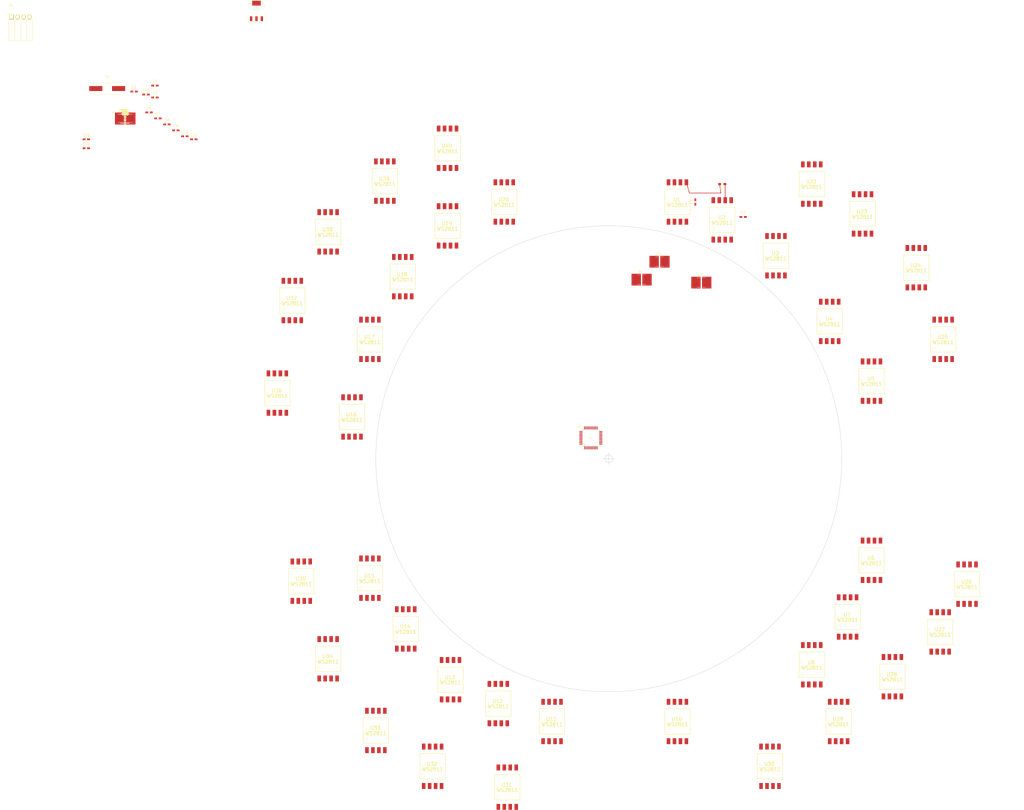
<source format=kicad_pcb>
(kicad_pcb (version 4) (host pcbnew no-vcs-found-product)
  (layers (0 F.Cu signal) (31 B.Cu signal) (34 B.Paste user) (35 F.Paste user) (36 B.SilkS user) (37 F.SilkS user) (38 B.Mask user) (39 F.Mask user) (44 Edge.Cuts user))
  (net 0 "")
  (net 1 GND)
  (net 2 "Net-(C1-Pad2)")
  (net 3 "Net-(C2-Pad2)")
  (net 4 +3V3)
  (net 5 /OSC_IN)
  (net 6 /OSC_OUT)
  (net 7 /NRST)
  (net 8 "Net-(C8-Pad2)")
  (net 9 "Net-(C9-Pad2)")
  (net 10 "Net-(C12-Pad2)")
  (net 11 "Net-(C13-Pad2)")
  (net 12 "Net-(C14-Pad2)")
  (net 13 "Net-(C15-Pad2)")
  (net 14 "Net-(C16-Pad2)")
  (net 15 "Net-(C17-Pad2)")
  (net 16 "Net-(C18-Pad2)")
  (net 17 "Net-(C19-Pad2)")
  (net 18 "Net-(C20-Pad2)")
  (net 19 "Net-(C21-Pad2)")
  (net 20 "Net-(C22-Pad2)")
  (net 21 "Net-(C23-Pad2)")
  (net 22 "Net-(C24-Pad2)")
  (net 23 "Net-(C25-Pad1)")
  (net 24 "Net-(C25-Pad2)")
  (net 25 "Net-(C26-Pad1)")
  (net 26 "Net-(C26-Pad2)")
  (net 27 +5V)
  (net 28 "Net-(C28-Pad2)")
  (net 29 "Net-(C29-Pad2)")
  (net 30 "Net-(C30-Pad1)")
  (net 31 "Net-(C30-Pad2)")
  (net 32 "Net-(C32-Pad2)")
  (net 33 "Net-(C37-Pad2)")
  (net 34 "Net-(C38-Pad2)")
  (net 35 "Net-(C39-Pad2)")
  (net 36 "Net-(C40-Pad2)")
  (net 37 "Net-(C41-Pad2)")
  (net 38 "Net-(C42-Pad1)")
  (net 39 "Net-(C42-Pad2)")
  (net 40 "Net-(C43-Pad1)")
  (net 41 "Net-(C43-Pad2)")
  (net 42 "Net-(C44-Pad1)")
  (net 43 "Net-(C44-Pad2)")
  (net 44 "Net-(D1-Pad1)")
  (net 45 "Net-(D2-Pad1)")
  (net 46 "Net-(D3-Pad1)")
  (net 47 "Net-(D4-Pad1)")
  (net 48 "Net-(D5-Pad1)")
  (net 49 "Net-(D6-Pad1)")
  (net 50 "Net-(D7-Pad1)")
  (net 51 "Net-(D8-Pad1)")
  (net 52 "Net-(D9-Pad1)")
  (net 53 "Net-(D10-Pad1)")
  (net 54 "Net-(D11-Pad1)")
  (net 55 "Net-(D12-Pad1)")
  (net 56 "Net-(D13-Pad1)")
  (net 57 "Net-(D14-Pad1)")
  (net 58 "Net-(D15-Pad1)")
  (net 59 "Net-(D16-Pad1)")
  (net 60 "Net-(D17-Pad1)")
  (net 61 "Net-(D18-Pad1)")
  (net 62 "Net-(D19-Pad1)")
  (net 63 "Net-(D20-Pad1)")
  (net 64 "Net-(D21-Pad1)")
  (net 65 "Net-(D22-Pad1)")
  (net 66 "Net-(D23-Pad1)")
  (net 67 "Net-(D24-Pad1)")
  (net 68 "Net-(D25-Pad1)")
  (net 69 "Net-(D26-Pad1)")
  (net 70 "Net-(D27-Pad1)")
  (net 71 "Net-(D28-Pad1)")
  (net 72 "Net-(D29-Pad1)")
  (net 73 "Net-(D30-Pad1)")
  (net 74 "Net-(D31-Pad1)")
  (net 75 "Net-(D32-Pad1)")
  (net 76 "Net-(D33-Pad1)")
  (net 77 "Net-(D34-Pad1)")
  (net 78 "Net-(D35-Pad1)")
  (net 79 "Net-(D36-Pad1)")
  (net 80 "Net-(D37-Pad1)")
  (net 81 "Net-(D38-Pad1)")
  (net 82 "Net-(D39-Pad1)")
  (net 83 "Net-(D40-Pad1)")
  (net 84 "Net-(D41-Pad1)")
  (net 85 "Net-(D42-Pad1)")
  (net 86 "Net-(D43-Pad1)")
  (net 87 "Net-(D44-Pad1)")
  (net 88 "Net-(D45-Pad1)")
  (net 89 "Net-(D46-Pad1)")
  (net 90 "Net-(D47-Pad1)")
  (net 91 "Net-(D48-Pad1)")
  (net 92 "Net-(D49-Pad1)")
  (net 93 "Net-(D50-Pad1)")
  (net 94 "Net-(D51-Pad1)")
  (net 95 "Net-(D52-Pad1)")
  (net 96 "Net-(D53-Pad1)")
  (net 97 "Net-(D54-Pad1)")
  (net 98 "Net-(D55-Pad1)")
  (net 99 "Net-(D56-Pad1)")
  (net 100 "Net-(D57-Pad1)")
  (net 101 "Net-(D58-Pad1)")
  (net 102 "Net-(D59-Pad1)")
  (net 103 "Net-(D60-Pad1)")
  (net 104 "Net-(D61-Pad1)")
  (net 105 "Net-(D62-Pad1)")
  (net 106 "Net-(D63-Pad1)")
  (net 107 "Net-(D64-Pad1)")
  (net 108 "Net-(D65-Pad1)")
  (net 109 "Net-(D66-Pad1)")
  (net 110 "Net-(D67-Pad1)")
  (net 111 "Net-(D68-Pad1)")
  (net 112 "Net-(D69-Pad1)")
  (net 113 "Net-(D70-Pad1)")
  (net 114 "Net-(D71-Pad1)")
  (net 115 "Net-(D72-Pad1)")
  (net 116 "Net-(D73-Pad1)")
  (net 117 "Net-(D74-Pad1)")
  (net 118 "Net-(D75-Pad1)")
  (net 119 "Net-(D76-Pad1)")
  (net 120 "Net-(D77-Pad1)")
  (net 121 "Net-(D78-Pad1)")
  (net 122 "Net-(D79-Pad1)")
  (net 123 "Net-(D80-Pad1)")
  (net 124 "Net-(D81-Pad1)")
  (net 125 "Net-(D82-Pad1)")
  (net 126 "Net-(D83-Pad1)")
  (net 127 "Net-(D84-Pad1)")
  (net 128 "Net-(D85-Pad1)")
  (net 129 "Net-(D86-Pad1)")
  (net 130 "Net-(D87-Pad1)")
  (net 131 "Net-(D88-Pad1)")
  (net 132 "Net-(D89-Pad1)")
  (net 133 "Net-(D90-Pad1)")
  (net 134 "Net-(D91-Pad1)")
  (net 135 "Net-(D92-Pad1)")
  (net 136 "Net-(D93-Pad1)")
  (net 137 "Net-(D94-Pad1)")
  (net 138 "Net-(D95-Pad1)")
  (net 139 "Net-(D96-Pad1)")
  (net 140 "Net-(D97-Pad1)")
  (net 141 "Net-(D98-Pad1)")
  (net 142 "Net-(D99-Pad1)")
  (net 143 "Net-(D100-Pad1)")
  (net 144 "Net-(D101-Pad1)")
  (net 145 "Net-(D102-Pad1)")
  (net 146 "Net-(D103-Pad1)")
  (net 147 "Net-(D104-Pad1)")
  (net 148 "Net-(D105-Pad1)")
  (net 149 "Net-(D106-Pad1)")
  (net 150 "Net-(D107-Pad1)")
  (net 151 "Net-(D108-Pad1)")
  (net 152 "Net-(D109-Pad1)")
  (net 153 "Net-(D110-Pad1)")
  (net 154 "Net-(D111-Pad1)")
  (net 155 "Net-(D112-Pad1)")
  (net 156 "Net-(D113-Pad1)")
  (net 157 "Net-(D114-Pad1)")
  (net 158 "Net-(D115-Pad1)")
  (net 159 "Net-(D116-Pad1)")
  (net 160 "Net-(D117-Pad1)")
  (net 161 "Net-(D118-Pad1)")
  (net 162 "Net-(D119-Pad1)")
  (net 163 "Net-(D120-Pad1)")
  (net 164 /SWDIO)
  (net 165 /SWCLK)
  (net 166 "Net-(R3-Pad1)")
  (net 167 "Net-(R3-Pad2)")
  (net 168 "Net-(R4-Pad1)")
  (net 169 "Net-(R4-Pad2)")
  (net 170 "Net-(R8-Pad1)")
  (net 171 "Net-(R8-Pad2)")
  (net 172 "Net-(R9-Pad1)")
  (net 173 "Net-(R9-Pad2)")
  (net 174 "Net-(R12-Pad1)")
  (net 175 "Net-(R12-Pad2)")
  (net 176 "Net-(R13-Pad1)")
  (net 177 "Net-(R13-Pad2)")
  (net 178 "Net-(R16-Pad1)")
  (net 179 "Net-(R16-Pad2)")
  (net 180 "Net-(R33-Pad1)")
  (net 181 "Net-(R33-Pad2)")
  (net 182 "Net-(R34-Pad1)")
  (net 183 "Net-(R34-Pad2)")
  (net 184 "Net-(R38-Pad1)")
  (net 185 "Net-(R38-Pad2)")
  (net 186 "Net-(R39-Pad1)")
  (net 187 "Net-(R39-Pad2)")
  (net 188 "Net-(R40-Pad1)")
  (net 189 "Net-(R40-Pad2)")
  (net 190 "Net-(R41-Pad1)")
  (net 191 "Net-(R46-Pad1)")
  (net 192 "Net-(R46-Pad2)")
  (net 193 "Net-(R47-Pad1)")
  (net 194 "Net-(R47-Pad2)")
  (net 195 "Net-(R48-Pad1)")
  (net 196 "Net-(R48-Pad2)")
  (net 197 "Net-(R65-Pad1)")
  (net 198 "Net-(R66-Pad1)")
  (net 199 "Net-(R66-Pad2)")
  (net 200 "Net-(R70-Pad1)")
  (net 201 "Net-(R70-Pad2)")
  (net 202 "Net-(R71-Pad1)")
  (net 203 "Net-(R71-Pad2)")
  (net 204 "Net-(R72-Pad1)")
  (net 205 "Net-(R72-Pad2)")
  (net 206 "Net-(R82-Pad1)")
  (net 207 /LED_DATA)
  (net 208 "Net-(U1-Pad7)")
  (net 209 "Net-(U2-Pad7)")
  (net 210 "Net-(U3-Pad7)")
  (net 211 "Net-(U4-Pad7)")
  (net 212 "Net-(U5-Pad7)")
  (net 213 "Net-(U6-Pad7)")
  (net 214 "Net-(U7-Pad7)")
  (net 215 "Net-(U8-Pad7)")
  (net 216 "Net-(U10-Pad7)")
  (net 217 "Net-(U11-Pad7)")
  (net 218 "Net-(U12-Pad7)")
  (net 219 "Net-(U13-Pad7)")
  (net 220 "Net-(U14-Pad7)")
  (net 221 "Net-(U15-Pad7)")
  (net 222 "Net-(U16-Pad7)")
  (net 223 "Net-(U17-Pad7)")
  (net 224 "Net-(U18-Pad7)")
  (net 225 "Net-(U19-Pad7)")
  (net 226 "Net-(U20-Pad7)")
  (net 227 "Net-(U22-Pad7)")
  (net 228 "Net-(U23-Pad7)")
  (net 229 "Net-(U24-Pad7)")
  (net 230 "Net-(U25-Pad7)")
  (net 231 "Net-(U26-Pad7)")
  (net 232 "Net-(U27-Pad7)")
  (net 233 "Net-(U28-Pad7)")
  (net 234 "Net-(U29-Pad7)")
  (net 235 "Net-(U30-Pad7)")
  (net 236 "Net-(U31-Pad7)")
  (net 237 "Net-(U32-Pad7)")
  (net 238 "Net-(U33-Pad7)")
  (net 239 "Net-(U34-Pad7)")
  (net 240 "Net-(U35-Pad7)")
  (net 241 "Net-(U36-Pad7)")
  (net 242 "Net-(U37-Pad7)")
  (net 243 "Net-(U38-Pad7)")
  (net 244 "Net-(U39-Pad7)")
  (net 245 "Net-(U40-Pad7)")
  (net 246 "Net-(C3-Pad2)")
  (net 247 "Net-(C4-Pad2)")
  (net 248 "Net-(C5-Pad2)")
  (net 249 "Net-(C6-Pad2)")
  (net 250 "Net-(C7-Pad2)")
  (net 251 "Net-(C9-Pad1)")
  (net 252 "Net-(C10-Pad1)")
  (net 253 "Net-(C10-Pad2)")
  (net 254 "Net-(C11-Pad2)")
  (net 255 "Net-(C14-Pad1)")
  (net 256 "Net-(C15-Pad1)")
  (net 257 "Net-(C16-Pad1)")
  (net 258 "Net-(C27-Pad2)")
  (net 259 "Net-(C31-Pad2)")
  (net 260 "Net-(C31-Pad1)")
  (net 261 "Net-(C32-Pad1)")
  (net 262 "Net-(C37-Pad1)")
  (net 263 "Net-(C38-Pad1)")
  (net 264 "Net-(R1-Pad1)")
  (net 265 "Net-(R1-Pad2)")
  (net 266 "Net-(R2-Pad1)")
  (net 267 "Net-(R2-Pad2)")
  (net 268 "Net-(R5-Pad1)")
  (net 269 "Net-(R5-Pad2)")
  (net 270 "Net-(R6-Pad1)")
  (net 271 "Net-(R6-Pad2)")
  (net 272 "Net-(R7-Pad1)")
  (net 273 "Net-(R7-Pad2)")
  (net 274 "Net-(R10-Pad1)")
  (net 275 "Net-(R10-Pad2)")
  (net 276 "Net-(R11-Pad1)")
  (net 277 "Net-(R11-Pad2)")
  (net 278 "Net-(R14-Pad1)")
  (net 279 "Net-(R14-Pad2)")
  (net 280 "Net-(R15-Pad1)")
  (net 281 "Net-(R15-Pad2)")
  (net 282 "Net-(R35-Pad1)")
  (net 283 "Net-(R35-Pad2)")
  (net 284 "Net-(R36-Pad1)")
  (net 285 "Net-(R36-Pad2)")
  (net 286 "Net-(R37-Pad1)")
  (net 287 "Net-(R37-Pad2)")
  (net 288 "Net-(R41-Pad2)")
  (net 289 "Net-(R42-Pad1)")
  (net 290 "Net-(R42-Pad2)")
  (net 291 "Net-(R43-Pad1)")
  (net 292 "Net-(R43-Pad2)")
  (net 293 "Net-(R44-Pad1)")
  (net 294 "Net-(R44-Pad2)")
  (net 295 "Net-(R45-Pad1)")
  (net 296 "Net-(R45-Pad2)")
  (net 297 "Net-(R67-Pad1)")
  (net 298 "Net-(R67-Pad2)")
  (net 299 "Net-(R68-Pad1)")
  (net 300 "Net-(R68-Pad2)")
  (net 301 "Net-(R69-Pad1)")
  (net 302 "Net-(R69-Pad2)")
  (net 303 "Net-(U9-Pad7)")
  (net 304 "Net-(U40-Pad5)")
  (module Capacitors_SMD:C_0603_HandSoldering (layer F.Cu) (at 242.57 35.56 90)
    (fp_text reference C1 (at 0 -1.9 90) (layer F.SilkS))
    (fp_text value 100n)
    (pad 1 smd rect (at -0.95 0 90) (size 1.2 0.75) (layers F.Cu F.Paste F.Mask) (net 1 GND))
    (pad 2 smd rect (at 0.95 0 90) (size 1.2 0.75) (layers F.Cu F.Paste F.Mask) (net 2 "Net-(C1-Pad2)"))
  )
  (module Capacitors_SMD:C_0603_HandSoldering (layer F.Cu) (at 262.89 41.91)
    (fp_text reference C2 (at 0 -1.9) (layer F.SilkS))
    (fp_text value 100n)
    (pad 1 smd rect (at -0.95 0) (size 1.2 0.75) (layers F.Cu F.Paste F.Mask) (net 1 GND))
    (pad 2 smd rect (at 0.95 0) (size 1.2 0.75) (layers F.Cu F.Paste F.Mask) (net 3 "Net-(C2-Pad2)"))
  )
  (module Capacitors_SMD:C_0603_HandSoldering (layer F.Cu) (at 12.7 -8.89)
    (fp_text reference C3 (at 0 -1.9) (layer F.SilkS))
    (fp_text value 100n)
    (pad 1 smd rect (at -0.95 0) (size 1.2 0.75) (layers F.Cu F.Paste F.Mask) (net 1 GND))
    (pad 2 smd rect (at 0.95 0) (size 1.2 0.75) (layers F.Cu F.Paste F.Mask) (net 246 "Net-(C3-Pad2)"))
  )
  (module Capacitors_SMD:C_0603_HandSoldering (layer F.Cu) (at 12.7 -13.97)
    (fp_text reference C4 (at 0 -1.9) (layer F.SilkS))
    (fp_text value 100n)
    (pad 1 smd rect (at -0.95 0) (size 1.2 0.75) (layers F.Cu F.Paste F.Mask) (net 1 GND))
    (pad 2 smd rect (at 0.95 0) (size 1.2 0.75) (layers F.Cu F.Paste F.Mask) (net 247 "Net-(C4-Pad2)"))
  )
  (module Capacitors_SMD:C_0603_HandSoldering (layer F.Cu) (at 3.81 -11.43)
    (fp_text reference C5 (at 0 -1.9) (layer F.SilkS))
    (fp_text value 100n)
    (pad 1 smd rect (at -0.95 0) (size 1.2 0.75) (layers F.Cu F.Paste F.Mask) (net 1 GND))
    (pad 2 smd rect (at 0.95 0) (size 1.2 0.75) (layers F.Cu F.Paste F.Mask) (net 248 "Net-(C5-Pad2)"))
  )
  (module Capacitors_SMD:C_0603_HandSoldering (layer F.Cu) (at 10.16 -2.54)
    (fp_text reference C6 (at 0 -1.9) (layer F.SilkS))
    (fp_text value 100n)
    (pad 1 smd rect (at -0.95 0) (size 1.2 0.75) (layers F.Cu F.Paste F.Mask) (net 1 GND))
    (pad 2 smd rect (at 0.95 0) (size 1.2 0.75) (layers F.Cu F.Paste F.Mask) (net 249 "Net-(C6-Pad2)"))
  )
  (module Capacitors_SMD:C_0603_HandSoldering (layer F.Cu) (at 13.97 0)
    (fp_text reference C7 (at 0 -1.9) (layer F.SilkS))
    (fp_text value 100n)
    (pad 1 smd rect (at -0.95 0) (size 1.2 0.75) (layers F.Cu F.Paste F.Mask) (net 1 GND))
    (pad 2 smd rect (at 0.95 0) (size 1.2 0.75) (layers F.Cu F.Paste F.Mask) (net 250 "Net-(C7-Pad2)"))
  )
  (module Capacitors_SMD:C_0603_HandSoldering (layer F.Cu) (at 17.78 2.54)
    (fp_text reference C8 (at 0 -1.9) (layer F.SilkS))
    (fp_text value 100n)
    (pad 1 smd rect (at -0.95 0) (size 1.2 0.75) (layers F.Cu F.Paste F.Mask) (net 1 GND))
    (pad 2 smd rect (at 0.95 0) (size 1.2 0.75) (layers F.Cu F.Paste F.Mask) (net 8 "Net-(C8-Pad2)"))
  )
  (module Capacitors_SMD:C_0603_HandSoldering (layer F.Cu) (at 21.59 5.08)
    (fp_text reference C9 (at 0 -1.9) (layer F.SilkS))
    (fp_text value 100n)
    (pad 1 smd rect (at -0.95 0) (size 1.2 0.75) (layers F.Cu F.Paste F.Mask) (net 251 "Net-(C9-Pad1)"))
    (pad 2 smd rect (at 0.95 0) (size 1.2 0.75) (layers F.Cu F.Paste F.Mask) (net 9 "Net-(C9-Pad2)"))
  )
  (module Capacitors_SMD:C_0603_HandSoldering (layer F.Cu) (at 25.4 7.62)
    (fp_text reference C10 (at 0 -1.9) (layer F.SilkS))
    (fp_text value 100n)
    (pad 1 smd rect (at -0.95 0) (size 1.2 0.75) (layers F.Cu F.Paste F.Mask) (net 252 "Net-(C10-Pad1)"))
    (pad 2 smd rect (at 0.95 0) (size 1.2 0.75) (layers F.Cu F.Paste F.Mask) (net 253 "Net-(C10-Pad2)"))
  )
  (module Capacitors_SMD:C_0603_HandSoldering (layer F.Cu) (at 29.21 8.89)
    (fp_text reference C11 (at 0 -1.9) (layer F.SilkS))
    (fp_text value 100n)
    (pad 1 smd rect (at -0.95 0) (size 1.2 0.75) (layers F.Cu F.Paste F.Mask) (net 1 GND))
    (pad 2 smd rect (at 0.95 0) (size 1.2 0.75) (layers F.Cu F.Paste F.Mask) (net 254 "Net-(C11-Pad2)"))
  )
  (module Capacitors_SMD:C_0603_HandSoldering (layer F.Cu) (at 0 0)
    (fp_text reference C12 (at 0 -1.9) (layer F.SilkS))
    (fp_text value 100n)
    (pad 1 smd rect (at -0.95 0) (size 1.2 0.75) (layers F.Cu F.Paste F.Mask) (net 1 GND))
    (pad 2 smd rect (at 0.95 0) (size 1.2 0.75) (layers F.Cu F.Paste F.Mask) (net 10 "Net-(C12-Pad2)"))
  )
  (module Capacitors_SMD:C_0603_HandSoldering (layer F.Cu) (at 0 0)
    (fp_text reference C13 (at 0 -1.9) (layer F.SilkS))
    (fp_text value 100n)
    (pad 1 smd rect (at -0.95 0) (size 1.2 0.75) (layers F.Cu F.Paste F.Mask) (net 1 GND))
    (pad 2 smd rect (at 0.95 0) (size 1.2 0.75) (layers F.Cu F.Paste F.Mask) (net 11 "Net-(C13-Pad2)"))
  )
  (module Capacitors_SMD:C_0603_HandSoldering (layer F.Cu) (at 0 0)
    (fp_text reference C14 (at 0 -1.9) (layer F.SilkS))
    (fp_text value 100n)
    (pad 1 smd rect (at -0.95 0) (size 1.2 0.75) (layers F.Cu F.Paste F.Mask) (net 255 "Net-(C14-Pad1)"))
    (pad 2 smd rect (at 0.95 0) (size 1.2 0.75) (layers F.Cu F.Paste F.Mask) (net 12 "Net-(C14-Pad2)"))
  )
  (module Capacitors_SMD:C_0603_HandSoldering (layer F.Cu) (at 0 0)
    (fp_text reference C15 (at 0 -1.9) (layer F.SilkS))
    (fp_text value 100n)
    (pad 1 smd rect (at -0.95 0) (size 1.2 0.75) (layers F.Cu F.Paste F.Mask) (net 256 "Net-(C15-Pad1)"))
    (pad 2 smd rect (at 0.95 0) (size 1.2 0.75) (layers F.Cu F.Paste F.Mask) (net 13 "Net-(C15-Pad2)"))
  )
  (module Capacitors_SMD:C_0603_HandSoldering (layer F.Cu) (at 0 0)
    (fp_text reference C16 (at 0 -1.9) (layer F.SilkS))
    (fp_text value 100n)
    (pad 1 smd rect (at -0.95 0) (size 1.2 0.75) (layers F.Cu F.Paste F.Mask) (net 257 "Net-(C16-Pad1)"))
    (pad 2 smd rect (at 0.95 0) (size 1.2 0.75) (layers F.Cu F.Paste F.Mask) (net 14 "Net-(C16-Pad2)"))
  )
  (module Capacitors_SMD:C_0603_HandSoldering (layer F.Cu) (at 0 0)
    (fp_text reference C17 (at 0 -1.9) (layer F.SilkS))
    (fp_text value 100n)
    (pad 1 smd rect (at -0.95 0) (size 1.2 0.75) (layers F.Cu F.Paste F.Mask) (net 1 GND))
    (pad 2 smd rect (at 0.95 0) (size 1.2 0.75) (layers F.Cu F.Paste F.Mask) (net 15 "Net-(C17-Pad2)"))
  )
  (module Capacitors_SMD:C_0603_HandSoldering (layer F.Cu) (at 0 0)
    (fp_text reference C18 (at 0 -1.9) (layer F.SilkS))
    (fp_text value 100n)
    (pad 1 smd rect (at -0.95 0) (size 1.2 0.75) (layers F.Cu F.Paste F.Mask) (net 1 GND))
    (pad 2 smd rect (at 0.95 0) (size 1.2 0.75) (layers F.Cu F.Paste F.Mask) (net 16 "Net-(C18-Pad2)"))
  )
  (module Capacitors_SMD:C_0603_HandSoldering (layer F.Cu) (at 0 0)
    (fp_text reference C19 (at 0 -1.9) (layer F.SilkS))
    (fp_text value 100n)
    (pad 1 smd rect (at -0.95 0) (size 1.2 0.75) (layers F.Cu F.Paste F.Mask) (net 1 GND))
    (pad 2 smd rect (at 0.95 0) (size 1.2 0.75) (layers F.Cu F.Paste F.Mask) (net 17 "Net-(C19-Pad2)"))
  )
  (module Capacitors_SMD:C_0603_HandSoldering (layer F.Cu) (at 0 0)
    (fp_text reference C20 (at 0 -1.9) (layer F.SilkS))
    (fp_text value 100n)
    (pad 1 smd rect (at -0.95 0) (size 1.2 0.75) (layers F.Cu F.Paste F.Mask) (net 1 GND))
    (pad 2 smd rect (at 0.95 0) (size 1.2 0.75) (layers F.Cu F.Paste F.Mask) (net 18 "Net-(C20-Pad2)"))
  )
  (module Capacitors_SMD:C_0603_HandSoldering (layer F.Cu) (at 0 0)
    (fp_text reference C21 (at 0 -1.9) (layer F.SilkS))
    (fp_text value 100n)
    (pad 1 smd rect (at -0.95 0) (size 1.2 0.75) (layers F.Cu F.Paste F.Mask) (net 1 GND))
    (pad 2 smd rect (at 0.95 0) (size 1.2 0.75) (layers F.Cu F.Paste F.Mask) (net 19 "Net-(C21-Pad2)"))
  )
  (module Capacitors_SMD:C_0603_HandSoldering (layer F.Cu) (at 0 0)
    (fp_text reference C22 (at 0 -1.9) (layer F.SilkS))
    (fp_text value 100n)
    (pad 1 smd rect (at -0.95 0) (size 1.2 0.75) (layers F.Cu F.Paste F.Mask) (net 1 GND))
    (pad 2 smd rect (at 0.95 0) (size 1.2 0.75) (layers F.Cu F.Paste F.Mask) (net 20 "Net-(C22-Pad2)"))
  )
  (module Capacitors_SMD:C_0603_HandSoldering (layer F.Cu) (at 0 0)
    (fp_text reference C23 (at 0 -1.9) (layer F.SilkS))
    (fp_text value 100n)
    (pad 1 smd rect (at -0.95 0) (size 1.2 0.75) (layers F.Cu F.Paste F.Mask) (net 1 GND))
    (pad 2 smd rect (at 0.95 0) (size 1.2 0.75) (layers F.Cu F.Paste F.Mask) (net 21 "Net-(C23-Pad2)"))
  )
  (module Capacitors_SMD:C_0603_HandSoldering (layer F.Cu) (at 0 0)
    (fp_text reference C24 (at 0 -1.9) (layer F.SilkS))
    (fp_text value 100n)
    (pad 1 smd rect (at -0.95 0) (size 1.2 0.75) (layers F.Cu F.Paste F.Mask) (net 1 GND))
    (pad 2 smd rect (at 0.95 0) (size 1.2 0.75) (layers F.Cu F.Paste F.Mask) (net 22 "Net-(C24-Pad2)"))
  )
  (module Capacitors_SMD:C_0603_HandSoldering (layer F.Cu) (at 0 0)
    (fp_text reference C25 (at 0 -1.9) (layer F.SilkS))
    (fp_text value 100n)
    (pad 1 smd rect (at -0.95 0) (size 1.2 0.75) (layers F.Cu F.Paste F.Mask) (net 23 "Net-(C25-Pad1)"))
    (pad 2 smd rect (at 0.95 0) (size 1.2 0.75) (layers F.Cu F.Paste F.Mask) (net 24 "Net-(C25-Pad2)"))
  )
  (module Capacitors_SMD:C_0603_HandSoldering (layer F.Cu) (at 0 0)
    (fp_text reference C26 (at 0 -1.9) (layer F.SilkS))
    (fp_text value 100n)
    (pad 1 smd rect (at -0.95 0) (size 1.2 0.75) (layers F.Cu F.Paste F.Mask) (net 25 "Net-(C26-Pad1)"))
    (pad 2 smd rect (at 0.95 0) (size 1.2 0.75) (layers F.Cu F.Paste F.Mask) (net 26 "Net-(C26-Pad2)"))
  )
  (module Capacitors_SMD:C_0603_HandSoldering (layer F.Cu) (at 0 0)
    (fp_text reference C27 (at 0 -1.9) (layer F.SilkS))
    (fp_text value 100n)
    (pad 1 smd rect (at -0.95 0) (size 1.2 0.75) (layers F.Cu F.Paste F.Mask) (net 1 GND))
    (pad 2 smd rect (at 0.95 0) (size 1.2 0.75) (layers F.Cu F.Paste F.Mask) (net 258 "Net-(C27-Pad2)"))
  )
  (module Capacitors_SMD:C_0603_HandSoldering (layer F.Cu) (at 0 0)
    (fp_text reference C28 (at 0 -1.9) (layer F.SilkS))
    (fp_text value 100n)
    (pad 1 smd rect (at -0.95 0) (size 1.2 0.75) (layers F.Cu F.Paste F.Mask) (net 1 GND))
    (pad 2 smd rect (at 0.95 0) (size 1.2 0.75) (layers F.Cu F.Paste F.Mask) (net 28 "Net-(C28-Pad2)"))
  )
  (module Capacitors_SMD:C_0603_HandSoldering (layer F.Cu) (at 0 0)
    (fp_text reference C29 (at 0 -1.9) (layer F.SilkS))
    (fp_text value 100n)
    (pad 1 smd rect (at -0.95 0) (size 1.2 0.75) (layers F.Cu F.Paste F.Mask) (net 1 GND))
    (pad 2 smd rect (at 0.95 0) (size 1.2 0.75) (layers F.Cu F.Paste F.Mask) (net 29 "Net-(C29-Pad2)"))
  )
  (module Capacitors_SMD:C_0603_HandSoldering (layer F.Cu) (at 0 0)
    (fp_text reference C30 (at 0 -1.9) (layer F.SilkS))
    (fp_text value 100n)
    (pad 1 smd rect (at -0.95 0) (size 1.2 0.75) (layers F.Cu F.Paste F.Mask) (net 30 "Net-(C30-Pad1)"))
    (pad 2 smd rect (at 0.95 0) (size 1.2 0.75) (layers F.Cu F.Paste F.Mask) (net 31 "Net-(C30-Pad2)"))
  )
  (module Capacitors_Tantalum_SMD:TantalC_SizeC_EIA-6032_Wave (layer F.Cu) (at 0 0)
    (fp_text reference C31 (at -0.20066 -3.29946) (layer F.SilkS))
    (fp_text value 100n)
    (fp_text user + (at -4.99872 -2.55016) (layer F.SilkS))
    (pad 2 smd rect (at 2.62382 0) (size 2.75082 1.80086) (layers F.Cu F.Paste F.Mask) (net 259 "Net-(C31-Pad2)"))
    (pad 1 smd rect (at -2.62382 0) (size 2.75082 1.80086) (layers F.Cu F.Paste F.Mask) (net 260 "Net-(C31-Pad1)"))
  )
  (module Capacitors_SMD:C_0603_HandSoldering (layer F.Cu) (at 0 0)
    (fp_text reference C32 (at 0 -1.9) (layer F.SilkS))
    (fp_text value 100n)
    (pad 1 smd rect (at -0.95 0) (size 1.2 0.75) (layers F.Cu F.Paste F.Mask) (net 261 "Net-(C32-Pad1)"))
    (pad 2 smd rect (at 0.95 0) (size 1.2 0.75) (layers F.Cu F.Paste F.Mask) (net 32 "Net-(C32-Pad2)"))
  )
  (module Capacitors_SMD:C_0603_HandSoldering (layer F.Cu) (at 0 0)
    (fp_text reference C33 (at 0 -1.9) (layer F.SilkS))
    (fp_text value 100n)
    (pad 1 smd rect (at -0.95 0) (size 1.2 0.75) (layers F.Cu F.Paste F.Mask) (net 4 +3V3))
    (pad 2 smd rect (at 0.95 0) (size 1.2 0.75) (layers F.Cu F.Paste F.Mask) (net 1 GND))
  )
  (module Capacitors_SMD:C_0603_HandSoldering (layer F.Cu) (at 0 0)
    (fp_text reference C34 (at 0 -1.9) (layer F.SilkS))
    (fp_text value 100n)
    (pad 1 smd rect (at -0.95 0) (size 1.2 0.75) (layers F.Cu F.Paste F.Mask) (net 4 +3V3))
    (pad 2 smd rect (at 0.95 0) (size 1.2 0.75) (layers F.Cu F.Paste F.Mask) (net 1 GND))
  )
  (module Capacitors_SMD:C_0603_HandSoldering (layer F.Cu) (at 0 0)
    (fp_text reference C35 (at 0 -1.9) (layer F.SilkS))
    (fp_text value 100n)
    (pad 1 smd rect (at -0.95 0) (size 1.2 0.75) (layers F.Cu F.Paste F.Mask) (net 4 +3V3))
    (pad 2 smd rect (at 0.95 0) (size 1.2 0.75) (layers F.Cu F.Paste F.Mask) (net 1 GND))
  )
  (module Capacitors_SMD:C_0603_HandSoldering (layer F.Cu) (at 0 0)
    (fp_text reference C36 (at 0 -1.9) (layer F.SilkS))
    (fp_text value 100n)
    (pad 1 smd rect (at -0.95 0) (size 1.2 0.75) (layers F.Cu F.Paste F.Mask) (net 4 +3V3))
    (pad 2 smd rect (at 0.95 0) (size 1.2 0.75) (layers F.Cu F.Paste F.Mask) (net 1 GND))
  )
  (module Capacitors_SMD:C_0603_HandSoldering (layer F.Cu) (at 0 0)
    (fp_text reference C37 (at 0 -1.9) (layer F.SilkS))
    (fp_text value 100n)
    (pad 1 smd rect (at -0.95 0) (size 1.2 0.75) (layers F.Cu F.Paste F.Mask) (net 262 "Net-(C37-Pad1)"))
    (pad 2 smd rect (at 0.95 0) (size 1.2 0.75) (layers F.Cu F.Paste F.Mask) (net 33 "Net-(C37-Pad2)"))
  )
  (module Capacitors_SMD:C_0603_HandSoldering (layer F.Cu) (at 0 0)
    (fp_text reference C38 (at 0 -1.9) (layer F.SilkS))
    (fp_text value 100n)
    (pad 1 smd rect (at -0.95 0) (size 1.2 0.75) (layers F.Cu F.Paste F.Mask) (net 263 "Net-(C38-Pad1)"))
    (pad 2 smd rect (at 0.95 0) (size 1.2 0.75) (layers F.Cu F.Paste F.Mask) (net 34 "Net-(C38-Pad2)"))
  )
  (module Capacitors_SMD:C_0603_HandSoldering (layer F.Cu) (at 0 0)
    (fp_text reference C39 (at 0 -1.9) (layer F.SilkS))
    (fp_text value 100n)
    (pad 1 smd rect (at -0.95 0) (size 1.2 0.75) (layers F.Cu F.Paste F.Mask) (net 1 GND))
    (pad 2 smd rect (at 0.95 0) (size 1.2 0.75) (layers F.Cu F.Paste F.Mask) (net 35 "Net-(C39-Pad2)"))
  )
  (module Capacitors_SMD:C_0603_HandSoldering (layer F.Cu) (at 0 0)
    (fp_text reference C40 (at 0 -1.9) (layer F.SilkS))
    (fp_text value 100n)
    (pad 1 smd rect (at -0.95 0) (size 1.2 0.75) (layers F.Cu F.Paste F.Mask) (net 1 GND))
    (pad 2 smd rect (at 0.95 0) (size 1.2 0.75) (layers F.Cu F.Paste F.Mask) (net 36 "Net-(C40-Pad2)"))
  )
  (module Capacitors_SMD:C_0603_HandSoldering (layer F.Cu) (at 0 0)
    (fp_text reference C41 (at 0 -1.9) (layer F.SilkS))
    (fp_text value 100n)
    (pad 1 smd rect (at -0.95 0) (size 1.2 0.75) (layers F.Cu F.Paste F.Mask) (net 1 GND))
    (pad 2 smd rect (at 0.95 0) (size 1.2 0.75) (layers F.Cu F.Paste F.Mask) (net 37 "Net-(C41-Pad2)"))
  )
  (module Capacitors_SMD:C_0603_HandSoldering (layer F.Cu) (at 0 0)
    (fp_text reference C42 (at 0 -1.9) (layer F.SilkS))
    (fp_text value 100n)
    (pad 1 smd rect (at -0.95 0) (size 1.2 0.75) (layers F.Cu F.Paste F.Mask) (net 38 "Net-(C42-Pad1)"))
    (pad 2 smd rect (at 0.95 0) (size 1.2 0.75) (layers F.Cu F.Paste F.Mask) (net 39 "Net-(C42-Pad2)"))
  )
  (module Capacitors_SMD:C_0603_HandSoldering (layer F.Cu) (at 0 0)
    (fp_text reference C43 (at 0 -1.9) (layer F.SilkS))
    (fp_text value 100n)
    (pad 1 smd rect (at -0.95 0) (size 1.2 0.75) (layers F.Cu F.Paste F.Mask) (net 40 "Net-(C43-Pad1)"))
    (pad 2 smd rect (at 0.95 0) (size 1.2 0.75) (layers F.Cu F.Paste F.Mask) (net 41 "Net-(C43-Pad2)"))
  )
  (module Capacitors_SMD:C_0603_HandSoldering (layer F.Cu) (at 0 0)
    (fp_text reference C44 (at 0 -1.9) (layer F.SilkS))
    (fp_text value 100n)
    (pad 1 smd rect (at -0.95 0) (size 1.2 0.75) (layers F.Cu F.Paste F.Mask) (net 42 "Net-(C44-Pad1)"))
    (pad 2 smd rect (at 0.95 0) (size 1.2 0.75) (layers F.Cu F.Paste F.Mask) (net 43 "Net-(C44-Pad2)"))
  )
  (module Capacitors_SMD:C_0603_HandSoldering (layer F.Cu) (at -16.51 12.7)
    (fp_text reference C45 (at 0 -1.9) (layer F.SilkS))
    (fp_text value 20p)
    (pad 1 smd rect (at -0.95 0) (size 1.2 0.75) (layers F.Cu F.Paste F.Mask) (net 5 /OSC_IN))
    (pad 2 smd rect (at 0.95 0) (size 1.2 0.75) (layers F.Cu F.Paste F.Mask) (net 1 GND))
  )
  (module Capacitors_SMD:C_0603_HandSoldering (layer F.Cu) (at -16.51 8.89)
    (fp_text reference C46 (at 0 -1.9) (layer F.SilkS))
    (fp_text value 20p)
    (pad 1 smd rect (at -0.95 0) (size 1.2 0.75) (layers F.Cu F.Paste F.Mask) (net 6 /OSC_OUT))
    (pad 2 smd rect (at 0.95 0) (size 1.2 0.75) (layers F.Cu F.Paste F.Mask) (net 1 GND))
  )
  (module Capacitors_SMD:C_0603_HandSoldering (layer F.Cu) (at 0 0)
    (fp_text reference C47 (at 0 -1.9) (layer F.SilkS))
    (fp_text value 100n)
    (pad 1 smd rect (at -0.95 0) (size 1.2 0.75) (layers F.Cu F.Paste F.Mask) (net 27 +5V))
    (pad 2 smd rect (at 0.95 0) (size 1.2 0.75) (layers F.Cu F.Paste F.Mask) (net 1 GND))
  )
  (module Capacitors_SMD:C_0603_HandSoldering (layer F.Cu) (at 8.89 -10.16)
    (fp_text reference C48 (at 0 -1.9) (layer F.SilkS))
    (fp_text value 10u)
    (pad 1 smd rect (at -0.95 0) (size 1.2 0.75) (layers F.Cu F.Paste F.Mask) (net 4 +3V3))
    (pad 2 smd rect (at 0.95 0) (size 1.2 0.75) (layers F.Cu F.Paste F.Mask) (net 1 GND))
  )
  (module Capacitors_SMD:C_0603_HandSoldering (layer F.Cu) (at 0 0)
    (fp_text reference C49 (at 0 -1.9) (layer F.SilkS))
    (fp_text value 100n)
    (pad 1 smd rect (at -0.95 0) (size 1.2 0.75) (layers F.Cu F.Paste F.Mask) (net 7 /NRST))
    (pad 2 smd rect (at 0.95 0) (size 1.2 0.75) (layers F.Cu F.Paste F.Mask) (net 1 GND))
  )
  (module custom_janh:PLCC2 (layer F.Cu) (at 219.71 68.58)
    (fp_text reference D1 (at -0.508 -3.302) (layer F.SilkS))
    (fp_text value LED)
    (pad 2 smd rect (at 1.524 0) (size 1.5 2.6) (layers F.Cu F.Paste F.Mask) (net 27 +5V))
    (pad 2 smd rect (at 2.286 0) (size 4 5) (layers F.Cu) (net 27 +5V))
    (pad 1 smd rect (at -2.286 0) (size 4 5) (layers F.Cu) (net 44 "Net-(D1-Pad1)"))
    (pad 1 smd rect (at -1.524 0) (size 1.5 2.6) (layers F.Cu F.Paste F.Mask) (net 44 "Net-(D1-Pad1)"))
  )
  (module custom_janh:PLCC2 (layer F.Cu) (at 227.33 60.96)
    (fp_text reference D2 (at -0.508 -3.302) (layer F.SilkS))
    (fp_text value LED)
    (pad 2 smd rect (at 1.524 0) (size 1.5 2.6) (layers F.Cu F.Paste F.Mask) (net 27 +5V))
    (pad 2 smd rect (at 2.286 0) (size 4 5) (layers F.Cu) (net 27 +5V))
    (pad 1 smd rect (at -2.286 0) (size 4 5) (layers F.Cu) (net 45 "Net-(D2-Pad1)"))
    (pad 1 smd rect (at -1.524 0) (size 1.5 2.6) (layers F.Cu F.Paste F.Mask) (net 45 "Net-(D2-Pad1)"))
  )
  (module custom_janh:PLCC2 (layer F.Cu) (at 245.11 69.85)
    (fp_text reference D3 (at -0.508 -3.302) (layer F.SilkS))
    (fp_text value LED)
    (pad 2 smd rect (at 1.524 0) (size 1.5 2.6) (layers F.Cu F.Paste F.Mask) (net 27 +5V))
    (pad 2 smd rect (at 2.286 0) (size 4 5) (layers F.Cu) (net 27 +5V))
    (pad 1 smd rect (at -2.286 0) (size 4 5) (layers F.Cu) (net 46 "Net-(D3-Pad1)"))
    (pad 1 smd rect (at -1.524 0) (size 1.5 2.6) (layers F.Cu F.Paste F.Mask) (net 46 "Net-(D3-Pad1)"))
  )
  (module custom_janh:PLCC2 (layer F.Cu) (at 0 0)
    (fp_text reference D4 (at -0.508 -3.302) (layer F.SilkS))
    (fp_text value LED)
    (pad 2 smd rect (at 1.524 0) (size 1.5 2.6) (layers F.Cu F.Paste F.Mask) (net 27 +5V))
    (pad 2 smd rect (at 2.286 0) (size 4 5) (layers F.Cu) (net 27 +5V))
    (pad 1 smd rect (at -2.286 0) (size 4 5) (layers F.Cu) (net 47 "Net-(D4-Pad1)"))
    (pad 1 smd rect (at -1.524 0) (size 1.5 2.6) (layers F.Cu F.Paste F.Mask) (net 47 "Net-(D4-Pad1)"))
  )
  (module custom_janh:PLCC2 (layer F.Cu) (at 0 0)
    (fp_text reference D5 (at -0.508 -3.302) (layer F.SilkS))
    (fp_text value LED)
    (pad 2 smd rect (at 1.524 0) (size 1.5 2.6) (layers F.Cu F.Paste F.Mask) (net 27 +5V))
    (pad 2 smd rect (at 2.286 0) (size 4 5) (layers F.Cu) (net 27 +5V))
    (pad 1 smd rect (at -2.286 0) (size 4 5) (layers F.Cu) (net 48 "Net-(D5-Pad1)"))
    (pad 1 smd rect (at -1.524 0) (size 1.5 2.6) (layers F.Cu F.Paste F.Mask) (net 48 "Net-(D5-Pad1)"))
  )
  (module custom_janh:PLCC2 (layer F.Cu) (at 0 0)
    (fp_text reference D6 (at -0.508 -3.302) (layer F.SilkS))
    (fp_text value LED)
    (pad 2 smd rect (at 1.524 0) (size 1.5 2.6) (layers F.Cu F.Paste F.Mask) (net 27 +5V))
    (pad 2 smd rect (at 2.286 0) (size 4 5) (layers F.Cu) (net 27 +5V))
    (pad 1 smd rect (at -2.286 0) (size 4 5) (layers F.Cu) (net 49 "Net-(D6-Pad1)"))
    (pad 1 smd rect (at -1.524 0) (size 1.5 2.6) (layers F.Cu F.Paste F.Mask) (net 49 "Net-(D6-Pad1)"))
  )
  (module custom_janh:PLCC2 (layer F.Cu) (at 0 0)
    (fp_text reference D7 (at -0.508 -3.302) (layer F.SilkS))
    (fp_text value LED)
    (pad 2 smd rect (at 1.524 0) (size 1.5 2.6) (layers F.Cu F.Paste F.Mask) (net 27 +5V))
    (pad 2 smd rect (at 2.286 0) (size 4 5) (layers F.Cu) (net 27 +5V))
    (pad 1 smd rect (at -2.286 0) (size 4 5) (layers F.Cu) (net 50 "Net-(D7-Pad1)"))
    (pad 1 smd rect (at -1.524 0) (size 1.5 2.6) (layers F.Cu F.Paste F.Mask) (net 50 "Net-(D7-Pad1)"))
  )
  (module custom_janh:PLCC2 (layer F.Cu) (at 0 0)
    (fp_text reference D8 (at -0.508 -3.302) (layer F.SilkS))
    (fp_text value LED)
    (pad 2 smd rect (at 1.524 0) (size 1.5 2.6) (layers F.Cu F.Paste F.Mask) (net 27 +5V))
    (pad 2 smd rect (at 2.286 0) (size 4 5) (layers F.Cu) (net 27 +5V))
    (pad 1 smd rect (at -2.286 0) (size 4 5) (layers F.Cu) (net 51 "Net-(D8-Pad1)"))
    (pad 1 smd rect (at -1.524 0) (size 1.5 2.6) (layers F.Cu F.Paste F.Mask) (net 51 "Net-(D8-Pad1)"))
  )
  (module custom_janh:PLCC2 (layer F.Cu) (at 0 0)
    (fp_text reference D9 (at -0.508 -3.302) (layer F.SilkS))
    (fp_text value LED)
    (pad 2 smd rect (at 1.524 0) (size 1.5 2.6) (layers F.Cu F.Paste F.Mask) (net 27 +5V))
    (pad 2 smd rect (at 2.286 0) (size 4 5) (layers F.Cu) (net 27 +5V))
    (pad 1 smd rect (at -2.286 0) (size 4 5) (layers F.Cu) (net 52 "Net-(D9-Pad1)"))
    (pad 1 smd rect (at -1.524 0) (size 1.5 2.6) (layers F.Cu F.Paste F.Mask) (net 52 "Net-(D9-Pad1)"))
  )
  (module custom_janh:PLCC2 (layer F.Cu) (at 0 0)
    (fp_text reference D10 (at -0.508 -3.302) (layer F.SilkS))
    (fp_text value LED)
    (pad 2 smd rect (at 1.524 0) (size 1.5 2.6) (layers F.Cu F.Paste F.Mask) (net 27 +5V))
    (pad 2 smd rect (at 2.286 0) (size 4 5) (layers F.Cu) (net 27 +5V))
    (pad 1 smd rect (at -2.286 0) (size 4 5) (layers F.Cu) (net 53 "Net-(D10-Pad1)"))
    (pad 1 smd rect (at -1.524 0) (size 1.5 2.6) (layers F.Cu F.Paste F.Mask) (net 53 "Net-(D10-Pad1)"))
  )
  (module custom_janh:PLCC2 (layer F.Cu) (at 0 0)
    (fp_text reference D11 (at -0.508 -3.302) (layer F.SilkS))
    (fp_text value LED)
    (pad 2 smd rect (at 1.524 0) (size 1.5 2.6) (layers F.Cu F.Paste F.Mask) (net 27 +5V))
    (pad 2 smd rect (at 2.286 0) (size 4 5) (layers F.Cu) (net 27 +5V))
    (pad 1 smd rect (at -2.286 0) (size 4 5) (layers F.Cu) (net 54 "Net-(D11-Pad1)"))
    (pad 1 smd rect (at -1.524 0) (size 1.5 2.6) (layers F.Cu F.Paste F.Mask) (net 54 "Net-(D11-Pad1)"))
  )
  (module custom_janh:PLCC2 (layer F.Cu) (at 0 0)
    (fp_text reference D12 (at -0.508 -3.302) (layer F.SilkS))
    (fp_text value LED)
    (pad 2 smd rect (at 1.524 0) (size 1.5 2.6) (layers F.Cu F.Paste F.Mask) (net 27 +5V))
    (pad 2 smd rect (at 2.286 0) (size 4 5) (layers F.Cu) (net 27 +5V))
    (pad 1 smd rect (at -2.286 0) (size 4 5) (layers F.Cu) (net 55 "Net-(D12-Pad1)"))
    (pad 1 smd rect (at -1.524 0) (size 1.5 2.6) (layers F.Cu F.Paste F.Mask) (net 55 "Net-(D12-Pad1)"))
  )
  (module custom_janh:PLCC2 (layer F.Cu) (at 0 0)
    (fp_text reference D13 (at -0.508 -3.302) (layer F.SilkS))
    (fp_text value LED)
    (pad 2 smd rect (at 1.524 0) (size 1.5 2.6) (layers F.Cu F.Paste F.Mask) (net 27 +5V))
    (pad 2 smd rect (at 2.286 0) (size 4 5) (layers F.Cu) (net 27 +5V))
    (pad 1 smd rect (at -2.286 0) (size 4 5) (layers F.Cu) (net 56 "Net-(D13-Pad1)"))
    (pad 1 smd rect (at -1.524 0) (size 1.5 2.6) (layers F.Cu F.Paste F.Mask) (net 56 "Net-(D13-Pad1)"))
  )
  (module custom_janh:PLCC2 (layer F.Cu) (at 0 0)
    (fp_text reference D14 (at -0.508 -3.302) (layer F.SilkS))
    (fp_text value LED)
    (pad 2 smd rect (at 1.524 0) (size 1.5 2.6) (layers F.Cu F.Paste F.Mask) (net 27 +5V))
    (pad 2 smd rect (at 2.286 0) (size 4 5) (layers F.Cu) (net 27 +5V))
    (pad 1 smd rect (at -2.286 0) (size 4 5) (layers F.Cu) (net 57 "Net-(D14-Pad1)"))
    (pad 1 smd rect (at -1.524 0) (size 1.5 2.6) (layers F.Cu F.Paste F.Mask) (net 57 "Net-(D14-Pad1)"))
  )
  (module custom_janh:PLCC2 (layer F.Cu) (at 0 0)
    (fp_text reference D15 (at -0.508 -3.302) (layer F.SilkS))
    (fp_text value LED)
    (pad 2 smd rect (at 1.524 0) (size 1.5 2.6) (layers F.Cu F.Paste F.Mask) (net 27 +5V))
    (pad 2 smd rect (at 2.286 0) (size 4 5) (layers F.Cu) (net 27 +5V))
    (pad 1 smd rect (at -2.286 0) (size 4 5) (layers F.Cu) (net 58 "Net-(D15-Pad1)"))
    (pad 1 smd rect (at -1.524 0) (size 1.5 2.6) (layers F.Cu F.Paste F.Mask) (net 58 "Net-(D15-Pad1)"))
  )
  (module custom_janh:PLCC2 (layer F.Cu) (at 0 0)
    (fp_text reference D16 (at -0.508 -3.302) (layer F.SilkS))
    (fp_text value LED)
    (pad 2 smd rect (at 1.524 0) (size 1.5 2.6) (layers F.Cu F.Paste F.Mask) (net 27 +5V))
    (pad 2 smd rect (at 2.286 0) (size 4 5) (layers F.Cu) (net 27 +5V))
    (pad 1 smd rect (at -2.286 0) (size 4 5) (layers F.Cu) (net 59 "Net-(D16-Pad1)"))
    (pad 1 smd rect (at -1.524 0) (size 1.5 2.6) (layers F.Cu F.Paste F.Mask) (net 59 "Net-(D16-Pad1)"))
  )
  (module custom_janh:PLCC2 (layer F.Cu) (at 0 0)
    (fp_text reference D17 (at -0.508 -3.302) (layer F.SilkS))
    (fp_text value LED)
    (pad 2 smd rect (at 1.524 0) (size 1.5 2.6) (layers F.Cu F.Paste F.Mask) (net 27 +5V))
    (pad 2 smd rect (at 2.286 0) (size 4 5) (layers F.Cu) (net 27 +5V))
    (pad 1 smd rect (at -2.286 0) (size 4 5) (layers F.Cu) (net 60 "Net-(D17-Pad1)"))
    (pad 1 smd rect (at -1.524 0) (size 1.5 2.6) (layers F.Cu F.Paste F.Mask) (net 60 "Net-(D17-Pad1)"))
  )
  (module custom_janh:PLCC2 (layer F.Cu) (at 0 0)
    (fp_text reference D18 (at -0.508 -3.302) (layer F.SilkS))
    (fp_text value LED)
    (pad 2 smd rect (at 1.524 0) (size 1.5 2.6) (layers F.Cu F.Paste F.Mask) (net 27 +5V))
    (pad 2 smd rect (at 2.286 0) (size 4 5) (layers F.Cu) (net 27 +5V))
    (pad 1 smd rect (at -2.286 0) (size 4 5) (layers F.Cu) (net 61 "Net-(D18-Pad1)"))
    (pad 1 smd rect (at -1.524 0) (size 1.5 2.6) (layers F.Cu F.Paste F.Mask) (net 61 "Net-(D18-Pad1)"))
  )
  (module custom_janh:PLCC2 (layer F.Cu) (at 0 0)
    (fp_text reference D19 (at -0.508 -3.302) (layer F.SilkS))
    (fp_text value LED)
    (pad 2 smd rect (at 1.524 0) (size 1.5 2.6) (layers F.Cu F.Paste F.Mask) (net 27 +5V))
    (pad 2 smd rect (at 2.286 0) (size 4 5) (layers F.Cu) (net 27 +5V))
    (pad 1 smd rect (at -2.286 0) (size 4 5) (layers F.Cu) (net 62 "Net-(D19-Pad1)"))
    (pad 1 smd rect (at -1.524 0) (size 1.5 2.6) (layers F.Cu F.Paste F.Mask) (net 62 "Net-(D19-Pad1)"))
  )
  (module custom_janh:PLCC2 (layer F.Cu) (at 0 0)
    (fp_text reference D20 (at -0.508 -3.302) (layer F.SilkS))
    (fp_text value LED)
    (pad 2 smd rect (at 1.524 0) (size 1.5 2.6) (layers F.Cu F.Paste F.Mask) (net 27 +5V))
    (pad 2 smd rect (at 2.286 0) (size 4 5) (layers F.Cu) (net 27 +5V))
    (pad 1 smd rect (at -2.286 0) (size 4 5) (layers F.Cu) (net 63 "Net-(D20-Pad1)"))
    (pad 1 smd rect (at -1.524 0) (size 1.5 2.6) (layers F.Cu F.Paste F.Mask) (net 63 "Net-(D20-Pad1)"))
  )
  (module custom_janh:PLCC2 (layer F.Cu) (at 0 0)
    (fp_text reference D21 (at -0.508 -3.302) (layer F.SilkS))
    (fp_text value LED)
    (pad 2 smd rect (at 1.524 0) (size 1.5 2.6) (layers F.Cu F.Paste F.Mask) (net 27 +5V))
    (pad 2 smd rect (at 2.286 0) (size 4 5) (layers F.Cu) (net 27 +5V))
    (pad 1 smd rect (at -2.286 0) (size 4 5) (layers F.Cu) (net 64 "Net-(D21-Pad1)"))
    (pad 1 smd rect (at -1.524 0) (size 1.5 2.6) (layers F.Cu F.Paste F.Mask) (net 64 "Net-(D21-Pad1)"))
  )
  (module custom_janh:PLCC2 (layer F.Cu) (at 0 0)
    (fp_text reference D22 (at -0.508 -3.302) (layer F.SilkS))
    (fp_text value LED)
    (pad 2 smd rect (at 1.524 0) (size 1.5 2.6) (layers F.Cu F.Paste F.Mask) (net 27 +5V))
    (pad 2 smd rect (at 2.286 0) (size 4 5) (layers F.Cu) (net 27 +5V))
    (pad 1 smd rect (at -2.286 0) (size 4 5) (layers F.Cu) (net 65 "Net-(D22-Pad1)"))
    (pad 1 smd rect (at -1.524 0) (size 1.5 2.6) (layers F.Cu F.Paste F.Mask) (net 65 "Net-(D22-Pad1)"))
  )
  (module custom_janh:PLCC2 (layer F.Cu) (at 0 0)
    (fp_text reference D23 (at -0.508 -3.302) (layer F.SilkS))
    (fp_text value LED)
    (pad 2 smd rect (at 1.524 0) (size 1.5 2.6) (layers F.Cu F.Paste F.Mask) (net 27 +5V))
    (pad 2 smd rect (at 2.286 0) (size 4 5) (layers F.Cu) (net 27 +5V))
    (pad 1 smd rect (at -2.286 0) (size 4 5) (layers F.Cu) (net 66 "Net-(D23-Pad1)"))
    (pad 1 smd rect (at -1.524 0) (size 1.5 2.6) (layers F.Cu F.Paste F.Mask) (net 66 "Net-(D23-Pad1)"))
  )
  (module custom_janh:PLCC2 (layer F.Cu) (at 0 0)
    (fp_text reference D24 (at -0.508 -3.302) (layer F.SilkS))
    (fp_text value LED)
    (pad 2 smd rect (at 1.524 0) (size 1.5 2.6) (layers F.Cu F.Paste F.Mask) (net 27 +5V))
    (pad 2 smd rect (at 2.286 0) (size 4 5) (layers F.Cu) (net 27 +5V))
    (pad 1 smd rect (at -2.286 0) (size 4 5) (layers F.Cu) (net 67 "Net-(D24-Pad1)"))
    (pad 1 smd rect (at -1.524 0) (size 1.5 2.6) (layers F.Cu F.Paste F.Mask) (net 67 "Net-(D24-Pad1)"))
  )
  (module custom_janh:PLCC2 (layer F.Cu) (at 0 0)
    (fp_text reference D25 (at -0.508 -3.302) (layer F.SilkS))
    (fp_text value LED)
    (pad 2 smd rect (at 1.524 0) (size 1.5 2.6) (layers F.Cu F.Paste F.Mask) (net 27 +5V))
    (pad 2 smd rect (at 2.286 0) (size 4 5) (layers F.Cu) (net 27 +5V))
    (pad 1 smd rect (at -2.286 0) (size 4 5) (layers F.Cu) (net 68 "Net-(D25-Pad1)"))
    (pad 1 smd rect (at -1.524 0) (size 1.5 2.6) (layers F.Cu F.Paste F.Mask) (net 68 "Net-(D25-Pad1)"))
  )
  (module custom_janh:PLCC2 (layer F.Cu) (at 0 0)
    (fp_text reference D26 (at -0.508 -3.302) (layer F.SilkS))
    (fp_text value LED)
    (pad 2 smd rect (at 1.524 0) (size 1.5 2.6) (layers F.Cu F.Paste F.Mask) (net 27 +5V))
    (pad 2 smd rect (at 2.286 0) (size 4 5) (layers F.Cu) (net 27 +5V))
    (pad 1 smd rect (at -2.286 0) (size 4 5) (layers F.Cu) (net 69 "Net-(D26-Pad1)"))
    (pad 1 smd rect (at -1.524 0) (size 1.5 2.6) (layers F.Cu F.Paste F.Mask) (net 69 "Net-(D26-Pad1)"))
  )
  (module custom_janh:PLCC2 (layer F.Cu) (at 0 0)
    (fp_text reference D27 (at -0.508 -3.302) (layer F.SilkS))
    (fp_text value LED)
    (pad 2 smd rect (at 1.524 0) (size 1.5 2.6) (layers F.Cu F.Paste F.Mask) (net 27 +5V))
    (pad 2 smd rect (at 2.286 0) (size 4 5) (layers F.Cu) (net 27 +5V))
    (pad 1 smd rect (at -2.286 0) (size 4 5) (layers F.Cu) (net 70 "Net-(D27-Pad1)"))
    (pad 1 smd rect (at -1.524 0) (size 1.5 2.6) (layers F.Cu F.Paste F.Mask) (net 70 "Net-(D27-Pad1)"))
  )
  (module custom_janh:PLCC2 (layer F.Cu) (at 0 0)
    (fp_text reference D28 (at -0.508 -3.302) (layer F.SilkS))
    (fp_text value LED)
    (pad 2 smd rect (at 1.524 0) (size 1.5 2.6) (layers F.Cu F.Paste F.Mask) (net 27 +5V))
    (pad 2 smd rect (at 2.286 0) (size 4 5) (layers F.Cu) (net 27 +5V))
    (pad 1 smd rect (at -2.286 0) (size 4 5) (layers F.Cu) (net 71 "Net-(D28-Pad1)"))
    (pad 1 smd rect (at -1.524 0) (size 1.5 2.6) (layers F.Cu F.Paste F.Mask) (net 71 "Net-(D28-Pad1)"))
  )
  (module custom_janh:PLCC2 (layer F.Cu) (at 0 0)
    (fp_text reference D29 (at -0.508 -3.302) (layer F.SilkS))
    (fp_text value LED)
    (pad 2 smd rect (at 1.524 0) (size 1.5 2.6) (layers F.Cu F.Paste F.Mask) (net 27 +5V))
    (pad 2 smd rect (at 2.286 0) (size 4 5) (layers F.Cu) (net 27 +5V))
    (pad 1 smd rect (at -2.286 0) (size 4 5) (layers F.Cu) (net 72 "Net-(D29-Pad1)"))
    (pad 1 smd rect (at -1.524 0) (size 1.5 2.6) (layers F.Cu F.Paste F.Mask) (net 72 "Net-(D29-Pad1)"))
  )
  (module custom_janh:PLCC2 (layer F.Cu) (at 0 0)
    (fp_text reference D30 (at -0.508 -3.302) (layer F.SilkS))
    (fp_text value LED)
    (pad 2 smd rect (at 1.524 0) (size 1.5 2.6) (layers F.Cu F.Paste F.Mask) (net 27 +5V))
    (pad 2 smd rect (at 2.286 0) (size 4 5) (layers F.Cu) (net 27 +5V))
    (pad 1 smd rect (at -2.286 0) (size 4 5) (layers F.Cu) (net 73 "Net-(D30-Pad1)"))
    (pad 1 smd rect (at -1.524 0) (size 1.5 2.6) (layers F.Cu F.Paste F.Mask) (net 73 "Net-(D30-Pad1)"))
  )
  (module custom_janh:PLCC2 (layer F.Cu) (at 0 0)
    (fp_text reference D31 (at -0.508 -3.302) (layer F.SilkS))
    (fp_text value LED)
    (pad 2 smd rect (at 1.524 0) (size 1.5 2.6) (layers F.Cu F.Paste F.Mask) (net 27 +5V))
    (pad 2 smd rect (at 2.286 0) (size 4 5) (layers F.Cu) (net 27 +5V))
    (pad 1 smd rect (at -2.286 0) (size 4 5) (layers F.Cu) (net 74 "Net-(D31-Pad1)"))
    (pad 1 smd rect (at -1.524 0) (size 1.5 2.6) (layers F.Cu F.Paste F.Mask) (net 74 "Net-(D31-Pad1)"))
  )
  (module custom_janh:PLCC2 (layer F.Cu) (at 0 0)
    (fp_text reference D32 (at -0.508 -3.302) (layer F.SilkS))
    (fp_text value LED)
    (pad 2 smd rect (at 1.524 0) (size 1.5 2.6) (layers F.Cu F.Paste F.Mask) (net 27 +5V))
    (pad 2 smd rect (at 2.286 0) (size 4 5) (layers F.Cu) (net 27 +5V))
    (pad 1 smd rect (at -2.286 0) (size 4 5) (layers F.Cu) (net 75 "Net-(D32-Pad1)"))
    (pad 1 smd rect (at -1.524 0) (size 1.5 2.6) (layers F.Cu F.Paste F.Mask) (net 75 "Net-(D32-Pad1)"))
  )
  (module custom_janh:PLCC2 (layer F.Cu) (at 0 0)
    (fp_text reference D33 (at -0.508 -3.302) (layer F.SilkS))
    (fp_text value LED)
    (pad 2 smd rect (at 1.524 0) (size 1.5 2.6) (layers F.Cu F.Paste F.Mask) (net 27 +5V))
    (pad 2 smd rect (at 2.286 0) (size 4 5) (layers F.Cu) (net 27 +5V))
    (pad 1 smd rect (at -2.286 0) (size 4 5) (layers F.Cu) (net 76 "Net-(D33-Pad1)"))
    (pad 1 smd rect (at -1.524 0) (size 1.5 2.6) (layers F.Cu F.Paste F.Mask) (net 76 "Net-(D33-Pad1)"))
  )
  (module custom_janh:PLCC2 (layer F.Cu) (at 0 0)
    (fp_text reference D34 (at -0.508 -3.302) (layer F.SilkS))
    (fp_text value LED)
    (pad 2 smd rect (at 1.524 0) (size 1.5 2.6) (layers F.Cu F.Paste F.Mask) (net 27 +5V))
    (pad 2 smd rect (at 2.286 0) (size 4 5) (layers F.Cu) (net 27 +5V))
    (pad 1 smd rect (at -2.286 0) (size 4 5) (layers F.Cu) (net 77 "Net-(D34-Pad1)"))
    (pad 1 smd rect (at -1.524 0) (size 1.5 2.6) (layers F.Cu F.Paste F.Mask) (net 77 "Net-(D34-Pad1)"))
  )
  (module custom_janh:PLCC2 (layer F.Cu) (at 0 0)
    (fp_text reference D35 (at -0.508 -3.302) (layer F.SilkS))
    (fp_text value LED)
    (pad 2 smd rect (at 1.524 0) (size 1.5 2.6) (layers F.Cu F.Paste F.Mask) (net 27 +5V))
    (pad 2 smd rect (at 2.286 0) (size 4 5) (layers F.Cu) (net 27 +5V))
    (pad 1 smd rect (at -2.286 0) (size 4 5) (layers F.Cu) (net 78 "Net-(D35-Pad1)"))
    (pad 1 smd rect (at -1.524 0) (size 1.5 2.6) (layers F.Cu F.Paste F.Mask) (net 78 "Net-(D35-Pad1)"))
  )
  (module custom_janh:PLCC2 (layer F.Cu) (at 0 0)
    (fp_text reference D36 (at -0.508 -3.302) (layer F.SilkS))
    (fp_text value LED)
    (pad 2 smd rect (at 1.524 0) (size 1.5 2.6) (layers F.Cu F.Paste F.Mask) (net 27 +5V))
    (pad 2 smd rect (at 2.286 0) (size 4 5) (layers F.Cu) (net 27 +5V))
    (pad 1 smd rect (at -2.286 0) (size 4 5) (layers F.Cu) (net 79 "Net-(D36-Pad1)"))
    (pad 1 smd rect (at -1.524 0) (size 1.5 2.6) (layers F.Cu F.Paste F.Mask) (net 79 "Net-(D36-Pad1)"))
  )
  (module custom_janh:PLCC2 (layer F.Cu) (at 0 0)
    (fp_text reference D37 (at -0.508 -3.302) (layer F.SilkS))
    (fp_text value LED)
    (pad 2 smd rect (at 1.524 0) (size 1.5 2.6) (layers F.Cu F.Paste F.Mask) (net 27 +5V))
    (pad 2 smd rect (at 2.286 0) (size 4 5) (layers F.Cu) (net 27 +5V))
    (pad 1 smd rect (at -2.286 0) (size 4 5) (layers F.Cu) (net 80 "Net-(D37-Pad1)"))
    (pad 1 smd rect (at -1.524 0) (size 1.5 2.6) (layers F.Cu F.Paste F.Mask) (net 80 "Net-(D37-Pad1)"))
  )
  (module custom_janh:PLCC2 (layer F.Cu) (at 0 0)
    (fp_text reference D38 (at -0.508 -3.302) (layer F.SilkS))
    (fp_text value LED)
    (pad 2 smd rect (at 1.524 0) (size 1.5 2.6) (layers F.Cu F.Paste F.Mask) (net 27 +5V))
    (pad 2 smd rect (at 2.286 0) (size 4 5) (layers F.Cu) (net 27 +5V))
    (pad 1 smd rect (at -2.286 0) (size 4 5) (layers F.Cu) (net 81 "Net-(D38-Pad1)"))
    (pad 1 smd rect (at -1.524 0) (size 1.5 2.6) (layers F.Cu F.Paste F.Mask) (net 81 "Net-(D38-Pad1)"))
  )
  (module custom_janh:PLCC2 (layer F.Cu) (at 0 0)
    (fp_text reference D39 (at -0.508 -3.302) (layer F.SilkS))
    (fp_text value LED)
    (pad 2 smd rect (at 1.524 0) (size 1.5 2.6) (layers F.Cu F.Paste F.Mask) (net 27 +5V))
    (pad 2 smd rect (at 2.286 0) (size 4 5) (layers F.Cu) (net 27 +5V))
    (pad 1 smd rect (at -2.286 0) (size 4 5) (layers F.Cu) (net 82 "Net-(D39-Pad1)"))
    (pad 1 smd rect (at -1.524 0) (size 1.5 2.6) (layers F.Cu F.Paste F.Mask) (net 82 "Net-(D39-Pad1)"))
  )
  (module custom_janh:PLCC2 (layer F.Cu) (at 0 0)
    (fp_text reference D40 (at -0.508 -3.302) (layer F.SilkS))
    (fp_text value LED)
    (pad 2 smd rect (at 1.524 0) (size 1.5 2.6) (layers F.Cu F.Paste F.Mask) (net 27 +5V))
    (pad 2 smd rect (at 2.286 0) (size 4 5) (layers F.Cu) (net 27 +5V))
    (pad 1 smd rect (at -2.286 0) (size 4 5) (layers F.Cu) (net 83 "Net-(D40-Pad1)"))
    (pad 1 smd rect (at -1.524 0) (size 1.5 2.6) (layers F.Cu F.Paste F.Mask) (net 83 "Net-(D40-Pad1)"))
  )
  (module custom_janh:PLCC2 (layer F.Cu) (at 0 0)
    (fp_text reference D41 (at -0.508 -3.302) (layer F.SilkS))
    (fp_text value LED)
    (pad 2 smd rect (at 1.524 0) (size 1.5 2.6) (layers F.Cu F.Paste F.Mask) (net 27 +5V))
    (pad 2 smd rect (at 2.286 0) (size 4 5) (layers F.Cu) (net 27 +5V))
    (pad 1 smd rect (at -2.286 0) (size 4 5) (layers F.Cu) (net 84 "Net-(D41-Pad1)"))
    (pad 1 smd rect (at -1.524 0) (size 1.5 2.6) (layers F.Cu F.Paste F.Mask) (net 84 "Net-(D41-Pad1)"))
  )
  (module custom_janh:PLCC2 (layer F.Cu) (at 0 0)
    (fp_text reference D42 (at -0.508 -3.302) (layer F.SilkS))
    (fp_text value LED)
    (pad 2 smd rect (at 1.524 0) (size 1.5 2.6) (layers F.Cu F.Paste F.Mask) (net 27 +5V))
    (pad 2 smd rect (at 2.286 0) (size 4 5) (layers F.Cu) (net 27 +5V))
    (pad 1 smd rect (at -2.286 0) (size 4 5) (layers F.Cu) (net 85 "Net-(D42-Pad1)"))
    (pad 1 smd rect (at -1.524 0) (size 1.5 2.6) (layers F.Cu F.Paste F.Mask) (net 85 "Net-(D42-Pad1)"))
  )
  (module custom_janh:PLCC2 (layer F.Cu) (at 0 0)
    (fp_text reference D43 (at -0.508 -3.302) (layer F.SilkS))
    (fp_text value LED)
    (pad 2 smd rect (at 1.524 0) (size 1.5 2.6) (layers F.Cu F.Paste F.Mask) (net 27 +5V))
    (pad 2 smd rect (at 2.286 0) (size 4 5) (layers F.Cu) (net 27 +5V))
    (pad 1 smd rect (at -2.286 0) (size 4 5) (layers F.Cu) (net 86 "Net-(D43-Pad1)"))
    (pad 1 smd rect (at -1.524 0) (size 1.5 2.6) (layers F.Cu F.Paste F.Mask) (net 86 "Net-(D43-Pad1)"))
  )
  (module custom_janh:PLCC2 (layer F.Cu) (at 0 0)
    (fp_text reference D44 (at -0.508 -3.302) (layer F.SilkS))
    (fp_text value LED)
    (pad 2 smd rect (at 1.524 0) (size 1.5 2.6) (layers F.Cu F.Paste F.Mask) (net 27 +5V))
    (pad 2 smd rect (at 2.286 0) (size 4 5) (layers F.Cu) (net 27 +5V))
    (pad 1 smd rect (at -2.286 0) (size 4 5) (layers F.Cu) (net 87 "Net-(D44-Pad1)"))
    (pad 1 smd rect (at -1.524 0) (size 1.5 2.6) (layers F.Cu F.Paste F.Mask) (net 87 "Net-(D44-Pad1)"))
  )
  (module custom_janh:PLCC2 (layer F.Cu) (at 0 0)
    (fp_text reference D45 (at -0.508 -3.302) (layer F.SilkS))
    (fp_text value LED)
    (pad 2 smd rect (at 1.524 0) (size 1.5 2.6) (layers F.Cu F.Paste F.Mask) (net 27 +5V))
    (pad 2 smd rect (at 2.286 0) (size 4 5) (layers F.Cu) (net 27 +5V))
    (pad 1 smd rect (at -2.286 0) (size 4 5) (layers F.Cu) (net 88 "Net-(D45-Pad1)"))
    (pad 1 smd rect (at -1.524 0) (size 1.5 2.6) (layers F.Cu F.Paste F.Mask) (net 88 "Net-(D45-Pad1)"))
  )
  (module custom_janh:PLCC2 (layer F.Cu) (at 0 0)
    (fp_text reference D46 (at -0.508 -3.302) (layer F.SilkS))
    (fp_text value LED)
    (pad 2 smd rect (at 1.524 0) (size 1.5 2.6) (layers F.Cu F.Paste F.Mask) (net 27 +5V))
    (pad 2 smd rect (at 2.286 0) (size 4 5) (layers F.Cu) (net 27 +5V))
    (pad 1 smd rect (at -2.286 0) (size 4 5) (layers F.Cu) (net 89 "Net-(D46-Pad1)"))
    (pad 1 smd rect (at -1.524 0) (size 1.5 2.6) (layers F.Cu F.Paste F.Mask) (net 89 "Net-(D46-Pad1)"))
  )
  (module custom_janh:PLCC2 (layer F.Cu) (at 0 0)
    (fp_text reference D47 (at -0.508 -3.302) (layer F.SilkS))
    (fp_text value LED)
    (pad 2 smd rect (at 1.524 0) (size 1.5 2.6) (layers F.Cu F.Paste F.Mask) (net 27 +5V))
    (pad 2 smd rect (at 2.286 0) (size 4 5) (layers F.Cu) (net 27 +5V))
    (pad 1 smd rect (at -2.286 0) (size 4 5) (layers F.Cu) (net 90 "Net-(D47-Pad1)"))
    (pad 1 smd rect (at -1.524 0) (size 1.5 2.6) (layers F.Cu F.Paste F.Mask) (net 90 "Net-(D47-Pad1)"))
  )
  (module custom_janh:PLCC2 (layer F.Cu) (at 0 0)
    (fp_text reference D48 (at -0.508 -3.302) (layer F.SilkS))
    (fp_text value LED)
    (pad 2 smd rect (at 1.524 0) (size 1.5 2.6) (layers F.Cu F.Paste F.Mask) (net 27 +5V))
    (pad 2 smd rect (at 2.286 0) (size 4 5) (layers F.Cu) (net 27 +5V))
    (pad 1 smd rect (at -2.286 0) (size 4 5) (layers F.Cu) (net 91 "Net-(D48-Pad1)"))
    (pad 1 smd rect (at -1.524 0) (size 1.5 2.6) (layers F.Cu F.Paste F.Mask) (net 91 "Net-(D48-Pad1)"))
  )
  (module custom_janh:PLCC2 (layer F.Cu) (at 0 0)
    (fp_text reference D49 (at -0.508 -3.302) (layer F.SilkS))
    (fp_text value LED)
    (pad 2 smd rect (at 1.524 0) (size 1.5 2.6) (layers F.Cu F.Paste F.Mask) (net 27 +5V))
    (pad 2 smd rect (at 2.286 0) (size 4 5) (layers F.Cu) (net 27 +5V))
    (pad 1 smd rect (at -2.286 0) (size 4 5) (layers F.Cu) (net 92 "Net-(D49-Pad1)"))
    (pad 1 smd rect (at -1.524 0) (size 1.5 2.6) (layers F.Cu F.Paste F.Mask) (net 92 "Net-(D49-Pad1)"))
  )
  (module custom_janh:PLCC2 (layer F.Cu) (at 0 0)
    (fp_text reference D50 (at -0.508 -3.302) (layer F.SilkS))
    (fp_text value LED)
    (pad 2 smd rect (at 1.524 0) (size 1.5 2.6) (layers F.Cu F.Paste F.Mask) (net 27 +5V))
    (pad 2 smd rect (at 2.286 0) (size 4 5) (layers F.Cu) (net 27 +5V))
    (pad 1 smd rect (at -2.286 0) (size 4 5) (layers F.Cu) (net 93 "Net-(D50-Pad1)"))
    (pad 1 smd rect (at -1.524 0) (size 1.5 2.6) (layers F.Cu F.Paste F.Mask) (net 93 "Net-(D50-Pad1)"))
  )
  (module custom_janh:PLCC2 (layer F.Cu) (at 0 0)
    (fp_text reference D51 (at -0.508 -3.302) (layer F.SilkS))
    (fp_text value LED)
    (pad 2 smd rect (at 1.524 0) (size 1.5 2.6) (layers F.Cu F.Paste F.Mask) (net 27 +5V))
    (pad 2 smd rect (at 2.286 0) (size 4 5) (layers F.Cu) (net 27 +5V))
    (pad 1 smd rect (at -2.286 0) (size 4 5) (layers F.Cu) (net 94 "Net-(D51-Pad1)"))
    (pad 1 smd rect (at -1.524 0) (size 1.5 2.6) (layers F.Cu F.Paste F.Mask) (net 94 "Net-(D51-Pad1)"))
  )
  (module custom_janh:PLCC2 (layer F.Cu) (at 0 0)
    (fp_text reference D52 (at -0.508 -3.302) (layer F.SilkS))
    (fp_text value LED)
    (pad 2 smd rect (at 1.524 0) (size 1.5 2.6) (layers F.Cu F.Paste F.Mask) (net 27 +5V))
    (pad 2 smd rect (at 2.286 0) (size 4 5) (layers F.Cu) (net 27 +5V))
    (pad 1 smd rect (at -2.286 0) (size 4 5) (layers F.Cu) (net 95 "Net-(D52-Pad1)"))
    (pad 1 smd rect (at -1.524 0) (size 1.5 2.6) (layers F.Cu F.Paste F.Mask) (net 95 "Net-(D52-Pad1)"))
  )
  (module custom_janh:PLCC2 (layer F.Cu) (at 0 0)
    (fp_text reference D53 (at -0.508 -3.302) (layer F.SilkS))
    (fp_text value LED)
    (pad 2 smd rect (at 1.524 0) (size 1.5 2.6) (layers F.Cu F.Paste F.Mask) (net 27 +5V))
    (pad 2 smd rect (at 2.286 0) (size 4 5) (layers F.Cu) (net 27 +5V))
    (pad 1 smd rect (at -2.286 0) (size 4 5) (layers F.Cu) (net 96 "Net-(D53-Pad1)"))
    (pad 1 smd rect (at -1.524 0) (size 1.5 2.6) (layers F.Cu F.Paste F.Mask) (net 96 "Net-(D53-Pad1)"))
  )
  (module custom_janh:PLCC2 (layer F.Cu) (at 0 0)
    (fp_text reference D54 (at -0.508 -3.302) (layer F.SilkS))
    (fp_text value LED)
    (pad 2 smd rect (at 1.524 0) (size 1.5 2.6) (layers F.Cu F.Paste F.Mask) (net 27 +5V))
    (pad 2 smd rect (at 2.286 0) (size 4 5) (layers F.Cu) (net 27 +5V))
    (pad 1 smd rect (at -2.286 0) (size 4 5) (layers F.Cu) (net 97 "Net-(D54-Pad1)"))
    (pad 1 smd rect (at -1.524 0) (size 1.5 2.6) (layers F.Cu F.Paste F.Mask) (net 97 "Net-(D54-Pad1)"))
  )
  (module custom_janh:PLCC2 (layer F.Cu) (at 0 0)
    (fp_text reference D55 (at -0.508 -3.302) (layer F.SilkS))
    (fp_text value LED)
    (pad 2 smd rect (at 1.524 0) (size 1.5 2.6) (layers F.Cu F.Paste F.Mask) (net 27 +5V))
    (pad 2 smd rect (at 2.286 0) (size 4 5) (layers F.Cu) (net 27 +5V))
    (pad 1 smd rect (at -2.286 0) (size 4 5) (layers F.Cu) (net 98 "Net-(D55-Pad1)"))
    (pad 1 smd rect (at -1.524 0) (size 1.5 2.6) (layers F.Cu F.Paste F.Mask) (net 98 "Net-(D55-Pad1)"))
  )
  (module custom_janh:PLCC2 (layer F.Cu) (at 0 0)
    (fp_text reference D56 (at -0.508 -3.302) (layer F.SilkS))
    (fp_text value LED)
    (pad 2 smd rect (at 1.524 0) (size 1.5 2.6) (layers F.Cu F.Paste F.Mask) (net 27 +5V))
    (pad 2 smd rect (at 2.286 0) (size 4 5) (layers F.Cu) (net 27 +5V))
    (pad 1 smd rect (at -2.286 0) (size 4 5) (layers F.Cu) (net 99 "Net-(D56-Pad1)"))
    (pad 1 smd rect (at -1.524 0) (size 1.5 2.6) (layers F.Cu F.Paste F.Mask) (net 99 "Net-(D56-Pad1)"))
  )
  (module custom_janh:PLCC2 (layer F.Cu) (at 0 0)
    (fp_text reference D57 (at -0.508 -3.302) (layer F.SilkS))
    (fp_text value LED)
    (pad 2 smd rect (at 1.524 0) (size 1.5 2.6) (layers F.Cu F.Paste F.Mask) (net 27 +5V))
    (pad 2 smd rect (at 2.286 0) (size 4 5) (layers F.Cu) (net 27 +5V))
    (pad 1 smd rect (at -2.286 0) (size 4 5) (layers F.Cu) (net 100 "Net-(D57-Pad1)"))
    (pad 1 smd rect (at -1.524 0) (size 1.5 2.6) (layers F.Cu F.Paste F.Mask) (net 100 "Net-(D57-Pad1)"))
  )
  (module custom_janh:PLCC2 (layer F.Cu) (at 0 0)
    (fp_text reference D58 (at -0.508 -3.302) (layer F.SilkS))
    (fp_text value LED)
    (pad 2 smd rect (at 1.524 0) (size 1.5 2.6) (layers F.Cu F.Paste F.Mask) (net 27 +5V))
    (pad 2 smd rect (at 2.286 0) (size 4 5) (layers F.Cu) (net 27 +5V))
    (pad 1 smd rect (at -2.286 0) (size 4 5) (layers F.Cu) (net 101 "Net-(D58-Pad1)"))
    (pad 1 smd rect (at -1.524 0) (size 1.5 2.6) (layers F.Cu F.Paste F.Mask) (net 101 "Net-(D58-Pad1)"))
  )
  (module custom_janh:PLCC2 (layer F.Cu) (at 0 0)
    (fp_text reference D59 (at -0.508 -3.302) (layer F.SilkS))
    (fp_text value LED)
    (pad 2 smd rect (at 1.524 0) (size 1.5 2.6) (layers F.Cu F.Paste F.Mask) (net 27 +5V))
    (pad 2 smd rect (at 2.286 0) (size 4 5) (layers F.Cu) (net 27 +5V))
    (pad 1 smd rect (at -2.286 0) (size 4 5) (layers F.Cu) (net 102 "Net-(D59-Pad1)"))
    (pad 1 smd rect (at -1.524 0) (size 1.5 2.6) (layers F.Cu F.Paste F.Mask) (net 102 "Net-(D59-Pad1)"))
  )
  (module custom_janh:PLCC2 (layer F.Cu) (at 0 0)
    (fp_text reference D60 (at -0.508 -3.302) (layer F.SilkS))
    (fp_text value LED)
    (pad 2 smd rect (at 1.524 0) (size 1.5 2.6) (layers F.Cu F.Paste F.Mask) (net 27 +5V))
    (pad 2 smd rect (at 2.286 0) (size 4 5) (layers F.Cu) (net 27 +5V))
    (pad 1 smd rect (at -2.286 0) (size 4 5) (layers F.Cu) (net 103 "Net-(D60-Pad1)"))
    (pad 1 smd rect (at -1.524 0) (size 1.5 2.6) (layers F.Cu F.Paste F.Mask) (net 103 "Net-(D60-Pad1)"))
  )
  (module custom_janh:PLCC2 (layer F.Cu) (at 0 0)
    (fp_text reference D61 (at -0.508 -3.302) (layer F.SilkS))
    (fp_text value LED)
    (pad 2 smd rect (at 1.524 0) (size 1.5 2.6) (layers F.Cu F.Paste F.Mask) (net 27 +5V))
    (pad 2 smd rect (at 2.286 0) (size 4 5) (layers F.Cu) (net 27 +5V))
    (pad 1 smd rect (at -2.286 0) (size 4 5) (layers F.Cu) (net 104 "Net-(D61-Pad1)"))
    (pad 1 smd rect (at -1.524 0) (size 1.5 2.6) (layers F.Cu F.Paste F.Mask) (net 104 "Net-(D61-Pad1)"))
  )
  (module custom_janh:PLCC2 (layer F.Cu) (at 0 0)
    (fp_text reference D62 (at -0.508 -3.302) (layer F.SilkS))
    (fp_text value LED)
    (pad 2 smd rect (at 1.524 0) (size 1.5 2.6) (layers F.Cu F.Paste F.Mask) (net 27 +5V))
    (pad 2 smd rect (at 2.286 0) (size 4 5) (layers F.Cu) (net 27 +5V))
    (pad 1 smd rect (at -2.286 0) (size 4 5) (layers F.Cu) (net 105 "Net-(D62-Pad1)"))
    (pad 1 smd rect (at -1.524 0) (size 1.5 2.6) (layers F.Cu F.Paste F.Mask) (net 105 "Net-(D62-Pad1)"))
  )
  (module custom_janh:PLCC2 (layer F.Cu) (at 0 0)
    (fp_text reference D63 (at -0.508 -3.302) (layer F.SilkS))
    (fp_text value LED)
    (pad 2 smd rect (at 1.524 0) (size 1.5 2.6) (layers F.Cu F.Paste F.Mask) (net 27 +5V))
    (pad 2 smd rect (at 2.286 0) (size 4 5) (layers F.Cu) (net 27 +5V))
    (pad 1 smd rect (at -2.286 0) (size 4 5) (layers F.Cu) (net 106 "Net-(D63-Pad1)"))
    (pad 1 smd rect (at -1.524 0) (size 1.5 2.6) (layers F.Cu F.Paste F.Mask) (net 106 "Net-(D63-Pad1)"))
  )
  (module custom_janh:PLCC2 (layer F.Cu) (at 0 0)
    (fp_text reference D64 (at -0.508 -3.302) (layer F.SilkS))
    (fp_text value LED)
    (pad 2 smd rect (at 1.524 0) (size 1.5 2.6) (layers F.Cu F.Paste F.Mask) (net 27 +5V))
    (pad 2 smd rect (at 2.286 0) (size 4 5) (layers F.Cu) (net 27 +5V))
    (pad 1 smd rect (at -2.286 0) (size 4 5) (layers F.Cu) (net 107 "Net-(D64-Pad1)"))
    (pad 1 smd rect (at -1.524 0) (size 1.5 2.6) (layers F.Cu F.Paste F.Mask) (net 107 "Net-(D64-Pad1)"))
  )
  (module custom_janh:PLCC2 (layer F.Cu) (at 0 0)
    (fp_text reference D65 (at -0.508 -3.302) (layer F.SilkS))
    (fp_text value LED)
    (pad 2 smd rect (at 1.524 0) (size 1.5 2.6) (layers F.Cu F.Paste F.Mask) (net 27 +5V))
    (pad 2 smd rect (at 2.286 0) (size 4 5) (layers F.Cu) (net 27 +5V))
    (pad 1 smd rect (at -2.286 0) (size 4 5) (layers F.Cu) (net 108 "Net-(D65-Pad1)"))
    (pad 1 smd rect (at -1.524 0) (size 1.5 2.6) (layers F.Cu F.Paste F.Mask) (net 108 "Net-(D65-Pad1)"))
  )
  (module custom_janh:PLCC2 (layer F.Cu) (at 0 0)
    (fp_text reference D66 (at -0.508 -3.302) (layer F.SilkS))
    (fp_text value LED)
    (pad 2 smd rect (at 1.524 0) (size 1.5 2.6) (layers F.Cu F.Paste F.Mask) (net 27 +5V))
    (pad 2 smd rect (at 2.286 0) (size 4 5) (layers F.Cu) (net 27 +5V))
    (pad 1 smd rect (at -2.286 0) (size 4 5) (layers F.Cu) (net 109 "Net-(D66-Pad1)"))
    (pad 1 smd rect (at -1.524 0) (size 1.5 2.6) (layers F.Cu F.Paste F.Mask) (net 109 "Net-(D66-Pad1)"))
  )
  (module custom_janh:PLCC2 (layer F.Cu) (at 0 0)
    (fp_text reference D67 (at -0.508 -3.302) (layer F.SilkS))
    (fp_text value LED)
    (pad 2 smd rect (at 1.524 0) (size 1.5 2.6) (layers F.Cu F.Paste F.Mask) (net 27 +5V))
    (pad 2 smd rect (at 2.286 0) (size 4 5) (layers F.Cu) (net 27 +5V))
    (pad 1 smd rect (at -2.286 0) (size 4 5) (layers F.Cu) (net 110 "Net-(D67-Pad1)"))
    (pad 1 smd rect (at -1.524 0) (size 1.5 2.6) (layers F.Cu F.Paste F.Mask) (net 110 "Net-(D67-Pad1)"))
  )
  (module custom_janh:PLCC2 (layer F.Cu) (at 0 0)
    (fp_text reference D68 (at -0.508 -3.302) (layer F.SilkS))
    (fp_text value LED)
    (pad 2 smd rect (at 1.524 0) (size 1.5 2.6) (layers F.Cu F.Paste F.Mask) (net 27 +5V))
    (pad 2 smd rect (at 2.286 0) (size 4 5) (layers F.Cu) (net 27 +5V))
    (pad 1 smd rect (at -2.286 0) (size 4 5) (layers F.Cu) (net 111 "Net-(D68-Pad1)"))
    (pad 1 smd rect (at -1.524 0) (size 1.5 2.6) (layers F.Cu F.Paste F.Mask) (net 111 "Net-(D68-Pad1)"))
  )
  (module custom_janh:PLCC2 (layer F.Cu) (at 0 0)
    (fp_text reference D69 (at -0.508 -3.302) (layer F.SilkS))
    (fp_text value LED)
    (pad 2 smd rect (at 1.524 0) (size 1.5 2.6) (layers F.Cu F.Paste F.Mask) (net 27 +5V))
    (pad 2 smd rect (at 2.286 0) (size 4 5) (layers F.Cu) (net 27 +5V))
    (pad 1 smd rect (at -2.286 0) (size 4 5) (layers F.Cu) (net 112 "Net-(D69-Pad1)"))
    (pad 1 smd rect (at -1.524 0) (size 1.5 2.6) (layers F.Cu F.Paste F.Mask) (net 112 "Net-(D69-Pad1)"))
  )
  (module custom_janh:PLCC2 (layer F.Cu) (at 0 0)
    (fp_text reference D70 (at -0.508 -3.302) (layer F.SilkS))
    (fp_text value LED)
    (pad 2 smd rect (at 1.524 0) (size 1.5 2.6) (layers F.Cu F.Paste F.Mask) (net 27 +5V))
    (pad 2 smd rect (at 2.286 0) (size 4 5) (layers F.Cu) (net 27 +5V))
    (pad 1 smd rect (at -2.286 0) (size 4 5) (layers F.Cu) (net 113 "Net-(D70-Pad1)"))
    (pad 1 smd rect (at -1.524 0) (size 1.5 2.6) (layers F.Cu F.Paste F.Mask) (net 113 "Net-(D70-Pad1)"))
  )
  (module custom_janh:PLCC2 (layer F.Cu) (at 0 0)
    (fp_text reference D71 (at -0.508 -3.302) (layer F.SilkS))
    (fp_text value LED)
    (pad 2 smd rect (at 1.524 0) (size 1.5 2.6) (layers F.Cu F.Paste F.Mask) (net 27 +5V))
    (pad 2 smd rect (at 2.286 0) (size 4 5) (layers F.Cu) (net 27 +5V))
    (pad 1 smd rect (at -2.286 0) (size 4 5) (layers F.Cu) (net 114 "Net-(D71-Pad1)"))
    (pad 1 smd rect (at -1.524 0) (size 1.5 2.6) (layers F.Cu F.Paste F.Mask) (net 114 "Net-(D71-Pad1)"))
  )
  (module custom_janh:PLCC2 (layer F.Cu) (at 0 0)
    (fp_text reference D72 (at -0.508 -3.302) (layer F.SilkS))
    (fp_text value LED)
    (pad 2 smd rect (at 1.524 0) (size 1.5 2.6) (layers F.Cu F.Paste F.Mask) (net 27 +5V))
    (pad 2 smd rect (at 2.286 0) (size 4 5) (layers F.Cu) (net 27 +5V))
    (pad 1 smd rect (at -2.286 0) (size 4 5) (layers F.Cu) (net 115 "Net-(D72-Pad1)"))
    (pad 1 smd rect (at -1.524 0) (size 1.5 2.6) (layers F.Cu F.Paste F.Mask) (net 115 "Net-(D72-Pad1)"))
  )
  (module custom_janh:PLCC2 (layer F.Cu) (at 0 0)
    (fp_text reference D73 (at -0.508 -3.302) (layer F.SilkS))
    (fp_text value LED)
    (pad 2 smd rect (at 1.524 0) (size 1.5 2.6) (layers F.Cu F.Paste F.Mask) (net 27 +5V))
    (pad 2 smd rect (at 2.286 0) (size 4 5) (layers F.Cu) (net 27 +5V))
    (pad 1 smd rect (at -2.286 0) (size 4 5) (layers F.Cu) (net 116 "Net-(D73-Pad1)"))
    (pad 1 smd rect (at -1.524 0) (size 1.5 2.6) (layers F.Cu F.Paste F.Mask) (net 116 "Net-(D73-Pad1)"))
  )
  (module custom_janh:PLCC2 (layer F.Cu) (at 0 0)
    (fp_text reference D74 (at -0.508 -3.302) (layer F.SilkS))
    (fp_text value LED)
    (pad 2 smd rect (at 1.524 0) (size 1.5 2.6) (layers F.Cu F.Paste F.Mask) (net 27 +5V))
    (pad 2 smd rect (at 2.286 0) (size 4 5) (layers F.Cu) (net 27 +5V))
    (pad 1 smd rect (at -2.286 0) (size 4 5) (layers F.Cu) (net 117 "Net-(D74-Pad1)"))
    (pad 1 smd rect (at -1.524 0) (size 1.5 2.6) (layers F.Cu F.Paste F.Mask) (net 117 "Net-(D74-Pad1)"))
  )
  (module custom_janh:PLCC2 (layer F.Cu) (at 0 0)
    (fp_text reference D75 (at -0.508 -3.302) (layer F.SilkS))
    (fp_text value LED)
    (pad 2 smd rect (at 1.524 0) (size 1.5 2.6) (layers F.Cu F.Paste F.Mask) (net 27 +5V))
    (pad 2 smd rect (at 2.286 0) (size 4 5) (layers F.Cu) (net 27 +5V))
    (pad 1 smd rect (at -2.286 0) (size 4 5) (layers F.Cu) (net 118 "Net-(D75-Pad1)"))
    (pad 1 smd rect (at -1.524 0) (size 1.5 2.6) (layers F.Cu F.Paste F.Mask) (net 118 "Net-(D75-Pad1)"))
  )
  (module custom_janh:PLCC2 (layer F.Cu) (at 0 0)
    (fp_text reference D76 (at -0.508 -3.302) (layer F.SilkS))
    (fp_text value LED)
    (pad 2 smd rect (at 1.524 0) (size 1.5 2.6) (layers F.Cu F.Paste F.Mask) (net 27 +5V))
    (pad 2 smd rect (at 2.286 0) (size 4 5) (layers F.Cu) (net 27 +5V))
    (pad 1 smd rect (at -2.286 0) (size 4 5) (layers F.Cu) (net 119 "Net-(D76-Pad1)"))
    (pad 1 smd rect (at -1.524 0) (size 1.5 2.6) (layers F.Cu F.Paste F.Mask) (net 119 "Net-(D76-Pad1)"))
  )
  (module custom_janh:PLCC2 (layer F.Cu) (at 0 0)
    (fp_text reference D77 (at -0.508 -3.302) (layer F.SilkS))
    (fp_text value LED)
    (pad 2 smd rect (at 1.524 0) (size 1.5 2.6) (layers F.Cu F.Paste F.Mask) (net 27 +5V))
    (pad 2 smd rect (at 2.286 0) (size 4 5) (layers F.Cu) (net 27 +5V))
    (pad 1 smd rect (at -2.286 0) (size 4 5) (layers F.Cu) (net 120 "Net-(D77-Pad1)"))
    (pad 1 smd rect (at -1.524 0) (size 1.5 2.6) (layers F.Cu F.Paste F.Mask) (net 120 "Net-(D77-Pad1)"))
  )
  (module custom_janh:PLCC2 (layer F.Cu) (at 0 0)
    (fp_text reference D78 (at -0.508 -3.302) (layer F.SilkS))
    (fp_text value LED)
    (pad 2 smd rect (at 1.524 0) (size 1.5 2.6) (layers F.Cu F.Paste F.Mask) (net 27 +5V))
    (pad 2 smd rect (at 2.286 0) (size 4 5) (layers F.Cu) (net 27 +5V))
    (pad 1 smd rect (at -2.286 0) (size 4 5) (layers F.Cu) (net 121 "Net-(D78-Pad1)"))
    (pad 1 smd rect (at -1.524 0) (size 1.5 2.6) (layers F.Cu F.Paste F.Mask) (net 121 "Net-(D78-Pad1)"))
  )
  (module custom_janh:PLCC2 (layer F.Cu) (at 0 0)
    (fp_text reference D79 (at -0.508 -3.302) (layer F.SilkS))
    (fp_text value LED)
    (pad 2 smd rect (at 1.524 0) (size 1.5 2.6) (layers F.Cu F.Paste F.Mask) (net 27 +5V))
    (pad 2 smd rect (at 2.286 0) (size 4 5) (layers F.Cu) (net 27 +5V))
    (pad 1 smd rect (at -2.286 0) (size 4 5) (layers F.Cu) (net 122 "Net-(D79-Pad1)"))
    (pad 1 smd rect (at -1.524 0) (size 1.5 2.6) (layers F.Cu F.Paste F.Mask) (net 122 "Net-(D79-Pad1)"))
  )
  (module custom_janh:PLCC2 (layer F.Cu) (at 0 0)
    (fp_text reference D80 (at -0.508 -3.302) (layer F.SilkS))
    (fp_text value LED)
    (pad 2 smd rect (at 1.524 0) (size 1.5 2.6) (layers F.Cu F.Paste F.Mask) (net 27 +5V))
    (pad 2 smd rect (at 2.286 0) (size 4 5) (layers F.Cu) (net 27 +5V))
    (pad 1 smd rect (at -2.286 0) (size 4 5) (layers F.Cu) (net 123 "Net-(D80-Pad1)"))
    (pad 1 smd rect (at -1.524 0) (size 1.5 2.6) (layers F.Cu F.Paste F.Mask) (net 123 "Net-(D80-Pad1)"))
  )
  (module custom_janh:PLCC2 (layer F.Cu) (at 0 0)
    (fp_text reference D81 (at -0.508 -3.302) (layer F.SilkS))
    (fp_text value LED)
    (pad 2 smd rect (at 1.524 0) (size 1.5 2.6) (layers F.Cu F.Paste F.Mask) (net 27 +5V))
    (pad 2 smd rect (at 2.286 0) (size 4 5) (layers F.Cu) (net 27 +5V))
    (pad 1 smd rect (at -2.286 0) (size 4 5) (layers F.Cu) (net 124 "Net-(D81-Pad1)"))
    (pad 1 smd rect (at -1.524 0) (size 1.5 2.6) (layers F.Cu F.Paste F.Mask) (net 124 "Net-(D81-Pad1)"))
  )
  (module custom_janh:PLCC2 (layer F.Cu) (at 0 0)
    (fp_text reference D82 (at -0.508 -3.302) (layer F.SilkS))
    (fp_text value LED)
    (pad 2 smd rect (at 1.524 0) (size 1.5 2.6) (layers F.Cu F.Paste F.Mask) (net 27 +5V))
    (pad 2 smd rect (at 2.286 0) (size 4 5) (layers F.Cu) (net 27 +5V))
    (pad 1 smd rect (at -2.286 0) (size 4 5) (layers F.Cu) (net 125 "Net-(D82-Pad1)"))
    (pad 1 smd rect (at -1.524 0) (size 1.5 2.6) (layers F.Cu F.Paste F.Mask) (net 125 "Net-(D82-Pad1)"))
  )
  (module custom_janh:PLCC2 (layer F.Cu) (at 0 0)
    (fp_text reference D83 (at -0.508 -3.302) (layer F.SilkS))
    (fp_text value LED)
    (pad 2 smd rect (at 1.524 0) (size 1.5 2.6) (layers F.Cu F.Paste F.Mask) (net 27 +5V))
    (pad 2 smd rect (at 2.286 0) (size 4 5) (layers F.Cu) (net 27 +5V))
    (pad 1 smd rect (at -2.286 0) (size 4 5) (layers F.Cu) (net 126 "Net-(D83-Pad1)"))
    (pad 1 smd rect (at -1.524 0) (size 1.5 2.6) (layers F.Cu F.Paste F.Mask) (net 126 "Net-(D83-Pad1)"))
  )
  (module custom_janh:PLCC2 (layer F.Cu) (at 0 0)
    (fp_text reference D84 (at -0.508 -3.302) (layer F.SilkS))
    (fp_text value LED)
    (pad 2 smd rect (at 1.524 0) (size 1.5 2.6) (layers F.Cu F.Paste F.Mask) (net 27 +5V))
    (pad 2 smd rect (at 2.286 0) (size 4 5) (layers F.Cu) (net 27 +5V))
    (pad 1 smd rect (at -2.286 0) (size 4 5) (layers F.Cu) (net 127 "Net-(D84-Pad1)"))
    (pad 1 smd rect (at -1.524 0) (size 1.5 2.6) (layers F.Cu F.Paste F.Mask) (net 127 "Net-(D84-Pad1)"))
  )
  (module custom_janh:PLCC2 (layer F.Cu) (at 0 0)
    (fp_text reference D85 (at -0.508 -3.302) (layer F.SilkS))
    (fp_text value LED)
    (pad 2 smd rect (at 1.524 0) (size 1.5 2.6) (layers F.Cu F.Paste F.Mask) (net 27 +5V))
    (pad 2 smd rect (at 2.286 0) (size 4 5) (layers F.Cu) (net 27 +5V))
    (pad 1 smd rect (at -2.286 0) (size 4 5) (layers F.Cu) (net 128 "Net-(D85-Pad1)"))
    (pad 1 smd rect (at -1.524 0) (size 1.5 2.6) (layers F.Cu F.Paste F.Mask) (net 128 "Net-(D85-Pad1)"))
  )
  (module custom_janh:PLCC2 (layer F.Cu) (at 0 0)
    (fp_text reference D86 (at -0.508 -3.302) (layer F.SilkS))
    (fp_text value LED)
    (pad 2 smd rect (at 1.524 0) (size 1.5 2.6) (layers F.Cu F.Paste F.Mask) (net 27 +5V))
    (pad 2 smd rect (at 2.286 0) (size 4 5) (layers F.Cu) (net 27 +5V))
    (pad 1 smd rect (at -2.286 0) (size 4 5) (layers F.Cu) (net 129 "Net-(D86-Pad1)"))
    (pad 1 smd rect (at -1.524 0) (size 1.5 2.6) (layers F.Cu F.Paste F.Mask) (net 129 "Net-(D86-Pad1)"))
  )
  (module custom_janh:PLCC2 (layer F.Cu) (at 0 0)
    (fp_text reference D87 (at -0.508 -3.302) (layer F.SilkS))
    (fp_text value LED)
    (pad 2 smd rect (at 1.524 0) (size 1.5 2.6) (layers F.Cu F.Paste F.Mask) (net 27 +5V))
    (pad 2 smd rect (at 2.286 0) (size 4 5) (layers F.Cu) (net 27 +5V))
    (pad 1 smd rect (at -2.286 0) (size 4 5) (layers F.Cu) (net 130 "Net-(D87-Pad1)"))
    (pad 1 smd rect (at -1.524 0) (size 1.5 2.6) (layers F.Cu F.Paste F.Mask) (net 130 "Net-(D87-Pad1)"))
  )
  (module custom_janh:PLCC2 (layer F.Cu) (at 0 0)
    (fp_text reference D88 (at -0.508 -3.302) (layer F.SilkS))
    (fp_text value LED)
    (pad 2 smd rect (at 1.524 0) (size 1.5 2.6) (layers F.Cu F.Paste F.Mask) (net 27 +5V))
    (pad 2 smd rect (at 2.286 0) (size 4 5) (layers F.Cu) (net 27 +5V))
    (pad 1 smd rect (at -2.286 0) (size 4 5) (layers F.Cu) (net 131 "Net-(D88-Pad1)"))
    (pad 1 smd rect (at -1.524 0) (size 1.5 2.6) (layers F.Cu F.Paste F.Mask) (net 131 "Net-(D88-Pad1)"))
  )
  (module custom_janh:PLCC2 (layer F.Cu) (at 0 0)
    (fp_text reference D89 (at -0.508 -3.302) (layer F.SilkS))
    (fp_text value LED)
    (pad 2 smd rect (at 1.524 0) (size 1.5 2.6) (layers F.Cu F.Paste F.Mask) (net 27 +5V))
    (pad 2 smd rect (at 2.286 0) (size 4 5) (layers F.Cu) (net 27 +5V))
    (pad 1 smd rect (at -2.286 0) (size 4 5) (layers F.Cu) (net 132 "Net-(D89-Pad1)"))
    (pad 1 smd rect (at -1.524 0) (size 1.5 2.6) (layers F.Cu F.Paste F.Mask) (net 132 "Net-(D89-Pad1)"))
  )
  (module custom_janh:PLCC2 (layer F.Cu) (at 0 0)
    (fp_text reference D90 (at -0.508 -3.302) (layer F.SilkS))
    (fp_text value LED)
    (pad 2 smd rect (at 1.524 0) (size 1.5 2.6) (layers F.Cu F.Paste F.Mask) (net 27 +5V))
    (pad 2 smd rect (at 2.286 0) (size 4 5) (layers F.Cu) (net 27 +5V))
    (pad 1 smd rect (at -2.286 0) (size 4 5) (layers F.Cu) (net 133 "Net-(D90-Pad1)"))
    (pad 1 smd rect (at -1.524 0) (size 1.5 2.6) (layers F.Cu F.Paste F.Mask) (net 133 "Net-(D90-Pad1)"))
  )
  (module custom_janh:PLCC2 (layer F.Cu) (at 0 0)
    (fp_text reference D91 (at -0.508 -3.302) (layer F.SilkS))
    (fp_text value LED)
    (pad 2 smd rect (at 1.524 0) (size 1.5 2.6) (layers F.Cu F.Paste F.Mask) (net 27 +5V))
    (pad 2 smd rect (at 2.286 0) (size 4 5) (layers F.Cu) (net 27 +5V))
    (pad 1 smd rect (at -2.286 0) (size 4 5) (layers F.Cu) (net 134 "Net-(D91-Pad1)"))
    (pad 1 smd rect (at -1.524 0) (size 1.5 2.6) (layers F.Cu F.Paste F.Mask) (net 134 "Net-(D91-Pad1)"))
  )
  (module custom_janh:PLCC2 (layer F.Cu) (at 0 0)
    (fp_text reference D92 (at -0.508 -3.302) (layer F.SilkS))
    (fp_text value LED)
    (pad 2 smd rect (at 1.524 0) (size 1.5 2.6) (layers F.Cu F.Paste F.Mask) (net 27 +5V))
    (pad 2 smd rect (at 2.286 0) (size 4 5) (layers F.Cu) (net 27 +5V))
    (pad 1 smd rect (at -2.286 0) (size 4 5) (layers F.Cu) (net 135 "Net-(D92-Pad1)"))
    (pad 1 smd rect (at -1.524 0) (size 1.5 2.6) (layers F.Cu F.Paste F.Mask) (net 135 "Net-(D92-Pad1)"))
  )
  (module custom_janh:PLCC2 (layer F.Cu) (at 0 0)
    (fp_text reference D93 (at -0.508 -3.302) (layer F.SilkS))
    (fp_text value LED)
    (pad 2 smd rect (at 1.524 0) (size 1.5 2.6) (layers F.Cu F.Paste F.Mask) (net 27 +5V))
    (pad 2 smd rect (at 2.286 0) (size 4 5) (layers F.Cu) (net 27 +5V))
    (pad 1 smd rect (at -2.286 0) (size 4 5) (layers F.Cu) (net 136 "Net-(D93-Pad1)"))
    (pad 1 smd rect (at -1.524 0) (size 1.5 2.6) (layers F.Cu F.Paste F.Mask) (net 136 "Net-(D93-Pad1)"))
  )
  (module custom_janh:PLCC2 (layer F.Cu) (at 0 0)
    (fp_text reference D94 (at -0.508 -3.302) (layer F.SilkS))
    (fp_text value LED)
    (pad 2 smd rect (at 1.524 0) (size 1.5 2.6) (layers F.Cu F.Paste F.Mask) (net 27 +5V))
    (pad 2 smd rect (at 2.286 0) (size 4 5) (layers F.Cu) (net 27 +5V))
    (pad 1 smd rect (at -2.286 0) (size 4 5) (layers F.Cu) (net 137 "Net-(D94-Pad1)"))
    (pad 1 smd rect (at -1.524 0) (size 1.5 2.6) (layers F.Cu F.Paste F.Mask) (net 137 "Net-(D94-Pad1)"))
  )
  (module custom_janh:PLCC2 (layer F.Cu) (at 0 0)
    (fp_text reference D95 (at -0.508 -3.302) (layer F.SilkS))
    (fp_text value LED)
    (pad 2 smd rect (at 1.524 0) (size 1.5 2.6) (layers F.Cu F.Paste F.Mask) (net 27 +5V))
    (pad 2 smd rect (at 2.286 0) (size 4 5) (layers F.Cu) (net 27 +5V))
    (pad 1 smd rect (at -2.286 0) (size 4 5) (layers F.Cu) (net 138 "Net-(D95-Pad1)"))
    (pad 1 smd rect (at -1.524 0) (size 1.5 2.6) (layers F.Cu F.Paste F.Mask) (net 138 "Net-(D95-Pad1)"))
  )
  (module custom_janh:PLCC2 (layer F.Cu) (at 0 0)
    (fp_text reference D96 (at -0.508 -3.302) (layer F.SilkS))
    (fp_text value LED)
    (pad 2 smd rect (at 1.524 0) (size 1.5 2.6) (layers F.Cu F.Paste F.Mask) (net 27 +5V))
    (pad 2 smd rect (at 2.286 0) (size 4 5) (layers F.Cu) (net 27 +5V))
    (pad 1 smd rect (at -2.286 0) (size 4 5) (layers F.Cu) (net 139 "Net-(D96-Pad1)"))
    (pad 1 smd rect (at -1.524 0) (size 1.5 2.6) (layers F.Cu F.Paste F.Mask) (net 139 "Net-(D96-Pad1)"))
  )
  (module custom_janh:PLCC2 (layer F.Cu) (at 0 0)
    (fp_text reference D97 (at -0.508 -3.302) (layer F.SilkS))
    (fp_text value LED)
    (pad 2 smd rect (at 1.524 0) (size 1.5 2.6) (layers F.Cu F.Paste F.Mask) (net 27 +5V))
    (pad 2 smd rect (at 2.286 0) (size 4 5) (layers F.Cu) (net 27 +5V))
    (pad 1 smd rect (at -2.286 0) (size 4 5) (layers F.Cu) (net 140 "Net-(D97-Pad1)"))
    (pad 1 smd rect (at -1.524 0) (size 1.5 2.6) (layers F.Cu F.Paste F.Mask) (net 140 "Net-(D97-Pad1)"))
  )
  (module custom_janh:PLCC2 (layer F.Cu) (at 0 0)
    (fp_text reference D98 (at -0.508 -3.302) (layer F.SilkS))
    (fp_text value LED)
    (pad 2 smd rect (at 1.524 0) (size 1.5 2.6) (layers F.Cu F.Paste F.Mask) (net 27 +5V))
    (pad 2 smd rect (at 2.286 0) (size 4 5) (layers F.Cu) (net 27 +5V))
    (pad 1 smd rect (at -2.286 0) (size 4 5) (layers F.Cu) (net 141 "Net-(D98-Pad1)"))
    (pad 1 smd rect (at -1.524 0) (size 1.5 2.6) (layers F.Cu F.Paste F.Mask) (net 141 "Net-(D98-Pad1)"))
  )
  (module custom_janh:PLCC2 (layer F.Cu) (at 0 0)
    (fp_text reference D99 (at -0.508 -3.302) (layer F.SilkS))
    (fp_text value LED)
    (pad 2 smd rect (at 1.524 0) (size 1.5 2.6) (layers F.Cu F.Paste F.Mask) (net 27 +5V))
    (pad 2 smd rect (at 2.286 0) (size 4 5) (layers F.Cu) (net 27 +5V))
    (pad 1 smd rect (at -2.286 0) (size 4 5) (layers F.Cu) (net 142 "Net-(D99-Pad1)"))
    (pad 1 smd rect (at -1.524 0) (size 1.5 2.6) (layers F.Cu F.Paste F.Mask) (net 142 "Net-(D99-Pad1)"))
  )
  (module custom_janh:PLCC2 (layer F.Cu) (at 0 0)
    (fp_text reference D100 (at -0.508 -3.302) (layer F.SilkS))
    (fp_text value LED)
    (pad 2 smd rect (at 1.524 0) (size 1.5 2.6) (layers F.Cu F.Paste F.Mask) (net 27 +5V))
    (pad 2 smd rect (at 2.286 0) (size 4 5) (layers F.Cu) (net 27 +5V))
    (pad 1 smd rect (at -2.286 0) (size 4 5) (layers F.Cu) (net 143 "Net-(D100-Pad1)"))
    (pad 1 smd rect (at -1.524 0) (size 1.5 2.6) (layers F.Cu F.Paste F.Mask) (net 143 "Net-(D100-Pad1)"))
  )
  (module custom_janh:PLCC2 (layer F.Cu) (at 0 0)
    (fp_text reference D101 (at -0.508 -3.302) (layer F.SilkS))
    (fp_text value LED)
    (pad 2 smd rect (at 1.524 0) (size 1.5 2.6) (layers F.Cu F.Paste F.Mask) (net 27 +5V))
    (pad 2 smd rect (at 2.286 0) (size 4 5) (layers F.Cu) (net 27 +5V))
    (pad 1 smd rect (at -2.286 0) (size 4 5) (layers F.Cu) (net 144 "Net-(D101-Pad1)"))
    (pad 1 smd rect (at -1.524 0) (size 1.5 2.6) (layers F.Cu F.Paste F.Mask) (net 144 "Net-(D101-Pad1)"))
  )
  (module custom_janh:PLCC2 (layer F.Cu) (at 0 0)
    (fp_text reference D102 (at -0.508 -3.302) (layer F.SilkS))
    (fp_text value LED)
    (pad 2 smd rect (at 1.524 0) (size 1.5 2.6) (layers F.Cu F.Paste F.Mask) (net 27 +5V))
    (pad 2 smd rect (at 2.286 0) (size 4 5) (layers F.Cu) (net 27 +5V))
    (pad 1 smd rect (at -2.286 0) (size 4 5) (layers F.Cu) (net 145 "Net-(D102-Pad1)"))
    (pad 1 smd rect (at -1.524 0) (size 1.5 2.6) (layers F.Cu F.Paste F.Mask) (net 145 "Net-(D102-Pad1)"))
  )
  (module custom_janh:PLCC2 (layer F.Cu) (at 0 0)
    (fp_text reference D103 (at -0.508 -3.302) (layer F.SilkS))
    (fp_text value LED)
    (pad 2 smd rect (at 1.524 0) (size 1.5 2.6) (layers F.Cu F.Paste F.Mask) (net 27 +5V))
    (pad 2 smd rect (at 2.286 0) (size 4 5) (layers F.Cu) (net 27 +5V))
    (pad 1 smd rect (at -2.286 0) (size 4 5) (layers F.Cu) (net 146 "Net-(D103-Pad1)"))
    (pad 1 smd rect (at -1.524 0) (size 1.5 2.6) (layers F.Cu F.Paste F.Mask) (net 146 "Net-(D103-Pad1)"))
  )
  (module custom_janh:PLCC2 (layer F.Cu) (at 0 0)
    (fp_text reference D104 (at -0.508 -3.302) (layer F.SilkS))
    (fp_text value LED)
    (pad 2 smd rect (at 1.524 0) (size 1.5 2.6) (layers F.Cu F.Paste F.Mask) (net 27 +5V))
    (pad 2 smd rect (at 2.286 0) (size 4 5) (layers F.Cu) (net 27 +5V))
    (pad 1 smd rect (at -2.286 0) (size 4 5) (layers F.Cu) (net 147 "Net-(D104-Pad1)"))
    (pad 1 smd rect (at -1.524 0) (size 1.5 2.6) (layers F.Cu F.Paste F.Mask) (net 147 "Net-(D104-Pad1)"))
  )
  (module custom_janh:PLCC2 (layer F.Cu) (at 0 0)
    (fp_text reference D105 (at -0.508 -3.302) (layer F.SilkS))
    (fp_text value LED)
    (pad 2 smd rect (at 1.524 0) (size 1.5 2.6) (layers F.Cu F.Paste F.Mask) (net 27 +5V))
    (pad 2 smd rect (at 2.286 0) (size 4 5) (layers F.Cu) (net 27 +5V))
    (pad 1 smd rect (at -2.286 0) (size 4 5) (layers F.Cu) (net 148 "Net-(D105-Pad1)"))
    (pad 1 smd rect (at -1.524 0) (size 1.5 2.6) (layers F.Cu F.Paste F.Mask) (net 148 "Net-(D105-Pad1)"))
  )
  (module custom_janh:PLCC2 (layer F.Cu) (at 0 0)
    (fp_text reference D106 (at -0.508 -3.302) (layer F.SilkS))
    (fp_text value LED)
    (pad 2 smd rect (at 1.524 0) (size 1.5 2.6) (layers F.Cu F.Paste F.Mask) (net 27 +5V))
    (pad 2 smd rect (at 2.286 0) (size 4 5) (layers F.Cu) (net 27 +5V))
    (pad 1 smd rect (at -2.286 0) (size 4 5) (layers F.Cu) (net 149 "Net-(D106-Pad1)"))
    (pad 1 smd rect (at -1.524 0) (size 1.5 2.6) (layers F.Cu F.Paste F.Mask) (net 149 "Net-(D106-Pad1)"))
  )
  (module custom_janh:PLCC2 (layer F.Cu) (at 0 0)
    (fp_text reference D107 (at -0.508 -3.302) (layer F.SilkS))
    (fp_text value LED)
    (pad 2 smd rect (at 1.524 0) (size 1.5 2.6) (layers F.Cu F.Paste F.Mask) (net 27 +5V))
    (pad 2 smd rect (at 2.286 0) (size 4 5) (layers F.Cu) (net 27 +5V))
    (pad 1 smd rect (at -2.286 0) (size 4 5) (layers F.Cu) (net 150 "Net-(D107-Pad1)"))
    (pad 1 smd rect (at -1.524 0) (size 1.5 2.6) (layers F.Cu F.Paste F.Mask) (net 150 "Net-(D107-Pad1)"))
  )
  (module custom_janh:PLCC2 (layer F.Cu) (at 0 0)
    (fp_text reference D108 (at -0.508 -3.302) (layer F.SilkS))
    (fp_text value LED)
    (pad 2 smd rect (at 1.524 0) (size 1.5 2.6) (layers F.Cu F.Paste F.Mask) (net 27 +5V))
    (pad 2 smd rect (at 2.286 0) (size 4 5) (layers F.Cu) (net 27 +5V))
    (pad 1 smd rect (at -2.286 0) (size 4 5) (layers F.Cu) (net 151 "Net-(D108-Pad1)"))
    (pad 1 smd rect (at -1.524 0) (size 1.5 2.6) (layers F.Cu F.Paste F.Mask) (net 151 "Net-(D108-Pad1)"))
  )
  (module custom_janh:PLCC2 (layer F.Cu) (at 0 0)
    (fp_text reference D109 (at -0.508 -3.302) (layer F.SilkS))
    (fp_text value LED)
    (pad 2 smd rect (at 1.524 0) (size 1.5 2.6) (layers F.Cu F.Paste F.Mask) (net 27 +5V))
    (pad 2 smd rect (at 2.286 0) (size 4 5) (layers F.Cu) (net 27 +5V))
    (pad 1 smd rect (at -2.286 0) (size 4 5) (layers F.Cu) (net 152 "Net-(D109-Pad1)"))
    (pad 1 smd rect (at -1.524 0) (size 1.5 2.6) (layers F.Cu F.Paste F.Mask) (net 152 "Net-(D109-Pad1)"))
  )
  (module custom_janh:PLCC2 (layer F.Cu) (at 0 0)
    (fp_text reference D110 (at -0.508 -3.302) (layer F.SilkS))
    (fp_text value LED)
    (pad 2 smd rect (at 1.524 0) (size 1.5 2.6) (layers F.Cu F.Paste F.Mask) (net 27 +5V))
    (pad 2 smd rect (at 2.286 0) (size 4 5) (layers F.Cu) (net 27 +5V))
    (pad 1 smd rect (at -2.286 0) (size 4 5) (layers F.Cu) (net 153 "Net-(D110-Pad1)"))
    (pad 1 smd rect (at -1.524 0) (size 1.5 2.6) (layers F.Cu F.Paste F.Mask) (net 153 "Net-(D110-Pad1)"))
  )
  (module custom_janh:PLCC2 (layer F.Cu) (at 0 0)
    (fp_text reference D111 (at -0.508 -3.302) (layer F.SilkS))
    (fp_text value LED)
    (pad 2 smd rect (at 1.524 0) (size 1.5 2.6) (layers F.Cu F.Paste F.Mask) (net 27 +5V))
    (pad 2 smd rect (at 2.286 0) (size 4 5) (layers F.Cu) (net 27 +5V))
    (pad 1 smd rect (at -2.286 0) (size 4 5) (layers F.Cu) (net 154 "Net-(D111-Pad1)"))
    (pad 1 smd rect (at -1.524 0) (size 1.5 2.6) (layers F.Cu F.Paste F.Mask) (net 154 "Net-(D111-Pad1)"))
  )
  (module custom_janh:PLCC2 (layer F.Cu) (at 0 0)
    (fp_text reference D112 (at -0.508 -3.302) (layer F.SilkS))
    (fp_text value LED)
    (pad 2 smd rect (at 1.524 0) (size 1.5 2.6) (layers F.Cu F.Paste F.Mask) (net 27 +5V))
    (pad 2 smd rect (at 2.286 0) (size 4 5) (layers F.Cu) (net 27 +5V))
    (pad 1 smd rect (at -2.286 0) (size 4 5) (layers F.Cu) (net 155 "Net-(D112-Pad1)"))
    (pad 1 smd rect (at -1.524 0) (size 1.5 2.6) (layers F.Cu F.Paste F.Mask) (net 155 "Net-(D112-Pad1)"))
  )
  (module custom_janh:PLCC2 (layer F.Cu) (at 0 0)
    (fp_text reference D113 (at -0.508 -3.302) (layer F.SilkS))
    (fp_text value LED)
    (pad 2 smd rect (at 1.524 0) (size 1.5 2.6) (layers F.Cu F.Paste F.Mask) (net 27 +5V))
    (pad 2 smd rect (at 2.286 0) (size 4 5) (layers F.Cu) (net 27 +5V))
    (pad 1 smd rect (at -2.286 0) (size 4 5) (layers F.Cu) (net 156 "Net-(D113-Pad1)"))
    (pad 1 smd rect (at -1.524 0) (size 1.5 2.6) (layers F.Cu F.Paste F.Mask) (net 156 "Net-(D113-Pad1)"))
  )
  (module custom_janh:PLCC2 (layer F.Cu) (at 0 0)
    (fp_text reference D114 (at -0.508 -3.302) (layer F.SilkS))
    (fp_text value LED)
    (pad 2 smd rect (at 1.524 0) (size 1.5 2.6) (layers F.Cu F.Paste F.Mask) (net 27 +5V))
    (pad 2 smd rect (at 2.286 0) (size 4 5) (layers F.Cu) (net 27 +5V))
    (pad 1 smd rect (at -2.286 0) (size 4 5) (layers F.Cu) (net 157 "Net-(D114-Pad1)"))
    (pad 1 smd rect (at -1.524 0) (size 1.5 2.6) (layers F.Cu F.Paste F.Mask) (net 157 "Net-(D114-Pad1)"))
  )
  (module custom_janh:PLCC2 (layer F.Cu) (at 0 0)
    (fp_text reference D115 (at -0.508 -3.302) (layer F.SilkS))
    (fp_text value LED)
    (pad 2 smd rect (at 1.524 0) (size 1.5 2.6) (layers F.Cu F.Paste F.Mask) (net 27 +5V))
    (pad 2 smd rect (at 2.286 0) (size 4 5) (layers F.Cu) (net 27 +5V))
    (pad 1 smd rect (at -2.286 0) (size 4 5) (layers F.Cu) (net 158 "Net-(D115-Pad1)"))
    (pad 1 smd rect (at -1.524 0) (size 1.5 2.6) (layers F.Cu F.Paste F.Mask) (net 158 "Net-(D115-Pad1)"))
  )
  (module custom_janh:PLCC2 (layer F.Cu) (at 0 0)
    (fp_text reference D116 (at -0.508 -3.302) (layer F.SilkS))
    (fp_text value LED)
    (pad 2 smd rect (at 1.524 0) (size 1.5 2.6) (layers F.Cu F.Paste F.Mask) (net 27 +5V))
    (pad 2 smd rect (at 2.286 0) (size 4 5) (layers F.Cu) (net 27 +5V))
    (pad 1 smd rect (at -2.286 0) (size 4 5) (layers F.Cu) (net 159 "Net-(D116-Pad1)"))
    (pad 1 smd rect (at -1.524 0) (size 1.5 2.6) (layers F.Cu F.Paste F.Mask) (net 159 "Net-(D116-Pad1)"))
  )
  (module custom_janh:PLCC2 (layer F.Cu) (at 0 0)
    (fp_text reference D117 (at -0.508 -3.302) (layer F.SilkS))
    (fp_text value LED)
    (pad 2 smd rect (at 1.524 0) (size 1.5 2.6) (layers F.Cu F.Paste F.Mask) (net 27 +5V))
    (pad 2 smd rect (at 2.286 0) (size 4 5) (layers F.Cu) (net 27 +5V))
    (pad 1 smd rect (at -2.286 0) (size 4 5) (layers F.Cu) (net 160 "Net-(D117-Pad1)"))
    (pad 1 smd rect (at -1.524 0) (size 1.5 2.6) (layers F.Cu F.Paste F.Mask) (net 160 "Net-(D117-Pad1)"))
  )
  (module custom_janh:PLCC2 (layer F.Cu) (at 0 0)
    (fp_text reference D118 (at -0.508 -3.302) (layer F.SilkS))
    (fp_text value LED)
    (pad 2 smd rect (at 1.524 0) (size 1.5 2.6) (layers F.Cu F.Paste F.Mask) (net 27 +5V))
    (pad 2 smd rect (at 2.286 0) (size 4 5) (layers F.Cu) (net 27 +5V))
    (pad 1 smd rect (at -2.286 0) (size 4 5) (layers F.Cu) (net 161 "Net-(D118-Pad1)"))
    (pad 1 smd rect (at -1.524 0) (size 1.5 2.6) (layers F.Cu F.Paste F.Mask) (net 161 "Net-(D118-Pad1)"))
  )
  (module custom_janh:PLCC2 (layer F.Cu) (at 0 0)
    (fp_text reference D119 (at -0.508 -3.302) (layer F.SilkS))
    (fp_text value LED)
    (pad 2 smd rect (at 1.524 0) (size 1.5 2.6) (layers F.Cu F.Paste F.Mask) (net 27 +5V))
    (pad 2 smd rect (at 2.286 0) (size 4 5) (layers F.Cu) (net 27 +5V))
    (pad 1 smd rect (at -2.286 0) (size 4 5) (layers F.Cu) (net 162 "Net-(D119-Pad1)"))
    (pad 1 smd rect (at -1.524 0) (size 1.5 2.6) (layers F.Cu F.Paste F.Mask) (net 162 "Net-(D119-Pad1)"))
  )
  (module custom_janh:PLCC2 (layer F.Cu) (at 0 0)
    (fp_text reference D120 (at -0.508 -3.302) (layer F.SilkS))
    (fp_text value LED)
    (pad 2 smd rect (at 1.524 0) (size 1.5 2.6) (layers F.Cu F.Paste F.Mask) (net 27 +5V))
    (pad 2 smd rect (at 2.286 0) (size 4 5) (layers F.Cu) (net 27 +5V))
    (pad 1 smd rect (at -2.286 0) (size 4 5) (layers F.Cu) (net 163 "Net-(D120-Pad1)"))
    (pad 1 smd rect (at -1.524 0) (size 1.5 2.6) (layers F.Cu F.Paste F.Mask) (net 163 "Net-(D120-Pad1)"))
  )
  (module Socket_Strips:Socket_Strip_Angled_1x04 (layer F.Cu) (at -48.26 -43.18)
    (fp_text reference P1 (at 0 -4.75) (layer F.SilkS))
    (fp_text value CONN_01X04)
    (pad 1 thru_hole rect (at 0 0) (size 1.7272 2.032) (drill 1.016) (layers *.Cu *.Mask F.SilkS) (net 4 +3V3))
    (pad 2 thru_hole oval (at 2.54 0) (size 1.7272 2.032) (drill 1.016) (layers *.Cu *.Mask F.SilkS) (net 164 /SWDIO))
    (pad 3 thru_hole oval (at 5.08 0) (size 1.7272 2.032) (drill 1.016) (layers *.Cu *.Mask F.SilkS) (net 165 /SWCLK))
    (pad 4 thru_hole oval (at 7.62 0) (size 1.7272 2.032) (drill 1.016) (layers *.Cu *.Mask F.SilkS) (net 1 GND))
  )
  (module Resistors_SMD:R_0603_HandSoldering (layer F.Cu) (at 254 27.94 180)
    (fp_text reference R1 (at 0 -1.9 180) (layer F.SilkS))
    (fp_text value 33R)
    (pad 1 smd rect (at -1.1 0 180) (size 1.2 0.9) (layers F.Cu F.Paste F.Mask) (net 264 "Net-(R1-Pad1)"))
    (pad 2 smd rect (at 1.1 0 180) (size 1.2 0.9) (layers F.Cu F.Paste F.Mask) (net 265 "Net-(R1-Pad2)"))
  )
  (module Resistors_SMD:R_0603_HandSoldering (layer F.Cu) (at 0 0)
    (fp_text reference R2 (at 0 -1.9) (layer F.SilkS))
    (fp_text value 33R)
    (pad 1 smd rect (at -1.1 0) (size 1.2 0.9) (layers F.Cu F.Paste F.Mask) (net 266 "Net-(R2-Pad1)"))
    (pad 2 smd rect (at 1.1 0) (size 1.2 0.9) (layers F.Cu F.Paste F.Mask) (net 267 "Net-(R2-Pad2)"))
  )
  (module Resistors_SMD:R_0603_HandSoldering (layer F.Cu) (at 0 0)
    (fp_text reference R3 (at 0 -1.9) (layer F.SilkS))
    (fp_text value 33R)
    (pad 1 smd rect (at -1.1 0) (size 1.2 0.9) (layers F.Cu F.Paste F.Mask) (net 166 "Net-(R3-Pad1)"))
    (pad 2 smd rect (at 1.1 0) (size 1.2 0.9) (layers F.Cu F.Paste F.Mask) (net 167 "Net-(R3-Pad2)"))
  )
  (module Resistors_SMD:R_0603_HandSoldering (layer F.Cu) (at 0 0)
    (fp_text reference R4 (at 0 -1.9) (layer F.SilkS))
    (fp_text value 33R)
    (pad 1 smd rect (at -1.1 0) (size 1.2 0.9) (layers F.Cu F.Paste F.Mask) (net 168 "Net-(R4-Pad1)"))
    (pad 2 smd rect (at 1.1 0) (size 1.2 0.9) (layers F.Cu F.Paste F.Mask) (net 169 "Net-(R4-Pad2)"))
  )
  (module Resistors_SMD:R_0603_HandSoldering (layer F.Cu) (at 0 0)
    (fp_text reference R5 (at 0 -1.9) (layer F.SilkS))
    (fp_text value 33R)
    (pad 1 smd rect (at -1.1 0) (size 1.2 0.9) (layers F.Cu F.Paste F.Mask) (net 268 "Net-(R5-Pad1)"))
    (pad 2 smd rect (at 1.1 0) (size 1.2 0.9) (layers F.Cu F.Paste F.Mask) (net 269 "Net-(R5-Pad2)"))
  )
  (module Resistors_SMD:R_0603_HandSoldering (layer F.Cu) (at 0 0)
    (fp_text reference R6 (at 0 -1.9) (layer F.SilkS))
    (fp_text value 33R)
    (pad 1 smd rect (at -1.1 0) (size 1.2 0.9) (layers F.Cu F.Paste F.Mask) (net 270 "Net-(R6-Pad1)"))
    (pad 2 smd rect (at 1.1 0) (size 1.2 0.9) (layers F.Cu F.Paste F.Mask) (net 271 "Net-(R6-Pad2)"))
  )
  (module Resistors_SMD:R_0603_HandSoldering (layer F.Cu) (at 0 0)
    (fp_text reference R7 (at 0 -1.9) (layer F.SilkS))
    (fp_text value 33R)
    (pad 1 smd rect (at -1.1 0) (size 1.2 0.9) (layers F.Cu F.Paste F.Mask) (net 272 "Net-(R7-Pad1)"))
    (pad 2 smd rect (at 1.1 0) (size 1.2 0.9) (layers F.Cu F.Paste F.Mask) (net 273 "Net-(R7-Pad2)"))
  )
  (module Resistors_SMD:R_0603_HandSoldering (layer F.Cu) (at 0 0)
    (fp_text reference R8 (at 0 -1.9) (layer F.SilkS))
    (fp_text value 33R)
    (pad 1 smd rect (at -1.1 0) (size 1.2 0.9) (layers F.Cu F.Paste F.Mask) (net 170 "Net-(R8-Pad1)"))
    (pad 2 smd rect (at 1.1 0) (size 1.2 0.9) (layers F.Cu F.Paste F.Mask) (net 171 "Net-(R8-Pad2)"))
  )
  (module Resistors_SMD:R_0603_HandSoldering (layer F.Cu) (at 0 0)
    (fp_text reference R9 (at 0 -1.9) (layer F.SilkS))
    (fp_text value 33R)
    (pad 1 smd rect (at -1.1 0) (size 1.2 0.9) (layers F.Cu F.Paste F.Mask) (net 172 "Net-(R9-Pad1)"))
    (pad 2 smd rect (at 1.1 0) (size 1.2 0.9) (layers F.Cu F.Paste F.Mask) (net 173 "Net-(R9-Pad2)"))
  )
  (module Resistors_SMD:R_0603_HandSoldering (layer F.Cu) (at 0 0)
    (fp_text reference R10 (at 0 -1.9) (layer F.SilkS))
    (fp_text value 33R)
    (pad 1 smd rect (at -1.1 0) (size 1.2 0.9) (layers F.Cu F.Paste F.Mask) (net 274 "Net-(R10-Pad1)"))
    (pad 2 smd rect (at 1.1 0) (size 1.2 0.9) (layers F.Cu F.Paste F.Mask) (net 275 "Net-(R10-Pad2)"))
  )
  (module Resistors_SMD:R_0603_HandSoldering (layer F.Cu) (at 0 0)
    (fp_text reference R11 (at 0 -1.9) (layer F.SilkS))
    (fp_text value 33R)
    (pad 1 smd rect (at -1.1 0) (size 1.2 0.9) (layers F.Cu F.Paste F.Mask) (net 276 "Net-(R11-Pad1)"))
    (pad 2 smd rect (at 1.1 0) (size 1.2 0.9) (layers F.Cu F.Paste F.Mask) (net 277 "Net-(R11-Pad2)"))
  )
  (module Resistors_SMD:R_0603_HandSoldering (layer F.Cu) (at 0 0)
    (fp_text reference R12 (at 0 -1.9) (layer F.SilkS))
    (fp_text value 33R)
    (pad 1 smd rect (at -1.1 0) (size 1.2 0.9) (layers F.Cu F.Paste F.Mask) (net 174 "Net-(R12-Pad1)"))
    (pad 2 smd rect (at 1.1 0) (size 1.2 0.9) (layers F.Cu F.Paste F.Mask) (net 175 "Net-(R12-Pad2)"))
  )
  (module Resistors_SMD:R_0603_HandSoldering (layer F.Cu) (at 0 0)
    (fp_text reference R13 (at 0 -1.9) (layer F.SilkS))
    (fp_text value 33R)
    (pad 1 smd rect (at -1.1 0) (size 1.2 0.9) (layers F.Cu F.Paste F.Mask) (net 176 "Net-(R13-Pad1)"))
    (pad 2 smd rect (at 1.1 0) (size 1.2 0.9) (layers F.Cu F.Paste F.Mask) (net 177 "Net-(R13-Pad2)"))
  )
  (module Resistors_SMD:R_0603_HandSoldering (layer F.Cu) (at 0 0)
    (fp_text reference R14 (at 0 -1.9) (layer F.SilkS))
    (fp_text value 33R)
    (pad 1 smd rect (at -1.1 0) (size 1.2 0.9) (layers F.Cu F.Paste F.Mask) (net 278 "Net-(R14-Pad1)"))
    (pad 2 smd rect (at 1.1 0) (size 1.2 0.9) (layers F.Cu F.Paste F.Mask) (net 279 "Net-(R14-Pad2)"))
  )
  (module Resistors_SMD:R_0603_HandSoldering (layer F.Cu) (at 0 0)
    (fp_text reference R15 (at 0 -1.9) (layer F.SilkS))
    (fp_text value 33R)
    (pad 1 smd rect (at -1.1 0) (size 1.2 0.9) (layers F.Cu F.Paste F.Mask) (net 280 "Net-(R15-Pad1)"))
    (pad 2 smd rect (at 1.1 0) (size 1.2 0.9) (layers F.Cu F.Paste F.Mask) (net 281 "Net-(R15-Pad2)"))
  )
  (module Resistors_SMD:R_0603_HandSoldering (layer F.Cu) (at 0 0)
    (fp_text reference R16 (at 0 -1.9) (layer F.SilkS))
    (fp_text value 33R)
    (pad 1 smd rect (at -1.1 0) (size 1.2 0.9) (layers F.Cu F.Paste F.Mask) (net 178 "Net-(R16-Pad1)"))
    (pad 2 smd rect (at 1.1 0) (size 1.2 0.9) (layers F.Cu F.Paste F.Mask) (net 179 "Net-(R16-Pad2)"))
  )
  (module Resistors_SMD:R_0603_HandSoldering (layer F.Cu) (at 0 0)
    (fp_text reference R17 (at 0 -1.9) (layer F.SilkS))
    (fp_text value 100R)
    (pad 1 smd rect (at -1.1 0) (size 1.2 0.9) (layers F.Cu F.Paste F.Mask) (net 2 "Net-(C1-Pad2)"))
    (pad 2 smd rect (at 1.1 0) (size 1.2 0.9) (layers F.Cu F.Paste F.Mask) (net 27 +5V))
  )
  (module Resistors_SMD:R_0603_HandSoldering (layer F.Cu) (at 0 0)
    (fp_text reference R18 (at 0 -1.9) (layer F.SilkS))
    (fp_text value 100R)
    (pad 1 smd rect (at -1.1 0) (size 1.2 0.9) (layers F.Cu F.Paste F.Mask) (net 3 "Net-(C2-Pad2)"))
    (pad 2 smd rect (at 1.1 0) (size 1.2 0.9) (layers F.Cu F.Paste F.Mask) (net 27 +5V))
  )
  (module Resistors_SMD:R_0603_HandSoldering (layer F.Cu) (at 0 0)
    (fp_text reference R19 (at 0 -1.9) (layer F.SilkS))
    (fp_text value 100R)
    (pad 1 smd rect (at -1.1 0) (size 1.2 0.9) (layers F.Cu F.Paste F.Mask) (net 246 "Net-(C3-Pad2)"))
    (pad 2 smd rect (at 1.1 0) (size 1.2 0.9) (layers F.Cu F.Paste F.Mask) (net 27 +5V))
  )
  (module Resistors_SMD:R_0603_HandSoldering (layer F.Cu) (at 0 0)
    (fp_text reference R20 (at 0 -1.9) (layer F.SilkS))
    (fp_text value 100R)
    (pad 1 smd rect (at -1.1 0) (size 1.2 0.9) (layers F.Cu F.Paste F.Mask) (net 247 "Net-(C4-Pad2)"))
    (pad 2 smd rect (at 1.1 0) (size 1.2 0.9) (layers F.Cu F.Paste F.Mask) (net 27 +5V))
  )
  (module Resistors_SMD:R_0603_HandSoldering (layer F.Cu) (at 0 0)
    (fp_text reference R21 (at 0 -1.9) (layer F.SilkS))
    (fp_text value 100R)
    (pad 1 smd rect (at -1.1 0) (size 1.2 0.9) (layers F.Cu F.Paste F.Mask) (net 248 "Net-(C5-Pad2)"))
    (pad 2 smd rect (at 1.1 0) (size 1.2 0.9) (layers F.Cu F.Paste F.Mask) (net 27 +5V))
  )
  (module Resistors_SMD:R_0603_HandSoldering (layer F.Cu) (at 0 0)
    (fp_text reference R22 (at 0 -1.9) (layer F.SilkS))
    (fp_text value 100R)
    (pad 1 smd rect (at -1.1 0) (size 1.2 0.9) (layers F.Cu F.Paste F.Mask) (net 249 "Net-(C6-Pad2)"))
    (pad 2 smd rect (at 1.1 0) (size 1.2 0.9) (layers F.Cu F.Paste F.Mask) (net 27 +5V))
  )
  (module Resistors_SMD:R_0603_HandSoldering (layer F.Cu) (at 0 0)
    (fp_text reference R23 (at 0 -1.9) (layer F.SilkS))
    (fp_text value 100R)
    (pad 1 smd rect (at -1.1 0) (size 1.2 0.9) (layers F.Cu F.Paste F.Mask) (net 250 "Net-(C7-Pad2)"))
    (pad 2 smd rect (at 1.1 0) (size 1.2 0.9) (layers F.Cu F.Paste F.Mask) (net 27 +5V))
  )
  (module Resistors_SMD:R_0603_HandSoldering (layer F.Cu) (at 0 0)
    (fp_text reference R24 (at 0 -1.9) (layer F.SilkS))
    (fp_text value 100R)
    (pad 1 smd rect (at -1.1 0) (size 1.2 0.9) (layers F.Cu F.Paste F.Mask) (net 8 "Net-(C8-Pad2)"))
    (pad 2 smd rect (at 1.1 0) (size 1.2 0.9) (layers F.Cu F.Paste F.Mask) (net 27 +5V))
  )
  (module Resistors_SMD:R_0603_HandSoldering (layer F.Cu) (at 0 0)
    (fp_text reference R25 (at 0 -1.9) (layer F.SilkS))
    (fp_text value 100R)
    (pad 1 smd rect (at -1.1 0) (size 1.2 0.9) (layers F.Cu F.Paste F.Mask) (net 9 "Net-(C9-Pad2)"))
    (pad 2 smd rect (at 1.1 0) (size 1.2 0.9) (layers F.Cu F.Paste F.Mask) (net 27 +5V))
  )
  (module Resistors_SMD:R_0603_HandSoldering (layer F.Cu) (at 0 0)
    (fp_text reference R26 (at 0 -1.9) (layer F.SilkS))
    (fp_text value 100R)
    (pad 1 smd rect (at -1.1 0) (size 1.2 0.9) (layers F.Cu F.Paste F.Mask) (net 253 "Net-(C10-Pad2)"))
    (pad 2 smd rect (at 1.1 0) (size 1.2 0.9) (layers F.Cu F.Paste F.Mask) (net 27 +5V))
  )
  (module Resistors_SMD:R_0603_HandSoldering (layer F.Cu) (at 0 0)
    (fp_text reference R27 (at 0 -1.9) (layer F.SilkS))
    (fp_text value 100R)
    (pad 1 smd rect (at -1.1 0) (size 1.2 0.9) (layers F.Cu F.Paste F.Mask) (net 254 "Net-(C11-Pad2)"))
    (pad 2 smd rect (at 1.1 0) (size 1.2 0.9) (layers F.Cu F.Paste F.Mask) (net 27 +5V))
  )
  (module Resistors_SMD:R_0603_HandSoldering (layer F.Cu) (at 0 0)
    (fp_text reference R28 (at 0 -1.9) (layer F.SilkS))
    (fp_text value 100R)
    (pad 1 smd rect (at -1.1 0) (size 1.2 0.9) (layers F.Cu F.Paste F.Mask) (net 10 "Net-(C12-Pad2)"))
    (pad 2 smd rect (at 1.1 0) (size 1.2 0.9) (layers F.Cu F.Paste F.Mask) (net 27 +5V))
  )
  (module Resistors_SMD:R_0603_HandSoldering (layer F.Cu) (at 0 0)
    (fp_text reference R29 (at 0 -1.9) (layer F.SilkS))
    (fp_text value 100R)
    (pad 1 smd rect (at -1.1 0) (size 1.2 0.9) (layers F.Cu F.Paste F.Mask) (net 11 "Net-(C13-Pad2)"))
    (pad 2 smd rect (at 1.1 0) (size 1.2 0.9) (layers F.Cu F.Paste F.Mask) (net 27 +5V))
  )
  (module Resistors_SMD:R_0603_HandSoldering (layer F.Cu) (at 0 0)
    (fp_text reference R30 (at 0 -1.9) (layer F.SilkS))
    (fp_text value 100R)
    (pad 1 smd rect (at -1.1 0) (size 1.2 0.9) (layers F.Cu F.Paste F.Mask) (net 12 "Net-(C14-Pad2)"))
    (pad 2 smd rect (at 1.1 0) (size 1.2 0.9) (layers F.Cu F.Paste F.Mask) (net 27 +5V))
  )
  (module Resistors_SMD:R_0603_HandSoldering (layer F.Cu) (at 0 0)
    (fp_text reference R31 (at 0 -1.9) (layer F.SilkS))
    (fp_text value 100R)
    (pad 1 smd rect (at -1.1 0) (size 1.2 0.9) (layers F.Cu F.Paste F.Mask) (net 13 "Net-(C15-Pad2)"))
    (pad 2 smd rect (at 1.1 0) (size 1.2 0.9) (layers F.Cu F.Paste F.Mask) (net 27 +5V))
  )
  (module Resistors_SMD:R_0603_HandSoldering (layer F.Cu) (at 0 0)
    (fp_text reference R32 (at 0 -1.9) (layer F.SilkS))
    (fp_text value 100R)
    (pad 1 smd rect (at -1.1 0) (size 1.2 0.9) (layers F.Cu F.Paste F.Mask) (net 14 "Net-(C16-Pad2)"))
    (pad 2 smd rect (at 1.1 0) (size 1.2 0.9) (layers F.Cu F.Paste F.Mask) (net 27 +5V))
  )
  (module Resistors_SMD:R_0603_HandSoldering (layer F.Cu) (at 0 0)
    (fp_text reference R33 (at 0 -1.9) (layer F.SilkS))
    (fp_text value 33R)
    (pad 1 smd rect (at -1.1 0) (size 1.2 0.9) (layers F.Cu F.Paste F.Mask) (net 180 "Net-(R33-Pad1)"))
    (pad 2 smd rect (at 1.1 0) (size 1.2 0.9) (layers F.Cu F.Paste F.Mask) (net 181 "Net-(R33-Pad2)"))
  )
  (module Resistors_SMD:R_0603_HandSoldering (layer F.Cu) (at 0 0)
    (fp_text reference R34 (at 0 -1.9) (layer F.SilkS))
    (fp_text value 33R)
    (pad 1 smd rect (at -1.1 0) (size 1.2 0.9) (layers F.Cu F.Paste F.Mask) (net 182 "Net-(R34-Pad1)"))
    (pad 2 smd rect (at 1.1 0) (size 1.2 0.9) (layers F.Cu F.Paste F.Mask) (net 183 "Net-(R34-Pad2)"))
  )
  (module Resistors_SMD:R_0603_HandSoldering (layer F.Cu) (at 0 0)
    (fp_text reference R35 (at 0 -1.9) (layer F.SilkS))
    (fp_text value 33R)
    (pad 1 smd rect (at -1.1 0) (size 1.2 0.9) (layers F.Cu F.Paste F.Mask) (net 282 "Net-(R35-Pad1)"))
    (pad 2 smd rect (at 1.1 0) (size 1.2 0.9) (layers F.Cu F.Paste F.Mask) (net 283 "Net-(R35-Pad2)"))
  )
  (module Resistors_SMD:R_0603_HandSoldering (layer F.Cu) (at 0 0)
    (fp_text reference R36 (at 0 -1.9) (layer F.SilkS))
    (fp_text value 33R)
    (pad 1 smd rect (at -1.1 0) (size 1.2 0.9) (layers F.Cu F.Paste F.Mask) (net 284 "Net-(R36-Pad1)"))
    (pad 2 smd rect (at 1.1 0) (size 1.2 0.9) (layers F.Cu F.Paste F.Mask) (net 285 "Net-(R36-Pad2)"))
  )
  (module Resistors_SMD:R_0603_HandSoldering (layer F.Cu) (at 0 0)
    (fp_text reference R37 (at 0 -1.9) (layer F.SilkS))
    (fp_text value 33R)
    (pad 1 smd rect (at -1.1 0) (size 1.2 0.9) (layers F.Cu F.Paste F.Mask) (net 286 "Net-(R37-Pad1)"))
    (pad 2 smd rect (at 1.1 0) (size 1.2 0.9) (layers F.Cu F.Paste F.Mask) (net 287 "Net-(R37-Pad2)"))
  )
  (module Resistors_SMD:R_0603_HandSoldering (layer F.Cu) (at 0 0)
    (fp_text reference R38 (at 0 -1.9) (layer F.SilkS))
    (fp_text value 33R)
    (pad 1 smd rect (at -1.1 0) (size 1.2 0.9) (layers F.Cu F.Paste F.Mask) (net 184 "Net-(R38-Pad1)"))
    (pad 2 smd rect (at 1.1 0) (size 1.2 0.9) (layers F.Cu F.Paste F.Mask) (net 185 "Net-(R38-Pad2)"))
  )
  (module Resistors_SMD:R_0603_HandSoldering (layer F.Cu) (at 0 0)
    (fp_text reference R39 (at 0 -1.9) (layer F.SilkS))
    (fp_text value 33R)
    (pad 1 smd rect (at -1.1 0) (size 1.2 0.9) (layers F.Cu F.Paste F.Mask) (net 186 "Net-(R39-Pad1)"))
    (pad 2 smd rect (at 1.1 0) (size 1.2 0.9) (layers F.Cu F.Paste F.Mask) (net 187 "Net-(R39-Pad2)"))
  )
  (module Resistors_SMD:R_0603_HandSoldering (layer F.Cu) (at 0 0)
    (fp_text reference R40 (at 0 -1.9) (layer F.SilkS))
    (fp_text value 33R)
    (pad 1 smd rect (at -1.1 0) (size 1.2 0.9) (layers F.Cu F.Paste F.Mask) (net 188 "Net-(R40-Pad1)"))
    (pad 2 smd rect (at 1.1 0) (size 1.2 0.9) (layers F.Cu F.Paste F.Mask) (net 189 "Net-(R40-Pad2)"))
  )
  (module Resistors_SMD:R_0603_HandSoldering (layer F.Cu) (at 0 0)
    (fp_text reference R41 (at 0 -1.9) (layer F.SilkS))
    (fp_text value 33R)
    (pad 1 smd rect (at -1.1 0) (size 1.2 0.9) (layers F.Cu F.Paste F.Mask) (net 190 "Net-(R41-Pad1)"))
    (pad 2 smd rect (at 1.1 0) (size 1.2 0.9) (layers F.Cu F.Paste F.Mask) (net 288 "Net-(R41-Pad2)"))
  )
  (module Resistors_SMD:R_0603_HandSoldering (layer F.Cu) (at 0 0)
    (fp_text reference R42 (at 0 -1.9) (layer F.SilkS))
    (fp_text value 33R)
    (pad 1 smd rect (at -1.1 0) (size 1.2 0.9) (layers F.Cu F.Paste F.Mask) (net 289 "Net-(R42-Pad1)"))
    (pad 2 smd rect (at 1.1 0) (size 1.2 0.9) (layers F.Cu F.Paste F.Mask) (net 290 "Net-(R42-Pad2)"))
  )
  (module Resistors_SMD:R_0603_HandSoldering (layer F.Cu) (at 0 0)
    (fp_text reference R43 (at 0 -1.9) (layer F.SilkS))
    (fp_text value 33R)
    (pad 1 smd rect (at -1.1 0) (size 1.2 0.9) (layers F.Cu F.Paste F.Mask) (net 291 "Net-(R43-Pad1)"))
    (pad 2 smd rect (at 1.1 0) (size 1.2 0.9) (layers F.Cu F.Paste F.Mask) (net 292 "Net-(R43-Pad2)"))
  )
  (module Resistors_SMD:R_0603_HandSoldering (layer F.Cu) (at 0 0)
    (fp_text reference R44 (at 0 -1.9) (layer F.SilkS))
    (fp_text value 33R)
    (pad 1 smd rect (at -1.1 0) (size 1.2 0.9) (layers F.Cu F.Paste F.Mask) (net 293 "Net-(R44-Pad1)"))
    (pad 2 smd rect (at 1.1 0) (size 1.2 0.9) (layers F.Cu F.Paste F.Mask) (net 294 "Net-(R44-Pad2)"))
  )
  (module Resistors_SMD:R_0603_HandSoldering (layer F.Cu) (at 0 0)
    (fp_text reference R45 (at 0 -1.9) (layer F.SilkS))
    (fp_text value 33R)
    (pad 1 smd rect (at -1.1 0) (size 1.2 0.9) (layers F.Cu F.Paste F.Mask) (net 295 "Net-(R45-Pad1)"))
    (pad 2 smd rect (at 1.1 0) (size 1.2 0.9) (layers F.Cu F.Paste F.Mask) (net 296 "Net-(R45-Pad2)"))
  )
  (module Resistors_SMD:R_0603_HandSoldering (layer F.Cu) (at 0 0)
    (fp_text reference R46 (at 0 -1.9) (layer F.SilkS))
    (fp_text value 33R)
    (pad 1 smd rect (at -1.1 0) (size 1.2 0.9) (layers F.Cu F.Paste F.Mask) (net 191 "Net-(R46-Pad1)"))
    (pad 2 smd rect (at 1.1 0) (size 1.2 0.9) (layers F.Cu F.Paste F.Mask) (net 192 "Net-(R46-Pad2)"))
  )
  (module Resistors_SMD:R_0603_HandSoldering (layer F.Cu) (at 0 0)
    (fp_text reference R47 (at 0 -1.9) (layer F.SilkS))
    (fp_text value 33R)
    (pad 1 smd rect (at -1.1 0) (size 1.2 0.9) (layers F.Cu F.Paste F.Mask) (net 193 "Net-(R47-Pad1)"))
    (pad 2 smd rect (at 1.1 0) (size 1.2 0.9) (layers F.Cu F.Paste F.Mask) (net 194 "Net-(R47-Pad2)"))
  )
  (module Resistors_SMD:R_0603_HandSoldering (layer F.Cu) (at 0 0)
    (fp_text reference R48 (at 0 -1.9) (layer F.SilkS))
    (fp_text value 33R)
    (pad 1 smd rect (at -1.1 0) (size 1.2 0.9) (layers F.Cu F.Paste F.Mask) (net 195 "Net-(R48-Pad1)"))
    (pad 2 smd rect (at 1.1 0) (size 1.2 0.9) (layers F.Cu F.Paste F.Mask) (net 196 "Net-(R48-Pad2)"))
  )
  (module Resistors_SMD:R_0603_HandSoldering (layer F.Cu) (at 0 0)
    (fp_text reference R49 (at 0 -1.9) (layer F.SilkS))
    (fp_text value 100R)
    (pad 1 smd rect (at -1.1 0) (size 1.2 0.9) (layers F.Cu F.Paste F.Mask) (net 15 "Net-(C17-Pad2)"))
    (pad 2 smd rect (at 1.1 0) (size 1.2 0.9) (layers F.Cu F.Paste F.Mask) (net 27 +5V))
  )
  (module Resistors_SMD:R_0603_HandSoldering (layer F.Cu) (at 0 0)
    (fp_text reference R50 (at 0 -1.9) (layer F.SilkS))
    (fp_text value 100R)
    (pad 1 smd rect (at -1.1 0) (size 1.2 0.9) (layers F.Cu F.Paste F.Mask) (net 16 "Net-(C18-Pad2)"))
    (pad 2 smd rect (at 1.1 0) (size 1.2 0.9) (layers F.Cu F.Paste F.Mask) (net 27 +5V))
  )
  (module Resistors_SMD:R_0603_HandSoldering (layer F.Cu) (at 0 0)
    (fp_text reference R51 (at 0 -1.9) (layer F.SilkS))
    (fp_text value 100R)
    (pad 1 smd rect (at -1.1 0) (size 1.2 0.9) (layers F.Cu F.Paste F.Mask) (net 17 "Net-(C19-Pad2)"))
    (pad 2 smd rect (at 1.1 0) (size 1.2 0.9) (layers F.Cu F.Paste F.Mask) (net 27 +5V))
  )
  (module Resistors_SMD:R_0603_HandSoldering (layer F.Cu) (at 0 0)
    (fp_text reference R52 (at 0 -1.9) (layer F.SilkS))
    (fp_text value 100R)
    (pad 1 smd rect (at -1.1 0) (size 1.2 0.9) (layers F.Cu F.Paste F.Mask) (net 18 "Net-(C20-Pad2)"))
    (pad 2 smd rect (at 1.1 0) (size 1.2 0.9) (layers F.Cu F.Paste F.Mask) (net 27 +5V))
  )
  (module Resistors_SMD:R_0603_HandSoldering (layer F.Cu) (at 0 0)
    (fp_text reference R53 (at 0 -1.9) (layer F.SilkS))
    (fp_text value 100R)
    (pad 1 smd rect (at -1.1 0) (size 1.2 0.9) (layers F.Cu F.Paste F.Mask) (net 19 "Net-(C21-Pad2)"))
    (pad 2 smd rect (at 1.1 0) (size 1.2 0.9) (layers F.Cu F.Paste F.Mask) (net 27 +5V))
  )
  (module Resistors_SMD:R_0603_HandSoldering (layer F.Cu) (at 0 0)
    (fp_text reference R54 (at 0 -1.9) (layer F.SilkS))
    (fp_text value 100R)
    (pad 1 smd rect (at -1.1 0) (size 1.2 0.9) (layers F.Cu F.Paste F.Mask) (net 20 "Net-(C22-Pad2)"))
    (pad 2 smd rect (at 1.1 0) (size 1.2 0.9) (layers F.Cu F.Paste F.Mask) (net 27 +5V))
  )
  (module Resistors_SMD:R_0603_HandSoldering (layer F.Cu) (at 0 0)
    (fp_text reference R55 (at 0 -1.9) (layer F.SilkS))
    (fp_text value 100R)
    (pad 1 smd rect (at -1.1 0) (size 1.2 0.9) (layers F.Cu F.Paste F.Mask) (net 21 "Net-(C23-Pad2)"))
    (pad 2 smd rect (at 1.1 0) (size 1.2 0.9) (layers F.Cu F.Paste F.Mask) (net 27 +5V))
  )
  (module Resistors_SMD:R_0603_HandSoldering (layer F.Cu) (at 0 0)
    (fp_text reference R56 (at 0 -1.9) (layer F.SilkS))
    (fp_text value 100R)
    (pad 1 smd rect (at -1.1 0) (size 1.2 0.9) (layers F.Cu F.Paste F.Mask) (net 22 "Net-(C24-Pad2)"))
    (pad 2 smd rect (at 1.1 0) (size 1.2 0.9) (layers F.Cu F.Paste F.Mask) (net 27 +5V))
  )
  (module Resistors_SMD:R_0603_HandSoldering (layer F.Cu) (at 0 0)
    (fp_text reference R57 (at 0 -1.9) (layer F.SilkS))
    (fp_text value 100R)
    (pad 1 smd rect (at -1.1 0) (size 1.2 0.9) (layers F.Cu F.Paste F.Mask) (net 24 "Net-(C25-Pad2)"))
    (pad 2 smd rect (at 1.1 0) (size 1.2 0.9) (layers F.Cu F.Paste F.Mask) (net 27 +5V))
  )
  (module Resistors_SMD:R_0603_HandSoldering (layer F.Cu) (at 0 0)
    (fp_text reference R58 (at 0 -1.9) (layer F.SilkS))
    (fp_text value 100R)
    (pad 1 smd rect (at -1.1 0) (size 1.2 0.9) (layers F.Cu F.Paste F.Mask) (net 26 "Net-(C26-Pad2)"))
    (pad 2 smd rect (at 1.1 0) (size 1.2 0.9) (layers F.Cu F.Paste F.Mask) (net 27 +5V))
  )
  (module Resistors_SMD:R_0603_HandSoldering (layer F.Cu) (at 0 0)
    (fp_text reference R59 (at 0 -1.9) (layer F.SilkS))
    (fp_text value 100R)
    (pad 1 smd rect (at -1.1 0) (size 1.2 0.9) (layers F.Cu F.Paste F.Mask) (net 258 "Net-(C27-Pad2)"))
    (pad 2 smd rect (at 1.1 0) (size 1.2 0.9) (layers F.Cu F.Paste F.Mask) (net 27 +5V))
  )
  (module Resistors_SMD:R_0603_HandSoldering (layer F.Cu) (at 0 0)
    (fp_text reference R60 (at 0 -1.9) (layer F.SilkS))
    (fp_text value 100R)
    (pad 1 smd rect (at -1.1 0) (size 1.2 0.9) (layers F.Cu F.Paste F.Mask) (net 28 "Net-(C28-Pad2)"))
    (pad 2 smd rect (at 1.1 0) (size 1.2 0.9) (layers F.Cu F.Paste F.Mask) (net 27 +5V))
  )
  (module Resistors_SMD:R_0603_HandSoldering (layer F.Cu) (at 0 0)
    (fp_text reference R61 (at 0 -1.9) (layer F.SilkS))
    (fp_text value 100R)
    (pad 1 smd rect (at -1.1 0) (size 1.2 0.9) (layers F.Cu F.Paste F.Mask) (net 29 "Net-(C29-Pad2)"))
    (pad 2 smd rect (at 1.1 0) (size 1.2 0.9) (layers F.Cu F.Paste F.Mask) (net 27 +5V))
  )
  (module Resistors_SMD:R_0603_HandSoldering (layer F.Cu) (at 0 0)
    (fp_text reference R62 (at 0 -1.9) (layer F.SilkS))
    (fp_text value 100R)
    (pad 1 smd rect (at -1.1 0) (size 1.2 0.9) (layers F.Cu F.Paste F.Mask) (net 31 "Net-(C30-Pad2)"))
    (pad 2 smd rect (at 1.1 0) (size 1.2 0.9) (layers F.Cu F.Paste F.Mask) (net 27 +5V))
  )
  (module Resistors_SMD:R_0603_HandSoldering (layer F.Cu) (at 0 0)
    (fp_text reference R63 (at 0 -1.9) (layer F.SilkS))
    (fp_text value 100R)
    (pad 1 smd rect (at -1.1 0) (size 1.2 0.9) (layers F.Cu F.Paste F.Mask) (net 259 "Net-(C31-Pad2)"))
    (pad 2 smd rect (at 1.1 0) (size 1.2 0.9) (layers F.Cu F.Paste F.Mask) (net 27 +5V))
  )
  (module Resistors_SMD:R_0603_HandSoldering (layer F.Cu) (at 0 0)
    (fp_text reference R64 (at 0 -1.9) (layer F.SilkS))
    (fp_text value 100R)
    (pad 1 smd rect (at -1.1 0) (size 1.2 0.9) (layers F.Cu F.Paste F.Mask) (net 32 "Net-(C32-Pad2)"))
    (pad 2 smd rect (at 1.1 0) (size 1.2 0.9) (layers F.Cu F.Paste F.Mask) (net 27 +5V))
  )
  (module Resistors_SMD:R_0603_HandSoldering (layer F.Cu) (at 0 0)
    (fp_text reference R65 (at 0 -1.9) (layer F.SilkS))
    (fp_text value 100k)
    (pad 1 smd rect (at -1.1 0) (size 1.2 0.9) (layers F.Cu F.Paste F.Mask) (net 197 "Net-(R65-Pad1)"))
    (pad 2 smd rect (at 1.1 0) (size 1.2 0.9) (layers F.Cu F.Paste F.Mask) (net 1 GND))
  )
  (module Resistors_SMD:R_0603_HandSoldering (layer F.Cu) (at 0 0)
    (fp_text reference R66 (at 0 -1.9) (layer F.SilkS))
    (fp_text value 33R)
    (pad 1 smd rect (at -1.1 0) (size 1.2 0.9) (layers F.Cu F.Paste F.Mask) (net 198 "Net-(R66-Pad1)"))
    (pad 2 smd rect (at 1.1 0) (size 1.2 0.9) (layers F.Cu F.Paste F.Mask) (net 199 "Net-(R66-Pad2)"))
  )
  (module Resistors_SMD:R_0603_HandSoldering (layer F.Cu) (at 0 0)
    (fp_text reference R67 (at 0 -1.9) (layer F.SilkS))
    (fp_text value 33R)
    (pad 1 smd rect (at -1.1 0) (size 1.2 0.9) (layers F.Cu F.Paste F.Mask) (net 297 "Net-(R67-Pad1)"))
    (pad 2 smd rect (at 1.1 0) (size 1.2 0.9) (layers F.Cu F.Paste F.Mask) (net 298 "Net-(R67-Pad2)"))
  )
  (module Resistors_SMD:R_0603_HandSoldering (layer F.Cu) (at 0 0)
    (fp_text reference R68 (at 0 -1.9) (layer F.SilkS))
    (fp_text value 33R)
    (pad 1 smd rect (at -1.1 0) (size 1.2 0.9) (layers F.Cu F.Paste F.Mask) (net 299 "Net-(R68-Pad1)"))
    (pad 2 smd rect (at 1.1 0) (size 1.2 0.9) (layers F.Cu F.Paste F.Mask) (net 300 "Net-(R68-Pad2)"))
  )
  (module Resistors_SMD:R_0603_HandSoldering (layer F.Cu) (at 0 0)
    (fp_text reference R69 (at 0 -1.9) (layer F.SilkS))
    (fp_text value 33R)
    (pad 1 smd rect (at -1.1 0) (size 1.2 0.9) (layers F.Cu F.Paste F.Mask) (net 301 "Net-(R69-Pad1)"))
    (pad 2 smd rect (at 1.1 0) (size 1.2 0.9) (layers F.Cu F.Paste F.Mask) (net 302 "Net-(R69-Pad2)"))
  )
  (module Resistors_SMD:R_0603_HandSoldering (layer F.Cu) (at 0 0)
    (fp_text reference R70 (at 0 -1.9) (layer F.SilkS))
    (fp_text value 33R)
    (pad 1 smd rect (at -1.1 0) (size 1.2 0.9) (layers F.Cu F.Paste F.Mask) (net 200 "Net-(R70-Pad1)"))
    (pad 2 smd rect (at 1.1 0) (size 1.2 0.9) (layers F.Cu F.Paste F.Mask) (net 201 "Net-(R70-Pad2)"))
  )
  (module Resistors_SMD:R_0603_HandSoldering (layer F.Cu) (at 0 0)
    (fp_text reference R71 (at 0 -1.9) (layer F.SilkS))
    (fp_text value 33R)
    (pad 1 smd rect (at -1.1 0) (size 1.2 0.9) (layers F.Cu F.Paste F.Mask) (net 202 "Net-(R71-Pad1)"))
    (pad 2 smd rect (at 1.1 0) (size 1.2 0.9) (layers F.Cu F.Paste F.Mask) (net 203 "Net-(R71-Pad2)"))
  )
  (module Resistors_SMD:R_0603_HandSoldering (layer F.Cu) (at 0 0)
    (fp_text reference R72 (at 0 -1.9) (layer F.SilkS))
    (fp_text value 33R)
    (pad 1 smd rect (at -1.1 0) (size 1.2 0.9) (layers F.Cu F.Paste F.Mask) (net 204 "Net-(R72-Pad1)"))
    (pad 2 smd rect (at 1.1 0) (size 1.2 0.9) (layers F.Cu F.Paste F.Mask) (net 205 "Net-(R72-Pad2)"))
  )
  (module Resistors_SMD:R_0603_HandSoldering (layer F.Cu) (at 0 0)
    (fp_text reference R73 (at 0 -1.9) (layer F.SilkS))
    (fp_text value 100R)
    (pad 1 smd rect (at -1.1 0) (size 1.2 0.9) (layers F.Cu F.Paste F.Mask) (net 33 "Net-(C37-Pad2)"))
    (pad 2 smd rect (at 1.1 0) (size 1.2 0.9) (layers F.Cu F.Paste F.Mask) (net 27 +5V))
  )
  (module Resistors_SMD:R_0603_HandSoldering (layer F.Cu) (at 0 0)
    (fp_text reference R74 (at 0 -1.9) (layer F.SilkS))
    (fp_text value 100R)
    (pad 1 smd rect (at -1.1 0) (size 1.2 0.9) (layers F.Cu F.Paste F.Mask) (net 34 "Net-(C38-Pad2)"))
    (pad 2 smd rect (at 1.1 0) (size 1.2 0.9) (layers F.Cu F.Paste F.Mask) (net 27 +5V))
  )
  (module Resistors_SMD:R_0603_HandSoldering (layer F.Cu) (at 0 0)
    (fp_text reference R75 (at 0 -1.9) (layer F.SilkS))
    (fp_text value 100R)
    (pad 1 smd rect (at -1.1 0) (size 1.2 0.9) (layers F.Cu F.Paste F.Mask) (net 35 "Net-(C39-Pad2)"))
    (pad 2 smd rect (at 1.1 0) (size 1.2 0.9) (layers F.Cu F.Paste F.Mask) (net 27 +5V))
  )
  (module Resistors_SMD:R_0603_HandSoldering (layer F.Cu) (at 0 0)
    (fp_text reference R76 (at 0 -1.9) (layer F.SilkS))
    (fp_text value 100R)
    (pad 1 smd rect (at -1.1 0) (size 1.2 0.9) (layers F.Cu F.Paste F.Mask) (net 36 "Net-(C40-Pad2)"))
    (pad 2 smd rect (at 1.1 0) (size 1.2 0.9) (layers F.Cu F.Paste F.Mask) (net 27 +5V))
  )
  (module Resistors_SMD:R_0603_HandSoldering (layer F.Cu) (at 0 0)
    (fp_text reference R77 (at 0 -1.9) (layer F.SilkS))
    (fp_text value 100R)
    (pad 1 smd rect (at -1.1 0) (size 1.2 0.9) (layers F.Cu F.Paste F.Mask) (net 37 "Net-(C41-Pad2)"))
    (pad 2 smd rect (at 1.1 0) (size 1.2 0.9) (layers F.Cu F.Paste F.Mask) (net 27 +5V))
  )
  (module Resistors_SMD:R_0603_HandSoldering (layer F.Cu) (at 0 0)
    (fp_text reference R78 (at 0 -1.9) (layer F.SilkS))
    (fp_text value 100R)
    (pad 1 smd rect (at -1.1 0) (size 1.2 0.9) (layers F.Cu F.Paste F.Mask) (net 39 "Net-(C42-Pad2)"))
    (pad 2 smd rect (at 1.1 0) (size 1.2 0.9) (layers F.Cu F.Paste F.Mask) (net 27 +5V))
  )
  (module Resistors_SMD:R_0603_HandSoldering (layer F.Cu) (at 0 0)
    (fp_text reference R79 (at 0 -1.9) (layer F.SilkS))
    (fp_text value 100R)
    (pad 1 smd rect (at -1.1 0) (size 1.2 0.9) (layers F.Cu F.Paste F.Mask) (net 41 "Net-(C43-Pad2)"))
    (pad 2 smd rect (at 1.1 0) (size 1.2 0.9) (layers F.Cu F.Paste F.Mask) (net 27 +5V))
  )
  (module Resistors_SMD:R_0603_HandSoldering (layer F.Cu) (at 0 0)
    (fp_text reference R80 (at 0 -1.9) (layer F.SilkS))
    (fp_text value 100R)
    (pad 1 smd rect (at -1.1 0) (size 1.2 0.9) (layers F.Cu F.Paste F.Mask) (net 43 "Net-(C44-Pad2)"))
    (pad 2 smd rect (at 1.1 0) (size 1.2 0.9) (layers F.Cu F.Paste F.Mask) (net 27 +5V))
  )
  (module Resistors_SMD:R_0603_HandSoldering (layer F.Cu) (at 0 0)
    (fp_text reference R81 (at 0 -1.9) (layer F.SilkS))
    (fp_text value 240R)
    (pad 1 smd rect (at -1.1 0) (size 1.2 0.9) (layers F.Cu F.Paste F.Mask) (net 7 /NRST))
    (pad 2 smd rect (at 1.1 0) (size 1.2 0.9) (layers F.Cu F.Paste F.Mask) (net 4 +3V3))
  )
  (module Resistors_SMD:R_0603_HandSoldering (layer F.Cu) (at 0 0)
    (fp_text reference R82 (at 0 -1.9) (layer F.SilkS))
    (fp_text value 240R)
    (pad 1 smd rect (at -1.1 0) (size 1.2 0.9) (layers F.Cu F.Paste F.Mask) (net 206 "Net-(R82-Pad1)"))
    (pad 2 smd rect (at 1.1 0) (size 1.2 0.9) (layers F.Cu F.Paste F.Mask) (net 4 +3V3))
  )
  (module Resistors_SMD:R_0603_HandSoldering (layer F.Cu) (at 0 0)
    (fp_text reference R83 (at 0 -1.9) (layer F.SilkS))
    (fp_text value 400R)
    (pad 1 smd rect (at -1.1 0) (size 1.2 0.9) (layers F.Cu F.Paste F.Mask) (net 206 "Net-(R82-Pad1)"))
    (pad 2 smd rect (at 1.1 0) (size 1.2 0.9) (layers F.Cu F.Paste F.Mask) (net 1 GND))
  )
  (module custom_janh:SOP8 (layer F.Cu) (at 234.95 35.56)
    (fp_text reference U1 (at -0.254 -1.016) (layer F.SilkS) (effects (font (thickness 0.3048))))
    (fp_text value WS2811 (at 0 1.27) (layer F.SilkS) (effects (font (thickness 0.3048))))
    (pad 1 smd rect (at -3.80746 8.37946 180) (size 1.51892 2.53746) (layers F.Cu F.Paste F.Mask) (net 44 "Net-(D1-Pad1)"))
    (pad 2 smd rect (at -1.26746 8.37946 180) (size 1.51892 2.53746) (layers F.Cu F.Paste F.Mask) (net 45 "Net-(D2-Pad1)"))
    (pad 3 smd rect (at 1.26746 8.37946 180) (size 1.51892 2.53746) (layers F.Cu F.Paste F.Mask) (net 46 "Net-(D3-Pad1)"))
    (pad 4 smd rect (at 3.80746 8.37946 180) (size 1.51892 2.53746) (layers F.Cu F.Paste F.Mask) (net 1 GND))
    (pad 5 smd rect (at 3.80746 -8.37946) (size 1.51892 2.53746) (layers F.Cu F.Paste F.Mask) (net 265 "Net-(R1-Pad2)"))
    (pad 6 smd rect (at 1.26746 -8.37946) (size 1.51892 2.53746) (layers F.Cu F.Paste F.Mask) (net 207 /LED_DATA))
    (pad 7 smd rect (at -1.26746 -8.37946) (size 1.51892 2.53746) (layers F.Cu F.Paste F.Mask) (net 208 "Net-(U1-Pad7)"))
    (pad 8 smd rect (at -3.80746 -8.37946) (size 1.51892 2.53746) (layers F.Cu F.Paste F.Mask) (net 2 "Net-(C1-Pad2)"))
  )
  (module custom_janh:SOP8 (layer F.Cu) (at 254 43.18)
    (fp_text reference U2 (at -0.254 -1.016) (layer F.SilkS) (effects (font (thickness 0.3048))))
    (fp_text value WS2811 (at 0 1.27) (layer F.SilkS) (effects (font (thickness 0.3048))))
    (pad 1 smd rect (at -3.80746 8.37946 180) (size 1.51892 2.53746) (layers F.Cu F.Paste F.Mask) (net 47 "Net-(D4-Pad1)"))
    (pad 2 smd rect (at -1.26746 8.37946 180) (size 1.51892 2.53746) (layers F.Cu F.Paste F.Mask) (net 48 "Net-(D5-Pad1)"))
    (pad 3 smd rect (at 1.26746 8.37946 180) (size 1.51892 2.53746) (layers F.Cu F.Paste F.Mask) (net 49 "Net-(D6-Pad1)"))
    (pad 4 smd rect (at 3.80746 8.37946 180) (size 1.51892 2.53746) (layers F.Cu F.Paste F.Mask) (net 1 GND))
    (pad 5 smd rect (at 3.80746 -8.37946) (size 1.51892 2.53746) (layers F.Cu F.Paste F.Mask) (net 267 "Net-(R2-Pad2)"))
    (pad 6 smd rect (at 1.26746 -8.37946) (size 1.51892 2.53746) (layers F.Cu F.Paste F.Mask) (net 264 "Net-(R1-Pad1)"))
    (pad 7 smd rect (at -1.26746 -8.37946) (size 1.51892 2.53746) (layers F.Cu F.Paste F.Mask) (net 209 "Net-(U2-Pad7)"))
    (pad 8 smd rect (at -3.80746 -8.37946) (size 1.51892 2.53746) (layers F.Cu F.Paste F.Mask) (net 3 "Net-(C2-Pad2)"))
  )
  (module custom_janh:SOP8 (layer F.Cu) (at 276.86 58.42)
    (fp_text reference U3 (at -0.254 -1.016) (layer F.SilkS) (effects (font (thickness 0.3048))))
    (fp_text value WS2811 (at 0 1.27) (layer F.SilkS) (effects (font (thickness 0.3048))))
    (pad 1 smd rect (at -3.80746 8.37946 180) (size 1.51892 2.53746) (layers F.Cu F.Paste F.Mask) (net 50 "Net-(D7-Pad1)"))
    (pad 2 smd rect (at -1.26746 8.37946 180) (size 1.51892 2.53746) (layers F.Cu F.Paste F.Mask) (net 51 "Net-(D8-Pad1)"))
    (pad 3 smd rect (at 1.26746 8.37946 180) (size 1.51892 2.53746) (layers F.Cu F.Paste F.Mask) (net 52 "Net-(D9-Pad1)"))
    (pad 4 smd rect (at 3.80746 8.37946 180) (size 1.51892 2.53746) (layers F.Cu F.Paste F.Mask) (net 1 GND))
    (pad 5 smd rect (at 3.80746 -8.37946) (size 1.51892 2.53746) (layers F.Cu F.Paste F.Mask) (net 167 "Net-(R3-Pad2)"))
    (pad 6 smd rect (at 1.26746 -8.37946) (size 1.51892 2.53746) (layers F.Cu F.Paste F.Mask) (net 266 "Net-(R2-Pad1)"))
    (pad 7 smd rect (at -1.26746 -8.37946) (size 1.51892 2.53746) (layers F.Cu F.Paste F.Mask) (net 210 "Net-(U3-Pad7)"))
    (pad 8 smd rect (at -3.80746 -8.37946) (size 1.51892 2.53746) (layers F.Cu F.Paste F.Mask) (net 246 "Net-(C3-Pad2)"))
  )
  (module custom_janh:SOP8 (layer F.Cu) (at 299.72 86.36)
    (fp_text reference U4 (at -0.254 -1.016) (layer F.SilkS) (effects (font (thickness 0.3048))))
    (fp_text value WS2811 (at 0 1.27) (layer F.SilkS) (effects (font (thickness 0.3048))))
    (pad 1 smd rect (at -3.80746 8.37946 180) (size 1.51892 2.53746) (layers F.Cu F.Paste F.Mask) (net 53 "Net-(D10-Pad1)"))
    (pad 2 smd rect (at -1.26746 8.37946 180) (size 1.51892 2.53746) (layers F.Cu F.Paste F.Mask) (net 54 "Net-(D11-Pad1)"))
    (pad 3 smd rect (at 1.26746 8.37946 180) (size 1.51892 2.53746) (layers F.Cu F.Paste F.Mask) (net 55 "Net-(D12-Pad1)"))
    (pad 4 smd rect (at 3.80746 8.37946 180) (size 1.51892 2.53746) (layers F.Cu F.Paste F.Mask) (net 1 GND))
    (pad 5 smd rect (at 3.80746 -8.37946) (size 1.51892 2.53746) (layers F.Cu F.Paste F.Mask) (net 169 "Net-(R4-Pad2)"))
    (pad 6 smd rect (at 1.26746 -8.37946) (size 1.51892 2.53746) (layers F.Cu F.Paste F.Mask) (net 166 "Net-(R3-Pad1)"))
    (pad 7 smd rect (at -1.26746 -8.37946) (size 1.51892 2.53746) (layers F.Cu F.Paste F.Mask) (net 211 "Net-(U4-Pad7)"))
    (pad 8 smd rect (at -3.80746 -8.37946) (size 1.51892 2.53746) (layers F.Cu F.Paste F.Mask) (net 247 "Net-(C4-Pad2)"))
  )
  (module custom_janh:SOP8 (layer F.Cu) (at 317.5 111.76)
    (fp_text reference U5 (at -0.254 -1.016) (layer F.SilkS) (effects (font (thickness 0.3048))))
    (fp_text value WS2811 (at 0 1.27) (layer F.SilkS) (effects (font (thickness 0.3048))))
    (pad 1 smd rect (at -3.80746 8.37946 180) (size 1.51892 2.53746) (layers F.Cu F.Paste F.Mask) (net 56 "Net-(D13-Pad1)"))
    (pad 2 smd rect (at -1.26746 8.37946 180) (size 1.51892 2.53746) (layers F.Cu F.Paste F.Mask) (net 57 "Net-(D14-Pad1)"))
    (pad 3 smd rect (at 1.26746 8.37946 180) (size 1.51892 2.53746) (layers F.Cu F.Paste F.Mask) (net 58 "Net-(D15-Pad1)"))
    (pad 4 smd rect (at 3.80746 8.37946 180) (size 1.51892 2.53746) (layers F.Cu F.Paste F.Mask) (net 1 GND))
    (pad 5 smd rect (at 3.80746 -8.37946) (size 1.51892 2.53746) (layers F.Cu F.Paste F.Mask) (net 269 "Net-(R5-Pad2)"))
    (pad 6 smd rect (at 1.26746 -8.37946) (size 1.51892 2.53746) (layers F.Cu F.Paste F.Mask) (net 168 "Net-(R4-Pad1)"))
    (pad 7 smd rect (at -1.26746 -8.37946) (size 1.51892 2.53746) (layers F.Cu F.Paste F.Mask) (net 212 "Net-(U5-Pad7)"))
    (pad 8 smd rect (at -3.80746 -8.37946) (size 1.51892 2.53746) (layers F.Cu F.Paste F.Mask) (net 248 "Net-(C5-Pad2)"))
  )
  (module custom_janh:SOP8 (layer F.Cu) (at 317.5 187.96)
    (fp_text reference U6 (at -0.254 -1.016) (layer F.SilkS) (effects (font (thickness 0.3048))))
    (fp_text value WS2811 (at 0 1.27) (layer F.SilkS) (effects (font (thickness 0.3048))))
    (pad 1 smd rect (at -3.80746 8.37946 180) (size 1.51892 2.53746) (layers F.Cu F.Paste F.Mask) (net 59 "Net-(D16-Pad1)"))
    (pad 2 smd rect (at -1.26746 8.37946 180) (size 1.51892 2.53746) (layers F.Cu F.Paste F.Mask) (net 60 "Net-(D17-Pad1)"))
    (pad 3 smd rect (at 1.26746 8.37946 180) (size 1.51892 2.53746) (layers F.Cu F.Paste F.Mask) (net 61 "Net-(D18-Pad1)"))
    (pad 4 smd rect (at 3.80746 8.37946 180) (size 1.51892 2.53746) (layers F.Cu F.Paste F.Mask) (net 1 GND))
    (pad 5 smd rect (at 3.80746 -8.37946) (size 1.51892 2.53746) (layers F.Cu F.Paste F.Mask) (net 271 "Net-(R6-Pad2)"))
    (pad 6 smd rect (at 1.26746 -8.37946) (size 1.51892 2.53746) (layers F.Cu F.Paste F.Mask) (net 268 "Net-(R5-Pad1)"))
    (pad 7 smd rect (at -1.26746 -8.37946) (size 1.51892 2.53746) (layers F.Cu F.Paste F.Mask) (net 213 "Net-(U6-Pad7)"))
    (pad 8 smd rect (at -3.80746 -8.37946) (size 1.51892 2.53746) (layers F.Cu F.Paste F.Mask) (net 249 "Net-(C6-Pad2)"))
  )
  (module custom_janh:SOP8 (layer F.Cu) (at 307.34 212.09)
    (fp_text reference U7 (at -0.254 -1.016) (layer F.SilkS) (effects (font (thickness 0.3048))))
    (fp_text value WS2811 (at 0 1.27) (layer F.SilkS) (effects (font (thickness 0.3048))))
    (pad 1 smd rect (at -3.80746 8.37946 180) (size 1.51892 2.53746) (layers F.Cu F.Paste F.Mask) (net 62 "Net-(D19-Pad1)"))
    (pad 2 smd rect (at -1.26746 8.37946 180) (size 1.51892 2.53746) (layers F.Cu F.Paste F.Mask) (net 63 "Net-(D20-Pad1)"))
    (pad 3 smd rect (at 1.26746 8.37946 180) (size 1.51892 2.53746) (layers F.Cu F.Paste F.Mask) (net 64 "Net-(D21-Pad1)"))
    (pad 4 smd rect (at 3.80746 8.37946 180) (size 1.51892 2.53746) (layers F.Cu F.Paste F.Mask) (net 1 GND))
    (pad 5 smd rect (at 3.80746 -8.37946) (size 1.51892 2.53746) (layers F.Cu F.Paste F.Mask) (net 273 "Net-(R7-Pad2)"))
    (pad 6 smd rect (at 1.26746 -8.37946) (size 1.51892 2.53746) (layers F.Cu F.Paste F.Mask) (net 270 "Net-(R6-Pad1)"))
    (pad 7 smd rect (at -1.26746 -8.37946) (size 1.51892 2.53746) (layers F.Cu F.Paste F.Mask) (net 214 "Net-(U7-Pad7)"))
    (pad 8 smd rect (at -3.80746 -8.37946) (size 1.51892 2.53746) (layers F.Cu F.Paste F.Mask) (net 250 "Net-(C7-Pad2)"))
  )
  (module custom_janh:SOP8 (layer F.Cu) (at 292.1 232.41)
    (fp_text reference U8 (at -0.254 -1.016) (layer F.SilkS) (effects (font (thickness 0.3048))))
    (fp_text value WS2811 (at 0 1.27) (layer F.SilkS) (effects (font (thickness 0.3048))))
    (pad 1 smd rect (at -3.80746 8.37946 180) (size 1.51892 2.53746) (layers F.Cu F.Paste F.Mask) (net 65 "Net-(D22-Pad1)"))
    (pad 2 smd rect (at -1.26746 8.37946 180) (size 1.51892 2.53746) (layers F.Cu F.Paste F.Mask) (net 66 "Net-(D23-Pad1)"))
    (pad 3 smd rect (at 1.26746 8.37946 180) (size 1.51892 2.53746) (layers F.Cu F.Paste F.Mask) (net 67 "Net-(D24-Pad1)"))
    (pad 4 smd rect (at 3.80746 8.37946 180) (size 1.51892 2.53746) (layers F.Cu F.Paste F.Mask) (net 1 GND))
    (pad 5 smd rect (at 3.80746 -8.37946) (size 1.51892 2.53746) (layers F.Cu F.Paste F.Mask) (net 171 "Net-(R8-Pad2)"))
    (pad 6 smd rect (at 1.26746 -8.37946) (size 1.51892 2.53746) (layers F.Cu F.Paste F.Mask) (net 272 "Net-(R7-Pad1)"))
    (pad 7 smd rect (at -1.26746 -8.37946) (size 1.51892 2.53746) (layers F.Cu F.Paste F.Mask) (net 215 "Net-(U8-Pad7)"))
    (pad 8 smd rect (at -3.80746 -8.37946) (size 1.51892 2.53746) (layers F.Cu F.Paste F.Mask) (net 8 "Net-(C8-Pad2)"))
  )
  (module SOP8:LQFP48 (layer F.Cu) (at 198.12 135.89)
    (fp_text reference U9 (at -5.04952 -5.00126) (layer F.SilkS) (effects (font (size 0.59944 0.59944) (thickness 0.12446))))
    (fp_text value WS2811 (at 0 0) (layer F.SilkS) (effects (font (size 0.29972 0.29972) (thickness 0.0762))))
    (pad 1 smd rect (at -2.74828 4.22402 180) (size 0.28956 1.34874) (layers F.Cu F.Paste F.Mask) (net 68 "Net-(D25-Pad1)"))
    (pad 2 smd rect (at -2.2479 4.22402 180) (size 0.28956 1.34874) (layers F.Cu F.Paste F.Mask) (net 69 "Net-(D26-Pad1)"))
    (pad 3 smd rect (at -1.74752 4.22402 180) (size 0.28956 1.34874) (layers F.Cu F.Paste F.Mask) (net 70 "Net-(D27-Pad1)"))
    (pad 4 smd rect (at -1.24968 4.22402 180) (size 0.28956 1.34874) (layers F.Cu F.Paste F.Mask) (net 1 GND))
    (pad 5 smd rect (at -0.7493 4.22402 180) (size 0.28956 1.34874) (layers F.Cu F.Paste F.Mask) (net 173 "Net-(R9-Pad2)"))
    (pad 6 smd rect (at -0.24892 4.22402 180) (size 0.28956 1.34874) (layers F.Cu F.Paste F.Mask) (net 170 "Net-(R8-Pad1)"))
    (pad 7 smd rect (at 0.24892 4.22402 180) (size 0.28956 1.34874) (layers F.Cu F.Paste F.Mask) (net 303 "Net-(U9-Pad7)"))
    (pad 8 smd rect (at 0.7493 4.22402 180) (size 0.28956 1.34874) (layers F.Cu F.Paste F.Mask) (net 9 "Net-(C9-Pad2)"))
    (pad 9 smd rect (at 1.24968 4.22402 180) (size 0.28956 1.34874) (layers F.Cu F.Paste F.Mask))
    (pad 10 smd rect (at 1.74752 4.22402 180) (size 0.28956 1.34874) (layers F.Cu F.Paste F.Mask))
    (pad 11 smd rect (at 2.2479 4.22402 180) (size 0.28956 1.34874) (layers F.Cu F.Paste F.Mask))
    (pad 12 smd rect (at 2.74828 4.22402 180) (size 0.28956 1.34874) (layers F.Cu F.Paste F.Mask))
    (pad 13 smd rect (at 4.22402 2.74828 270) (size 0.28956 1.34874) (layers F.Cu F.Paste F.Mask))
    (pad 14 smd rect (at 4.22402 2.2479 270) (size 0.28956 1.34874) (layers F.Cu F.Paste F.Mask))
    (pad 15 smd rect (at 4.22402 1.74752 270) (size 0.28956 1.34874) (layers F.Cu F.Paste F.Mask))
    (pad 16 smd rect (at 4.22402 1.24968 270) (size 0.28956 1.34874) (layers F.Cu F.Paste F.Mask))
    (pad 17 smd rect (at 4.22402 0.7493 270) (size 0.28956 1.34874) (layers F.Cu F.Paste F.Mask))
    (pad 18 smd rect (at 4.22402 0.24892 270) (size 0.28956 1.34874) (layers F.Cu F.Paste F.Mask))
    (pad 19 smd rect (at 4.22402 -0.24892 270) (size 0.28956 1.34874) (layers F.Cu F.Paste F.Mask))
    (pad 20 smd rect (at 4.22402 -0.7493 270) (size 0.28956 1.34874) (layers F.Cu F.Paste F.Mask))
    (pad 21 smd rect (at 4.22402 -1.24968 270) (size 0.28956 1.34874) (layers F.Cu F.Paste F.Mask))
    (pad 22 smd rect (at 4.22402 -1.74752 270) (size 0.28956 1.34874) (layers F.Cu F.Paste F.Mask))
    (pad 23 smd rect (at 4.22402 -2.2479 270) (size 0.28956 1.34874) (layers F.Cu F.Paste F.Mask))
    (pad 24 smd rect (at 4.22402 -2.74828 270) (size 0.28956 1.34874) (layers F.Cu F.Paste F.Mask))
    (pad 25 smd rect (at 2.74828 -4.22402) (size 0.28956 1.34874) (layers F.Cu F.Paste F.Mask))
    (pad 26 smd rect (at 2.2479 -4.22402) (size 0.28956 1.34874) (layers F.Cu F.Paste F.Mask))
    (pad 27 smd rect (at 1.74752 -4.22402) (size 0.28956 1.34874) (layers F.Cu F.Paste F.Mask))
    (pad 28 smd rect (at 1.24968 -4.22402) (size 0.28956 1.34874) (layers F.Cu F.Paste F.Mask))
    (pad 29 smd rect (at 0.7493 -4.22402) (size 0.28956 1.34874) (layers F.Cu F.Paste F.Mask))
    (pad 30 smd rect (at 0.24892 -4.22402) (size 0.28956 1.34874) (layers F.Cu F.Paste F.Mask))
    (pad 31 smd rect (at -0.24892 -4.22402) (size 0.28956 1.34874) (layers F.Cu F.Paste F.Mask))
    (pad 32 smd rect (at -0.7493 -4.22402) (size 0.28956 1.34874) (layers F.Cu F.Paste F.Mask))
    (pad 33 smd rect (at -1.24968 -4.22402) (size 0.28956 1.34874) (layers F.Cu F.Paste F.Mask))
    (pad 34 smd rect (at -1.74752 -4.22402) (size 0.28956 1.34874) (layers F.Cu F.Paste F.Mask))
    (pad 35 smd rect (at -2.2479 -4.22402) (size 0.28956 1.34874) (layers F.Cu F.Paste F.Mask))
    (pad 36 smd rect (at -2.74828 -4.22402) (size 0.28956 1.34874) (layers F.Cu F.Paste F.Mask))
    (pad 37 smd rect (at -4.22402 -2.74828 90) (size 0.28956 1.34874) (layers F.Cu F.Paste F.Mask))
    (pad 38 smd rect (at -4.22402 -2.2479 90) (size 0.28956 1.34874) (layers F.Cu F.Paste F.Mask))
    (pad 39 smd rect (at -4.22402 -1.74752 90) (size 0.28956 1.34874) (layers F.Cu F.Paste F.Mask))
    (pad 40 smd rect (at -4.22402 -1.24968 90) (size 0.28956 1.34874) (layers F.Cu F.Paste F.Mask))
    (pad 41 smd rect (at -4.22402 -0.7493 90) (size 0.28956 1.34874) (layers F.Cu F.Paste F.Mask))
    (pad 42 smd rect (at -4.22402 -0.24892 90) (size 0.28956 1.34874) (layers F.Cu F.Paste F.Mask))
    (pad 43 smd rect (at -4.22402 0.24892 90) (size 0.28956 1.34874) (layers F.Cu F.Paste F.Mask))
    (pad 44 smd rect (at -4.22402 0.7493 90) (size 0.28956 1.34874) (layers F.Cu F.Paste F.Mask))
    (pad 45 smd rect (at -4.22402 1.24968 90) (size 0.28956 1.34874) (layers F.Cu F.Paste F.Mask))
    (pad 46 smd rect (at -4.22402 1.74752 90) (size 0.28956 1.34874) (layers F.Cu F.Paste F.Mask))
    (pad 47 smd rect (at -4.22402 2.2479 90) (size 0.28956 1.34874) (layers F.Cu F.Paste F.Mask))
    (pad 48 smd rect (at -4.22402 2.74828 90) (size 0.28956 1.34874) (layers F.Cu F.Paste F.Mask))
  )
  (module custom_janh:SOP8 (layer F.Cu) (at 234.95 256.54)
    (fp_text reference U10 (at -0.254 -1.016) (layer F.SilkS) (effects (font (thickness 0.3048))))
    (fp_text value WS2811 (at 0 1.27) (layer F.SilkS) (effects (font (thickness 0.3048))))
    (pad 1 smd rect (at -3.80746 8.37946 180) (size 1.51892 2.53746) (layers F.Cu F.Paste F.Mask) (net 71 "Net-(D28-Pad1)"))
    (pad 2 smd rect (at -1.26746 8.37946 180) (size 1.51892 2.53746) (layers F.Cu F.Paste F.Mask) (net 72 "Net-(D29-Pad1)"))
    (pad 3 smd rect (at 1.26746 8.37946 180) (size 1.51892 2.53746) (layers F.Cu F.Paste F.Mask) (net 73 "Net-(D30-Pad1)"))
    (pad 4 smd rect (at 3.80746 8.37946 180) (size 1.51892 2.53746) (layers F.Cu F.Paste F.Mask) (net 1 GND))
    (pad 5 smd rect (at 3.80746 -8.37946) (size 1.51892 2.53746) (layers F.Cu F.Paste F.Mask) (net 275 "Net-(R10-Pad2)"))
    (pad 6 smd rect (at 1.26746 -8.37946) (size 1.51892 2.53746) (layers F.Cu F.Paste F.Mask) (net 172 "Net-(R9-Pad1)"))
    (pad 7 smd rect (at -1.26746 -8.37946) (size 1.51892 2.53746) (layers F.Cu F.Paste F.Mask) (net 216 "Net-(U10-Pad7)"))
    (pad 8 smd rect (at -3.80746 -8.37946) (size 1.51892 2.53746) (layers F.Cu F.Paste F.Mask) (net 253 "Net-(C10-Pad2)"))
  )
  (module custom_janh:SOP8 (layer F.Cu) (at 181.61 256.54)
    (fp_text reference U11 (at -0.254 -1.016) (layer F.SilkS) (effects (font (thickness 0.3048))))
    (fp_text value WS2811 (at 0 1.27) (layer F.SilkS) (effects (font (thickness 0.3048))))
    (pad 1 smd rect (at -3.80746 8.37946 180) (size 1.51892 2.53746) (layers F.Cu F.Paste F.Mask) (net 74 "Net-(D31-Pad1)"))
    (pad 2 smd rect (at -1.26746 8.37946 180) (size 1.51892 2.53746) (layers F.Cu F.Paste F.Mask) (net 75 "Net-(D32-Pad1)"))
    (pad 3 smd rect (at 1.26746 8.37946 180) (size 1.51892 2.53746) (layers F.Cu F.Paste F.Mask) (net 76 "Net-(D33-Pad1)"))
    (pad 4 smd rect (at 3.80746 8.37946 180) (size 1.51892 2.53746) (layers F.Cu F.Paste F.Mask) (net 1 GND))
    (pad 5 smd rect (at 3.80746 -8.37946) (size 1.51892 2.53746) (layers F.Cu F.Paste F.Mask) (net 277 "Net-(R11-Pad2)"))
    (pad 6 smd rect (at 1.26746 -8.37946) (size 1.51892 2.53746) (layers F.Cu F.Paste F.Mask) (net 274 "Net-(R10-Pad1)"))
    (pad 7 smd rect (at -1.26746 -8.37946) (size 1.51892 2.53746) (layers F.Cu F.Paste F.Mask) (net 217 "Net-(U11-Pad7)"))
    (pad 8 smd rect (at -3.80746 -8.37946) (size 1.51892 2.53746) (layers F.Cu F.Paste F.Mask) (net 254 "Net-(C11-Pad2)"))
  )
  (module custom_janh:SOP8 (layer F.Cu) (at 158.75 248.92)
    (fp_text reference U12 (at -0.254 -1.016) (layer F.SilkS) (effects (font (thickness 0.3048))))
    (fp_text value WS2811 (at 0 1.27) (layer F.SilkS) (effects (font (thickness 0.3048))))
    (pad 1 smd rect (at -3.80746 8.37946 180) (size 1.51892 2.53746) (layers F.Cu F.Paste F.Mask) (net 77 "Net-(D34-Pad1)"))
    (pad 2 smd rect (at -1.26746 8.37946 180) (size 1.51892 2.53746) (layers F.Cu F.Paste F.Mask) (net 78 "Net-(D35-Pad1)"))
    (pad 3 smd rect (at 1.26746 8.37946 180) (size 1.51892 2.53746) (layers F.Cu F.Paste F.Mask) (net 79 "Net-(D36-Pad1)"))
    (pad 4 smd rect (at 3.80746 8.37946 180) (size 1.51892 2.53746) (layers F.Cu F.Paste F.Mask) (net 1 GND))
    (pad 5 smd rect (at 3.80746 -8.37946) (size 1.51892 2.53746) (layers F.Cu F.Paste F.Mask) (net 175 "Net-(R12-Pad2)"))
    (pad 6 smd rect (at 1.26746 -8.37946) (size 1.51892 2.53746) (layers F.Cu F.Paste F.Mask) (net 276 "Net-(R11-Pad1)"))
    (pad 7 smd rect (at -1.26746 -8.37946) (size 1.51892 2.53746) (layers F.Cu F.Paste F.Mask) (net 218 "Net-(U12-Pad7)"))
    (pad 8 smd rect (at -3.80746 -8.37946) (size 1.51892 2.53746) (layers F.Cu F.Paste F.Mask) (net 10 "Net-(C12-Pad2)"))
  )
  (module custom_janh:SOP8 (layer F.Cu) (at 138.43 238.76)
    (fp_text reference U13 (at -0.254 -1.016) (layer F.SilkS) (effects (font (thickness 0.3048))))
    (fp_text value WS2811 (at 0 1.27) (layer F.SilkS) (effects (font (thickness 0.3048))))
    (pad 1 smd rect (at -3.80746 8.37946 180) (size 1.51892 2.53746) (layers F.Cu F.Paste F.Mask) (net 80 "Net-(D37-Pad1)"))
    (pad 2 smd rect (at -1.26746 8.37946 180) (size 1.51892 2.53746) (layers F.Cu F.Paste F.Mask) (net 81 "Net-(D38-Pad1)"))
    (pad 3 smd rect (at 1.26746 8.37946 180) (size 1.51892 2.53746) (layers F.Cu F.Paste F.Mask) (net 82 "Net-(D39-Pad1)"))
    (pad 4 smd rect (at 3.80746 8.37946 180) (size 1.51892 2.53746) (layers F.Cu F.Paste F.Mask) (net 1 GND))
    (pad 5 smd rect (at 3.80746 -8.37946) (size 1.51892 2.53746) (layers F.Cu F.Paste F.Mask) (net 177 "Net-(R13-Pad2)"))
    (pad 6 smd rect (at 1.26746 -8.37946) (size 1.51892 2.53746) (layers F.Cu F.Paste F.Mask) (net 174 "Net-(R12-Pad1)"))
    (pad 7 smd rect (at -1.26746 -8.37946) (size 1.51892 2.53746) (layers F.Cu F.Paste F.Mask) (net 219 "Net-(U13-Pad7)"))
    (pad 8 smd rect (at -3.80746 -8.37946) (size 1.51892 2.53746) (layers F.Cu F.Paste F.Mask) (net 11 "Net-(C13-Pad2)"))
  )
  (module custom_janh:SOP8 (layer F.Cu) (at 119.38 217.17)
    (fp_text reference U14 (at -0.254 -1.016) (layer F.SilkS) (effects (font (thickness 0.3048))))
    (fp_text value WS2811 (at 0 1.27) (layer F.SilkS) (effects (font (thickness 0.3048))))
    (pad 1 smd rect (at -3.80746 8.37946 180) (size 1.51892 2.53746) (layers F.Cu F.Paste F.Mask) (net 83 "Net-(D40-Pad1)"))
    (pad 2 smd rect (at -1.26746 8.37946 180) (size 1.51892 2.53746) (layers F.Cu F.Paste F.Mask) (net 84 "Net-(D41-Pad1)"))
    (pad 3 smd rect (at 1.26746 8.37946 180) (size 1.51892 2.53746) (layers F.Cu F.Paste F.Mask) (net 85 "Net-(D42-Pad1)"))
    (pad 4 smd rect (at 3.80746 8.37946 180) (size 1.51892 2.53746) (layers F.Cu F.Paste F.Mask) (net 1 GND))
    (pad 5 smd rect (at 3.80746 -8.37946) (size 1.51892 2.53746) (layers F.Cu F.Paste F.Mask) (net 279 "Net-(R14-Pad2)"))
    (pad 6 smd rect (at 1.26746 -8.37946) (size 1.51892 2.53746) (layers F.Cu F.Paste F.Mask) (net 176 "Net-(R13-Pad1)"))
    (pad 7 smd rect (at -1.26746 -8.37946) (size 1.51892 2.53746) (layers F.Cu F.Paste F.Mask) (net 220 "Net-(U14-Pad7)"))
    (pad 8 smd rect (at -3.80746 -8.37946) (size 1.51892 2.53746) (layers F.Cu F.Paste F.Mask) (net 12 "Net-(C14-Pad2)"))
  )
  (module custom_janh:SOP8 (layer F.Cu) (at 104.14 195.58)
    (fp_text reference U15 (at -0.254 -1.016) (layer F.SilkS) (effects (font (thickness 0.3048))))
    (fp_text value WS2811 (at 0 1.27) (layer F.SilkS) (effects (font (thickness 0.3048))))
    (pad 1 smd rect (at -3.80746 8.37946 180) (size 1.51892 2.53746) (layers F.Cu F.Paste F.Mask) (net 86 "Net-(D43-Pad1)"))
    (pad 2 smd rect (at -1.26746 8.37946 180) (size 1.51892 2.53746) (layers F.Cu F.Paste F.Mask) (net 87 "Net-(D44-Pad1)"))
    (pad 3 smd rect (at 1.26746 8.37946 180) (size 1.51892 2.53746) (layers F.Cu F.Paste F.Mask) (net 88 "Net-(D45-Pad1)"))
    (pad 4 smd rect (at 3.80746 8.37946 180) (size 1.51892 2.53746) (layers F.Cu F.Paste F.Mask) (net 1 GND))
    (pad 5 smd rect (at 3.80746 -8.37946) (size 1.51892 2.53746) (layers F.Cu F.Paste F.Mask) (net 281 "Net-(R15-Pad2)"))
    (pad 6 smd rect (at 1.26746 -8.37946) (size 1.51892 2.53746) (layers F.Cu F.Paste F.Mask) (net 278 "Net-(R14-Pad1)"))
    (pad 7 smd rect (at -1.26746 -8.37946) (size 1.51892 2.53746) (layers F.Cu F.Paste F.Mask) (net 221 "Net-(U15-Pad7)"))
    (pad 8 smd rect (at -3.80746 -8.37946) (size 1.51892 2.53746) (layers F.Cu F.Paste F.Mask) (net 13 "Net-(C15-Pad2)"))
  )
  (module custom_janh:SOP8 (layer F.Cu) (at 96.52 127)
    (fp_text reference U16 (at -0.254 -1.016) (layer F.SilkS) (effects (font (thickness 0.3048))))
    (fp_text value WS2811 (at 0 1.27) (layer F.SilkS) (effects (font (thickness 0.3048))))
    (pad 1 smd rect (at -3.80746 8.37946 180) (size 1.51892 2.53746) (layers F.Cu F.Paste F.Mask) (net 89 "Net-(D46-Pad1)"))
    (pad 2 smd rect (at -1.26746 8.37946 180) (size 1.51892 2.53746) (layers F.Cu F.Paste F.Mask) (net 90 "Net-(D47-Pad1)"))
    (pad 3 smd rect (at 1.26746 8.37946 180) (size 1.51892 2.53746) (layers F.Cu F.Paste F.Mask) (net 91 "Net-(D48-Pad1)"))
    (pad 4 smd rect (at 3.80746 8.37946 180) (size 1.51892 2.53746) (layers F.Cu F.Paste F.Mask) (net 1 GND))
    (pad 5 smd rect (at 3.80746 -8.37946) (size 1.51892 2.53746) (layers F.Cu F.Paste F.Mask) (net 179 "Net-(R16-Pad2)"))
    (pad 6 smd rect (at 1.26746 -8.37946) (size 1.51892 2.53746) (layers F.Cu F.Paste F.Mask) (net 280 "Net-(R15-Pad1)"))
    (pad 7 smd rect (at -1.26746 -8.37946) (size 1.51892 2.53746) (layers F.Cu F.Paste F.Mask) (net 222 "Net-(U16-Pad7)"))
    (pad 8 smd rect (at -3.80746 -8.37946) (size 1.51892 2.53746) (layers F.Cu F.Paste F.Mask) (net 14 "Net-(C16-Pad2)"))
  )
  (module custom_janh:SOP8 (layer F.Cu) (at 104.14 93.98)
    (fp_text reference U17 (at -0.254 -1.016) (layer F.SilkS) (effects (font (thickness 0.3048))))
    (fp_text value WS2811 (at 0 1.27) (layer F.SilkS) (effects (font (thickness 0.3048))))
    (pad 1 smd rect (at -3.80746 8.37946 180) (size 1.51892 2.53746) (layers F.Cu F.Paste F.Mask) (net 92 "Net-(D49-Pad1)"))
    (pad 2 smd rect (at -1.26746 8.37946 180) (size 1.51892 2.53746) (layers F.Cu F.Paste F.Mask) (net 93 "Net-(D50-Pad1)"))
    (pad 3 smd rect (at 1.26746 8.37946 180) (size 1.51892 2.53746) (layers F.Cu F.Paste F.Mask) (net 94 "Net-(D51-Pad1)"))
    (pad 4 smd rect (at 3.80746 8.37946 180) (size 1.51892 2.53746) (layers F.Cu F.Paste F.Mask) (net 1 GND))
    (pad 5 smd rect (at 3.80746 -8.37946) (size 1.51892 2.53746) (layers F.Cu F.Paste F.Mask) (net 181 "Net-(R33-Pad2)"))
    (pad 6 smd rect (at 1.26746 -8.37946) (size 1.51892 2.53746) (layers F.Cu F.Paste F.Mask) (net 178 "Net-(R16-Pad1)"))
    (pad 7 smd rect (at -1.26746 -8.37946) (size 1.51892 2.53746) (layers F.Cu F.Paste F.Mask) (net 223 "Net-(U17-Pad7)"))
    (pad 8 smd rect (at -3.80746 -8.37946) (size 1.51892 2.53746) (layers F.Cu F.Paste F.Mask) (net 15 "Net-(C17-Pad2)"))
  )
  (module custom_janh:SOP8 (layer F.Cu) (at 118.11 67.31)
    (fp_text reference U18 (at -0.254 -1.016) (layer F.SilkS) (effects (font (thickness 0.3048))))
    (fp_text value WS2811 (at 0 1.27) (layer F.SilkS) (effects (font (thickness 0.3048))))
    (pad 1 smd rect (at -3.80746 8.37946 180) (size 1.51892 2.53746) (layers F.Cu F.Paste F.Mask) (net 95 "Net-(D52-Pad1)"))
    (pad 2 smd rect (at -1.26746 8.37946 180) (size 1.51892 2.53746) (layers F.Cu F.Paste F.Mask) (net 96 "Net-(D53-Pad1)"))
    (pad 3 smd rect (at 1.26746 8.37946 180) (size 1.51892 2.53746) (layers F.Cu F.Paste F.Mask) (net 97 "Net-(D54-Pad1)"))
    (pad 4 smd rect (at 3.80746 8.37946 180) (size 1.51892 2.53746) (layers F.Cu F.Paste F.Mask) (net 1 GND))
    (pad 5 smd rect (at 3.80746 -8.37946) (size 1.51892 2.53746) (layers F.Cu F.Paste F.Mask) (net 183 "Net-(R34-Pad2)"))
    (pad 6 smd rect (at 1.26746 -8.37946) (size 1.51892 2.53746) (layers F.Cu F.Paste F.Mask) (net 180 "Net-(R33-Pad1)"))
    (pad 7 smd rect (at -1.26746 -8.37946) (size 1.51892 2.53746) (layers F.Cu F.Paste F.Mask) (net 224 "Net-(U18-Pad7)"))
    (pad 8 smd rect (at -3.80746 -8.37946) (size 1.51892 2.53746) (layers F.Cu F.Paste F.Mask) (net 16 "Net-(C18-Pad2)"))
  )
  (module custom_janh:SOP8 (layer F.Cu) (at 137.16 45.72)
    (fp_text reference U19 (at -0.254 -1.016) (layer F.SilkS) (effects (font (thickness 0.3048))))
    (fp_text value WS2811 (at 0 1.27) (layer F.SilkS) (effects (font (thickness 0.3048))))
    (pad 1 smd rect (at -3.80746 8.37946 180) (size 1.51892 2.53746) (layers F.Cu F.Paste F.Mask) (net 98 "Net-(D55-Pad1)"))
    (pad 2 smd rect (at -1.26746 8.37946 180) (size 1.51892 2.53746) (layers F.Cu F.Paste F.Mask) (net 99 "Net-(D56-Pad1)"))
    (pad 3 smd rect (at 1.26746 8.37946 180) (size 1.51892 2.53746) (layers F.Cu F.Paste F.Mask) (net 100 "Net-(D57-Pad1)"))
    (pad 4 smd rect (at 3.80746 8.37946 180) (size 1.51892 2.53746) (layers F.Cu F.Paste F.Mask) (net 1 GND))
    (pad 5 smd rect (at 3.80746 -8.37946) (size 1.51892 2.53746) (layers F.Cu F.Paste F.Mask) (net 283 "Net-(R35-Pad2)"))
    (pad 6 smd rect (at 1.26746 -8.37946) (size 1.51892 2.53746) (layers F.Cu F.Paste F.Mask) (net 182 "Net-(R34-Pad1)"))
    (pad 7 smd rect (at -1.26746 -8.37946) (size 1.51892 2.53746) (layers F.Cu F.Paste F.Mask) (net 225 "Net-(U19-Pad7)"))
    (pad 8 smd rect (at -3.80746 -8.37946) (size 1.51892 2.53746) (layers F.Cu F.Paste F.Mask) (net 17 "Net-(C19-Pad2)"))
  )
  (module custom_janh:SOP8 (layer F.Cu) (at 161.29 35.56)
    (fp_text reference U20 (at -0.254 -1.016) (layer F.SilkS) (effects (font (thickness 0.3048))))
    (fp_text value WS2811 (at 0 1.27) (layer F.SilkS) (effects (font (thickness 0.3048))))
    (pad 1 smd rect (at -3.80746 8.37946 180) (size 1.51892 2.53746) (layers F.Cu F.Paste F.Mask) (net 101 "Net-(D58-Pad1)"))
    (pad 2 smd rect (at -1.26746 8.37946 180) (size 1.51892 2.53746) (layers F.Cu F.Paste F.Mask) (net 102 "Net-(D59-Pad1)"))
    (pad 3 smd rect (at 1.26746 8.37946 180) (size 1.51892 2.53746) (layers F.Cu F.Paste F.Mask) (net 103 "Net-(D60-Pad1)"))
    (pad 4 smd rect (at 3.80746 8.37946 180) (size 1.51892 2.53746) (layers F.Cu F.Paste F.Mask) (net 1 GND))
    (pad 5 smd rect (at 3.80746 -8.37946) (size 1.51892 2.53746) (layers F.Cu F.Paste F.Mask) (net 285 "Net-(R36-Pad2)"))
    (pad 6 smd rect (at 1.26746 -8.37946) (size 1.51892 2.53746) (layers F.Cu F.Paste F.Mask) (net 282 "Net-(R35-Pad1)"))
    (pad 7 smd rect (at -1.26746 -8.37946) (size 1.51892 2.53746) (layers F.Cu F.Paste F.Mask) (net 226 "Net-(U20-Pad7)"))
    (pad 8 smd rect (at -3.80746 -8.37946) (size 1.51892 2.53746) (layers F.Cu F.Paste F.Mask) (net 18 "Net-(C20-Pad2)"))
  )
  (module TO_SOT_Packages_SMD:SOT-223 (layer F.Cu) (at 55.88 -45.72)
    (fp_text reference U21 (at 0 -0.762) (layer F.SilkS))
    (fp_text value WS2811)
    (pad 4 smd rect (at 0 -3.302) (size 3.6576 2.032) (layers F.Cu F.Paste F.Mask) (net 1 GND))
    (pad 2 smd rect (at 0 3.302) (size 1.016 2.032) (layers F.Cu F.Paste F.Mask) (net 105 "Net-(D62-Pad1)"))
    (pad 3 smd rect (at 2.286 3.302) (size 1.016 2.032) (layers F.Cu F.Paste F.Mask) (net 106 "Net-(D63-Pad1)"))
    (pad 1 smd rect (at -2.286 3.302) (size 1.016 2.032) (layers F.Cu F.Paste F.Mask) (net 104 "Net-(D61-Pad1)"))
  )
  (module custom_janh:SOP8 (layer F.Cu) (at 292.1 27.94)
    (fp_text reference U22 (at -0.254 -1.016) (layer F.SilkS) (effects (font (thickness 0.3048))))
    (fp_text value WS2811 (at 0 1.27) (layer F.SilkS) (effects (font (thickness 0.3048))))
    (pad 1 smd rect (at -3.80746 8.37946 180) (size 1.51892 2.53746) (layers F.Cu F.Paste F.Mask) (net 107 "Net-(D64-Pad1)"))
    (pad 2 smd rect (at -1.26746 8.37946 180) (size 1.51892 2.53746) (layers F.Cu F.Paste F.Mask) (net 108 "Net-(D65-Pad1)"))
    (pad 3 smd rect (at 1.26746 8.37946 180) (size 1.51892 2.53746) (layers F.Cu F.Paste F.Mask) (net 109 "Net-(D66-Pad1)"))
    (pad 4 smd rect (at 3.80746 8.37946 180) (size 1.51892 2.53746) (layers F.Cu F.Paste F.Mask) (net 1 GND))
    (pad 5 smd rect (at 3.80746 -8.37946) (size 1.51892 2.53746) (layers F.Cu F.Paste F.Mask) (net 185 "Net-(R38-Pad2)"))
    (pad 6 smd rect (at 1.26746 -8.37946) (size 1.51892 2.53746) (layers F.Cu F.Paste F.Mask) (net 286 "Net-(R37-Pad1)"))
    (pad 7 smd rect (at -1.26746 -8.37946) (size 1.51892 2.53746) (layers F.Cu F.Paste F.Mask) (net 227 "Net-(U22-Pad7)"))
    (pad 8 smd rect (at -3.80746 -8.37946) (size 1.51892 2.53746) (layers F.Cu F.Paste F.Mask) (net 20 "Net-(C22-Pad2)"))
  )
  (module custom_janh:SOP8 (layer F.Cu) (at 313.69 40.64)
    (fp_text reference U23 (at -0.254 -1.016) (layer F.SilkS) (effects (font (thickness 0.3048))))
    (fp_text value WS2811 (at 0 1.27) (layer F.SilkS) (effects (font (thickness 0.3048))))
    (pad 1 smd rect (at -3.80746 8.37946 180) (size 1.51892 2.53746) (layers F.Cu F.Paste F.Mask) (net 110 "Net-(D67-Pad1)"))
    (pad 2 smd rect (at -1.26746 8.37946 180) (size 1.51892 2.53746) (layers F.Cu F.Paste F.Mask) (net 111 "Net-(D68-Pad1)"))
    (pad 3 smd rect (at 1.26746 8.37946 180) (size 1.51892 2.53746) (layers F.Cu F.Paste F.Mask) (net 112 "Net-(D69-Pad1)"))
    (pad 4 smd rect (at 3.80746 8.37946 180) (size 1.51892 2.53746) (layers F.Cu F.Paste F.Mask) (net 1 GND))
    (pad 5 smd rect (at 3.80746 -8.37946) (size 1.51892 2.53746) (layers F.Cu F.Paste F.Mask) (net 187 "Net-(R39-Pad2)"))
    (pad 6 smd rect (at 1.26746 -8.37946) (size 1.51892 2.53746) (layers F.Cu F.Paste F.Mask) (net 184 "Net-(R38-Pad1)"))
    (pad 7 smd rect (at -1.26746 -8.37946) (size 1.51892 2.53746) (layers F.Cu F.Paste F.Mask) (net 228 "Net-(U23-Pad7)"))
    (pad 8 smd rect (at -3.80746 -8.37946) (size 1.51892 2.53746) (layers F.Cu F.Paste F.Mask) (net 21 "Net-(C23-Pad2)"))
  )
  (module custom_janh:SOP8 (layer F.Cu) (at 336.55 63.5)
    (fp_text reference U24 (at -0.254 -1.016) (layer F.SilkS) (effects (font (thickness 0.3048))))
    (fp_text value WS2811 (at 0 1.27) (layer F.SilkS) (effects (font (thickness 0.3048))))
    (pad 1 smd rect (at -3.80746 8.37946 180) (size 1.51892 2.53746) (layers F.Cu F.Paste F.Mask) (net 113 "Net-(D70-Pad1)"))
    (pad 2 smd rect (at -1.26746 8.37946 180) (size 1.51892 2.53746) (layers F.Cu F.Paste F.Mask) (net 114 "Net-(D71-Pad1)"))
    (pad 3 smd rect (at 1.26746 8.37946 180) (size 1.51892 2.53746) (layers F.Cu F.Paste F.Mask) (net 115 "Net-(D72-Pad1)"))
    (pad 4 smd rect (at 3.80746 8.37946 180) (size 1.51892 2.53746) (layers F.Cu F.Paste F.Mask) (net 1 GND))
    (pad 5 smd rect (at 3.80746 -8.37946) (size 1.51892 2.53746) (layers F.Cu F.Paste F.Mask) (net 189 "Net-(R40-Pad2)"))
    (pad 6 smd rect (at 1.26746 -8.37946) (size 1.51892 2.53746) (layers F.Cu F.Paste F.Mask) (net 186 "Net-(R39-Pad1)"))
    (pad 7 smd rect (at -1.26746 -8.37946) (size 1.51892 2.53746) (layers F.Cu F.Paste F.Mask) (net 229 "Net-(U24-Pad7)"))
    (pad 8 smd rect (at -3.80746 -8.37946) (size 1.51892 2.53746) (layers F.Cu F.Paste F.Mask) (net 22 "Net-(C24-Pad2)"))
  )
  (module custom_janh:SOP8 (layer F.Cu) (at 347.98 93.98)
    (fp_text reference U25 (at -0.254 -1.016) (layer F.SilkS) (effects (font (thickness 0.3048))))
    (fp_text value WS2811 (at 0 1.27) (layer F.SilkS) (effects (font (thickness 0.3048))))
    (pad 1 smd rect (at -3.80746 8.37946 180) (size 1.51892 2.53746) (layers F.Cu F.Paste F.Mask) (net 116 "Net-(D73-Pad1)"))
    (pad 2 smd rect (at -1.26746 8.37946 180) (size 1.51892 2.53746) (layers F.Cu F.Paste F.Mask) (net 117 "Net-(D74-Pad1)"))
    (pad 3 smd rect (at 1.26746 8.37946 180) (size 1.51892 2.53746) (layers F.Cu F.Paste F.Mask) (net 118 "Net-(D75-Pad1)"))
    (pad 4 smd rect (at 3.80746 8.37946 180) (size 1.51892 2.53746) (layers F.Cu F.Paste F.Mask) (net 1 GND))
    (pad 5 smd rect (at 3.80746 -8.37946) (size 1.51892 2.53746) (layers F.Cu F.Paste F.Mask) (net 288 "Net-(R41-Pad2)"))
    (pad 6 smd rect (at 1.26746 -8.37946) (size 1.51892 2.53746) (layers F.Cu F.Paste F.Mask) (net 188 "Net-(R40-Pad1)"))
    (pad 7 smd rect (at -1.26746 -8.37946) (size 1.51892 2.53746) (layers F.Cu F.Paste F.Mask) (net 230 "Net-(U25-Pad7)"))
    (pad 8 smd rect (at -3.80746 -8.37946) (size 1.51892 2.53746) (layers F.Cu F.Paste F.Mask) (net 24 "Net-(C25-Pad2)"))
  )
  (module custom_janh:SOP8 (layer F.Cu) (at 358.14 198.12)
    (fp_text reference U26 (at -0.254 -1.016) (layer F.SilkS) (effects (font (thickness 0.3048))))
    (fp_text value WS2811 (at 0 1.27) (layer F.SilkS) (effects (font (thickness 0.3048))))
    (pad 1 smd rect (at -3.80746 8.37946 180) (size 1.51892 2.53746) (layers F.Cu F.Paste F.Mask) (net 119 "Net-(D76-Pad1)"))
    (pad 2 smd rect (at -1.26746 8.37946 180) (size 1.51892 2.53746) (layers F.Cu F.Paste F.Mask) (net 120 "Net-(D77-Pad1)"))
    (pad 3 smd rect (at 1.26746 8.37946 180) (size 1.51892 2.53746) (layers F.Cu F.Paste F.Mask) (net 121 "Net-(D78-Pad1)"))
    (pad 4 smd rect (at 3.80746 8.37946 180) (size 1.51892 2.53746) (layers F.Cu F.Paste F.Mask) (net 1 GND))
    (pad 5 smd rect (at 3.80746 -8.37946) (size 1.51892 2.53746) (layers F.Cu F.Paste F.Mask) (net 290 "Net-(R42-Pad2)"))
    (pad 6 smd rect (at 1.26746 -8.37946) (size 1.51892 2.53746) (layers F.Cu F.Paste F.Mask) (net 190 "Net-(R41-Pad1)"))
    (pad 7 smd rect (at -1.26746 -8.37946) (size 1.51892 2.53746) (layers F.Cu F.Paste F.Mask) (net 231 "Net-(U26-Pad7)"))
    (pad 8 smd rect (at -3.80746 -8.37946) (size 1.51892 2.53746) (layers F.Cu F.Paste F.Mask) (net 26 "Net-(C26-Pad2)"))
  )
  (module custom_janh:SOP8 (layer F.Cu) (at 346.71 218.44)
    (fp_text reference U27 (at -0.254 -1.016) (layer F.SilkS) (effects (font (thickness 0.3048))))
    (fp_text value WS2811 (at 0 1.27) (layer F.SilkS) (effects (font (thickness 0.3048))))
    (pad 1 smd rect (at -3.80746 8.37946 180) (size 1.51892 2.53746) (layers F.Cu F.Paste F.Mask) (net 122 "Net-(D79-Pad1)"))
    (pad 2 smd rect (at -1.26746 8.37946 180) (size 1.51892 2.53746) (layers F.Cu F.Paste F.Mask) (net 123 "Net-(D80-Pad1)"))
    (pad 3 smd rect (at 1.26746 8.37946 180) (size 1.51892 2.53746) (layers F.Cu F.Paste F.Mask) (net 124 "Net-(D81-Pad1)"))
    (pad 4 smd rect (at 3.80746 8.37946 180) (size 1.51892 2.53746) (layers F.Cu F.Paste F.Mask) (net 1 GND))
    (pad 5 smd rect (at 3.80746 -8.37946) (size 1.51892 2.53746) (layers F.Cu F.Paste F.Mask) (net 292 "Net-(R43-Pad2)"))
    (pad 6 smd rect (at 1.26746 -8.37946) (size 1.51892 2.53746) (layers F.Cu F.Paste F.Mask) (net 289 "Net-(R42-Pad1)"))
    (pad 7 smd rect (at -1.26746 -8.37946) (size 1.51892 2.53746) (layers F.Cu F.Paste F.Mask) (net 232 "Net-(U27-Pad7)"))
    (pad 8 smd rect (at -3.80746 -8.37946) (size 1.51892 2.53746) (layers F.Cu F.Paste F.Mask) (net 258 "Net-(C27-Pad2)"))
  )
  (module custom_janh:SOP8 (layer F.Cu) (at 326.39 237.49)
    (fp_text reference U28 (at -0.254 -1.016) (layer F.SilkS) (effects (font (thickness 0.3048))))
    (fp_text value WS2811 (at 0 1.27) (layer F.SilkS) (effects (font (thickness 0.3048))))
    (pad 1 smd rect (at -3.80746 8.37946 180) (size 1.51892 2.53746) (layers F.Cu F.Paste F.Mask) (net 125 "Net-(D82-Pad1)"))
    (pad 2 smd rect (at -1.26746 8.37946 180) (size 1.51892 2.53746) (layers F.Cu F.Paste F.Mask) (net 126 "Net-(D83-Pad1)"))
    (pad 3 smd rect (at 1.26746 8.37946 180) (size 1.51892 2.53746) (layers F.Cu F.Paste F.Mask) (net 127 "Net-(D84-Pad1)"))
    (pad 4 smd rect (at 3.80746 8.37946 180) (size 1.51892 2.53746) (layers F.Cu F.Paste F.Mask) (net 1 GND))
    (pad 5 smd rect (at 3.80746 -8.37946) (size 1.51892 2.53746) (layers F.Cu F.Paste F.Mask) (net 294 "Net-(R44-Pad2)"))
    (pad 6 smd rect (at 1.26746 -8.37946) (size 1.51892 2.53746) (layers F.Cu F.Paste F.Mask) (net 291 "Net-(R43-Pad1)"))
    (pad 7 smd rect (at -1.26746 -8.37946) (size 1.51892 2.53746) (layers F.Cu F.Paste F.Mask) (net 233 "Net-(U28-Pad7)"))
    (pad 8 smd rect (at -3.80746 -8.37946) (size 1.51892 2.53746) (layers F.Cu F.Paste F.Mask) (net 28 "Net-(C28-Pad2)"))
  )
  (module custom_janh:SOP8 (layer F.Cu) (at 303.53 256.54)
    (fp_text reference U29 (at -0.254 -1.016) (layer F.SilkS) (effects (font (thickness 0.3048))))
    (fp_text value WS2811 (at 0 1.27) (layer F.SilkS) (effects (font (thickness 0.3048))))
    (pad 1 smd rect (at -3.80746 8.37946 180) (size 1.51892 2.53746) (layers F.Cu F.Paste F.Mask) (net 128 "Net-(D85-Pad1)"))
    (pad 2 smd rect (at -1.26746 8.37946 180) (size 1.51892 2.53746) (layers F.Cu F.Paste F.Mask) (net 129 "Net-(D86-Pad1)"))
    (pad 3 smd rect (at 1.26746 8.37946 180) (size 1.51892 2.53746) (layers F.Cu F.Paste F.Mask) (net 130 "Net-(D87-Pad1)"))
    (pad 4 smd rect (at 3.80746 8.37946 180) (size 1.51892 2.53746) (layers F.Cu F.Paste F.Mask) (net 1 GND))
    (pad 5 smd rect (at 3.80746 -8.37946) (size 1.51892 2.53746) (layers F.Cu F.Paste F.Mask) (net 296 "Net-(R45-Pad2)"))
    (pad 6 smd rect (at 1.26746 -8.37946) (size 1.51892 2.53746) (layers F.Cu F.Paste F.Mask) (net 293 "Net-(R44-Pad1)"))
    (pad 7 smd rect (at -1.26746 -8.37946) (size 1.51892 2.53746) (layers F.Cu F.Paste F.Mask) (net 234 "Net-(U29-Pad7)"))
    (pad 8 smd rect (at -3.80746 -8.37946) (size 1.51892 2.53746) (layers F.Cu F.Paste F.Mask) (net 29 "Net-(C29-Pad2)"))
  )
  (module custom_janh:SOP8 (layer F.Cu) (at 274.32 275.59)
    (fp_text reference U30 (at -0.254 -1.016) (layer F.SilkS) (effects (font (thickness 0.3048))))
    (fp_text value WS2811 (at 0 1.27) (layer F.SilkS) (effects (font (thickness 0.3048))))
    (pad 1 smd rect (at -3.80746 8.37946 180) (size 1.51892 2.53746) (layers F.Cu F.Paste F.Mask) (net 131 "Net-(D88-Pad1)"))
    (pad 2 smd rect (at -1.26746 8.37946 180) (size 1.51892 2.53746) (layers F.Cu F.Paste F.Mask) (net 132 "Net-(D89-Pad1)"))
    (pad 3 smd rect (at 1.26746 8.37946 180) (size 1.51892 2.53746) (layers F.Cu F.Paste F.Mask) (net 133 "Net-(D90-Pad1)"))
    (pad 4 smd rect (at 3.80746 8.37946 180) (size 1.51892 2.53746) (layers F.Cu F.Paste F.Mask) (net 1 GND))
    (pad 5 smd rect (at 3.80746 -8.37946) (size 1.51892 2.53746) (layers F.Cu F.Paste F.Mask) (net 192 "Net-(R46-Pad2)"))
    (pad 6 smd rect (at 1.26746 -8.37946) (size 1.51892 2.53746) (layers F.Cu F.Paste F.Mask) (net 295 "Net-(R45-Pad1)"))
    (pad 7 smd rect (at -1.26746 -8.37946) (size 1.51892 2.53746) (layers F.Cu F.Paste F.Mask) (net 235 "Net-(U30-Pad7)"))
    (pad 8 smd rect (at -3.80746 -8.37946) (size 1.51892 2.53746) (layers F.Cu F.Paste F.Mask) (net 31 "Net-(C30-Pad2)"))
  )
  (module custom_janh:SOP8 (layer F.Cu) (at 162.56 284.48)
    (fp_text reference U31 (at -0.254 -1.016) (layer F.SilkS) (effects (font (thickness 0.3048))))
    (fp_text value WS2811 (at 0 1.27) (layer F.SilkS) (effects (font (thickness 0.3048))))
    (pad 1 smd rect (at -3.80746 8.37946 180) (size 1.51892 2.53746) (layers F.Cu F.Paste F.Mask) (net 134 "Net-(D91-Pad1)"))
    (pad 2 smd rect (at -1.26746 8.37946 180) (size 1.51892 2.53746) (layers F.Cu F.Paste F.Mask) (net 135 "Net-(D92-Pad1)"))
    (pad 3 smd rect (at 1.26746 8.37946 180) (size 1.51892 2.53746) (layers F.Cu F.Paste F.Mask) (net 136 "Net-(D93-Pad1)"))
    (pad 4 smd rect (at 3.80746 8.37946 180) (size 1.51892 2.53746) (layers F.Cu F.Paste F.Mask) (net 1 GND))
    (pad 5 smd rect (at 3.80746 -8.37946) (size 1.51892 2.53746) (layers F.Cu F.Paste F.Mask) (net 194 "Net-(R47-Pad2)"))
    (pad 6 smd rect (at 1.26746 -8.37946) (size 1.51892 2.53746) (layers F.Cu F.Paste F.Mask) (net 191 "Net-(R46-Pad1)"))
    (pad 7 smd rect (at -1.26746 -8.37946) (size 1.51892 2.53746) (layers F.Cu F.Paste F.Mask) (net 236 "Net-(U31-Pad7)"))
    (pad 8 smd rect (at -3.80746 -8.37946) (size 1.51892 2.53746) (layers F.Cu F.Paste F.Mask) (net 259 "Net-(C31-Pad2)"))
  )
  (module custom_janh:SOP8 (layer F.Cu) (at 130.81 275.59)
    (fp_text reference U32 (at -0.254 -1.016) (layer F.SilkS) (effects (font (thickness 0.3048))))
    (fp_text value WS2811 (at 0 1.27) (layer F.SilkS) (effects (font (thickness 0.3048))))
    (pad 1 smd rect (at -3.80746 8.37946 180) (size 1.51892 2.53746) (layers F.Cu F.Paste F.Mask) (net 137 "Net-(D94-Pad1)"))
    (pad 2 smd rect (at -1.26746 8.37946 180) (size 1.51892 2.53746) (layers F.Cu F.Paste F.Mask) (net 138 "Net-(D95-Pad1)"))
    (pad 3 smd rect (at 1.26746 8.37946 180) (size 1.51892 2.53746) (layers F.Cu F.Paste F.Mask) (net 139 "Net-(D96-Pad1)"))
    (pad 4 smd rect (at 3.80746 8.37946 180) (size 1.51892 2.53746) (layers F.Cu F.Paste F.Mask) (net 1 GND))
    (pad 5 smd rect (at 3.80746 -8.37946) (size 1.51892 2.53746) (layers F.Cu F.Paste F.Mask) (net 196 "Net-(R48-Pad2)"))
    (pad 6 smd rect (at 1.26746 -8.37946) (size 1.51892 2.53746) (layers F.Cu F.Paste F.Mask) (net 193 "Net-(R47-Pad1)"))
    (pad 7 smd rect (at -1.26746 -8.37946) (size 1.51892 2.53746) (layers F.Cu F.Paste F.Mask) (net 237 "Net-(U32-Pad7)"))
    (pad 8 smd rect (at -3.80746 -8.37946) (size 1.51892 2.53746) (layers F.Cu F.Paste F.Mask) (net 32 "Net-(C32-Pad2)"))
  )
  (module custom_janh:SOP8 (layer F.Cu) (at 106.68 260.35)
    (fp_text reference U33 (at -0.254 -1.016) (layer F.SilkS) (effects (font (thickness 0.3048))))
    (fp_text value WS2811 (at 0 1.27) (layer F.SilkS) (effects (font (thickness 0.3048))))
    (pad 1 smd rect (at -3.80746 8.37946 180) (size 1.51892 2.53746) (layers F.Cu F.Paste F.Mask) (net 140 "Net-(D97-Pad1)"))
    (pad 2 smd rect (at -1.26746 8.37946 180) (size 1.51892 2.53746) (layers F.Cu F.Paste F.Mask) (net 141 "Net-(D98-Pad1)"))
    (pad 3 smd rect (at 1.26746 8.37946 180) (size 1.51892 2.53746) (layers F.Cu F.Paste F.Mask) (net 142 "Net-(D99-Pad1)"))
    (pad 4 smd rect (at 3.80746 8.37946 180) (size 1.51892 2.53746) (layers F.Cu F.Paste F.Mask) (net 1 GND))
    (pad 5 smd rect (at 3.80746 -8.37946) (size 1.51892 2.53746) (layers F.Cu F.Paste F.Mask) (net 199 "Net-(R66-Pad2)"))
    (pad 6 smd rect (at 1.26746 -8.37946) (size 1.51892 2.53746) (layers F.Cu F.Paste F.Mask) (net 195 "Net-(R48-Pad1)"))
    (pad 7 smd rect (at -1.26746 -8.37946) (size 1.51892 2.53746) (layers F.Cu F.Paste F.Mask) (net 238 "Net-(U33-Pad7)"))
    (pad 8 smd rect (at -3.80746 -8.37946) (size 1.51892 2.53746) (layers F.Cu F.Paste F.Mask) (net 33 "Net-(C37-Pad2)"))
  )
  (module custom_janh:SOP8 (layer F.Cu) (at 86.36 229.87)
    (fp_text reference U34 (at -0.254 -1.016) (layer F.SilkS) (effects (font (thickness 0.3048))))
    (fp_text value WS2811 (at 0 1.27) (layer F.SilkS) (effects (font (thickness 0.3048))))
    (pad 1 smd rect (at -3.80746 8.37946 180) (size 1.51892 2.53746) (layers F.Cu F.Paste F.Mask) (net 143 "Net-(D100-Pad1)"))
    (pad 2 smd rect (at -1.26746 8.37946 180) (size 1.51892 2.53746) (layers F.Cu F.Paste F.Mask) (net 144 "Net-(D101-Pad1)"))
    (pad 3 smd rect (at 1.26746 8.37946 180) (size 1.51892 2.53746) (layers F.Cu F.Paste F.Mask) (net 145 "Net-(D102-Pad1)"))
    (pad 4 smd rect (at 3.80746 8.37946 180) (size 1.51892 2.53746) (layers F.Cu F.Paste F.Mask) (net 1 GND))
    (pad 5 smd rect (at 3.80746 -8.37946) (size 1.51892 2.53746) (layers F.Cu F.Paste F.Mask) (net 298 "Net-(R67-Pad2)"))
    (pad 6 smd rect (at 1.26746 -8.37946) (size 1.51892 2.53746) (layers F.Cu F.Paste F.Mask) (net 198 "Net-(R66-Pad1)"))
    (pad 7 smd rect (at -1.26746 -8.37946) (size 1.51892 2.53746) (layers F.Cu F.Paste F.Mask) (net 239 "Net-(U34-Pad7)"))
    (pad 8 smd rect (at -3.80746 -8.37946) (size 1.51892 2.53746) (layers F.Cu F.Paste F.Mask) (net 34 "Net-(C38-Pad2)"))
  )
  (module custom_janh:SOP8 (layer F.Cu) (at 74.93 196.85)
    (fp_text reference U35 (at -0.254 -1.016) (layer F.SilkS) (effects (font (thickness 0.3048))))
    (fp_text value WS2811 (at 0 1.27) (layer F.SilkS) (effects (font (thickness 0.3048))))
    (pad 1 smd rect (at -3.80746 8.37946 180) (size 1.51892 2.53746) (layers F.Cu F.Paste F.Mask) (net 146 "Net-(D103-Pad1)"))
    (pad 2 smd rect (at -1.26746 8.37946 180) (size 1.51892 2.53746) (layers F.Cu F.Paste F.Mask) (net 147 "Net-(D104-Pad1)"))
    (pad 3 smd rect (at 1.26746 8.37946 180) (size 1.51892 2.53746) (layers F.Cu F.Paste F.Mask) (net 148 "Net-(D105-Pad1)"))
    (pad 4 smd rect (at 3.80746 8.37946 180) (size 1.51892 2.53746) (layers F.Cu F.Paste F.Mask) (net 1 GND))
    (pad 5 smd rect (at 3.80746 -8.37946) (size 1.51892 2.53746) (layers F.Cu F.Paste F.Mask) (net 300 "Net-(R68-Pad2)"))
    (pad 6 smd rect (at 1.26746 -8.37946) (size 1.51892 2.53746) (layers F.Cu F.Paste F.Mask) (net 297 "Net-(R67-Pad1)"))
    (pad 7 smd rect (at -1.26746 -8.37946) (size 1.51892 2.53746) (layers F.Cu F.Paste F.Mask) (net 240 "Net-(U35-Pad7)"))
    (pad 8 smd rect (at -3.80746 -8.37946) (size 1.51892 2.53746) (layers F.Cu F.Paste F.Mask) (net 35 "Net-(C39-Pad2)"))
  )
  (module custom_janh:SOP8 (layer F.Cu) (at 64.77 116.84)
    (fp_text reference U36 (at -0.254 -1.016) (layer F.SilkS) (effects (font (thickness 0.3048))))
    (fp_text value WS2811 (at 0 1.27) (layer F.SilkS) (effects (font (thickness 0.3048))))
    (pad 1 smd rect (at -3.80746 8.37946 180) (size 1.51892 2.53746) (layers F.Cu F.Paste F.Mask) (net 149 "Net-(D106-Pad1)"))
    (pad 2 smd rect (at -1.26746 8.37946 180) (size 1.51892 2.53746) (layers F.Cu F.Paste F.Mask) (net 150 "Net-(D107-Pad1)"))
    (pad 3 smd rect (at 1.26746 8.37946 180) (size 1.51892 2.53746) (layers F.Cu F.Paste F.Mask) (net 151 "Net-(D108-Pad1)"))
    (pad 4 smd rect (at 3.80746 8.37946 180) (size 1.51892 2.53746) (layers F.Cu F.Paste F.Mask) (net 1 GND))
    (pad 5 smd rect (at 3.80746 -8.37946) (size 1.51892 2.53746) (layers F.Cu F.Paste F.Mask) (net 302 "Net-(R69-Pad2)"))
    (pad 6 smd rect (at 1.26746 -8.37946) (size 1.51892 2.53746) (layers F.Cu F.Paste F.Mask) (net 299 "Net-(R68-Pad1)"))
    (pad 7 smd rect (at -1.26746 -8.37946) (size 1.51892 2.53746) (layers F.Cu F.Paste F.Mask) (net 241 "Net-(U36-Pad7)"))
    (pad 8 smd rect (at -3.80746 -8.37946) (size 1.51892 2.53746) (layers F.Cu F.Paste F.Mask) (net 36 "Net-(C40-Pad2)"))
  )
  (module custom_janh:SOP8 (layer F.Cu) (at 71.12 77.47)
    (fp_text reference U37 (at -0.254 -1.016) (layer F.SilkS) (effects (font (thickness 0.3048))))
    (fp_text value WS2811 (at 0 1.27) (layer F.SilkS) (effects (font (thickness 0.3048))))
    (pad 1 smd rect (at -3.80746 8.37946 180) (size 1.51892 2.53746) (layers F.Cu F.Paste F.Mask) (net 152 "Net-(D109-Pad1)"))
    (pad 2 smd rect (at -1.26746 8.37946 180) (size 1.51892 2.53746) (layers F.Cu F.Paste F.Mask) (net 153 "Net-(D110-Pad1)"))
    (pad 3 smd rect (at 1.26746 8.37946 180) (size 1.51892 2.53746) (layers F.Cu F.Paste F.Mask) (net 154 "Net-(D111-Pad1)"))
    (pad 4 smd rect (at 3.80746 8.37946 180) (size 1.51892 2.53746) (layers F.Cu F.Paste F.Mask) (net 1 GND))
    (pad 5 smd rect (at 3.80746 -8.37946) (size 1.51892 2.53746) (layers F.Cu F.Paste F.Mask) (net 201 "Net-(R70-Pad2)"))
    (pad 6 smd rect (at 1.26746 -8.37946) (size 1.51892 2.53746) (layers F.Cu F.Paste F.Mask) (net 301 "Net-(R69-Pad1)"))
    (pad 7 smd rect (at -1.26746 -8.37946) (size 1.51892 2.53746) (layers F.Cu F.Paste F.Mask) (net 242 "Net-(U37-Pad7)"))
    (pad 8 smd rect (at -3.80746 -8.37946) (size 1.51892 2.53746) (layers F.Cu F.Paste F.Mask) (net 37 "Net-(C41-Pad2)"))
  )
  (module custom_janh:SOP8 (layer F.Cu) (at 86.36 48.26)
    (fp_text reference U38 (at -0.254 -1.016) (layer F.SilkS) (effects (font (thickness 0.3048))))
    (fp_text value WS2811 (at 0 1.27) (layer F.SilkS) (effects (font (thickness 0.3048))))
    (pad 1 smd rect (at -3.80746 8.37946 180) (size 1.51892 2.53746) (layers F.Cu F.Paste F.Mask) (net 155 "Net-(D112-Pad1)"))
    (pad 2 smd rect (at -1.26746 8.37946 180) (size 1.51892 2.53746) (layers F.Cu F.Paste F.Mask) (net 156 "Net-(D113-Pad1)"))
    (pad 3 smd rect (at 1.26746 8.37946 180) (size 1.51892 2.53746) (layers F.Cu F.Paste F.Mask) (net 157 "Net-(D114-Pad1)"))
    (pad 4 smd rect (at 3.80746 8.37946 180) (size 1.51892 2.53746) (layers F.Cu F.Paste F.Mask) (net 1 GND))
    (pad 5 smd rect (at 3.80746 -8.37946) (size 1.51892 2.53746) (layers F.Cu F.Paste F.Mask) (net 203 "Net-(R71-Pad2)"))
    (pad 6 smd rect (at 1.26746 -8.37946) (size 1.51892 2.53746) (layers F.Cu F.Paste F.Mask) (net 200 "Net-(R70-Pad1)"))
    (pad 7 smd rect (at -1.26746 -8.37946) (size 1.51892 2.53746) (layers F.Cu F.Paste F.Mask) (net 243 "Net-(U38-Pad7)"))
    (pad 8 smd rect (at -3.80746 -8.37946) (size 1.51892 2.53746) (layers F.Cu F.Paste F.Mask) (net 39 "Net-(C42-Pad2)"))
  )
  (module custom_janh:SOP8 (layer F.Cu) (at 110.49 26.67)
    (fp_text reference U39 (at -0.254 -1.016) (layer F.SilkS) (effects (font (thickness 0.3048))))
    (fp_text value WS2811 (at 0 1.27) (layer F.SilkS) (effects (font (thickness 0.3048))))
    (pad 1 smd rect (at -3.80746 8.37946 180) (size 1.51892 2.53746) (layers F.Cu F.Paste F.Mask) (net 158 "Net-(D115-Pad1)"))
    (pad 2 smd rect (at -1.26746 8.37946 180) (size 1.51892 2.53746) (layers F.Cu F.Paste F.Mask) (net 159 "Net-(D116-Pad1)"))
    (pad 3 smd rect (at 1.26746 8.37946 180) (size 1.51892 2.53746) (layers F.Cu F.Paste F.Mask) (net 160 "Net-(D117-Pad1)"))
    (pad 4 smd rect (at 3.80746 8.37946 180) (size 1.51892 2.53746) (layers F.Cu F.Paste F.Mask) (net 1 GND))
    (pad 5 smd rect (at 3.80746 -8.37946) (size 1.51892 2.53746) (layers F.Cu F.Paste F.Mask) (net 205 "Net-(R72-Pad2)"))
    (pad 6 smd rect (at 1.26746 -8.37946) (size 1.51892 2.53746) (layers F.Cu F.Paste F.Mask) (net 202 "Net-(R71-Pad1)"))
    (pad 7 smd rect (at -1.26746 -8.37946) (size 1.51892 2.53746) (layers F.Cu F.Paste F.Mask) (net 244 "Net-(U39-Pad7)"))
    (pad 8 smd rect (at -3.80746 -8.37946) (size 1.51892 2.53746) (layers F.Cu F.Paste F.Mask) (net 41 "Net-(C43-Pad2)"))
  )
  (module custom_janh:SOP8 (layer F.Cu) (at 137.16 12.7)
    (fp_text reference U40 (at -0.254 -1.016) (layer F.SilkS) (effects (font (thickness 0.3048))))
    (fp_text value WS2811 (at 0 1.27) (layer F.SilkS) (effects (font (thickness 0.3048))))
    (pad 1 smd rect (at -3.80746 8.37946 180) (size 1.51892 2.53746) (layers F.Cu F.Paste F.Mask) (net 161 "Net-(D118-Pad1)"))
    (pad 2 smd rect (at -1.26746 8.37946 180) (size 1.51892 2.53746) (layers F.Cu F.Paste F.Mask) (net 162 "Net-(D119-Pad1)"))
    (pad 3 smd rect (at 1.26746 8.37946 180) (size 1.51892 2.53746) (layers F.Cu F.Paste F.Mask) (net 163 "Net-(D120-Pad1)"))
    (pad 4 smd rect (at 3.80746 8.37946 180) (size 1.51892 2.53746) (layers F.Cu F.Paste F.Mask) (net 1 GND))
    (pad 5 smd rect (at 3.80746 -8.37946) (size 1.51892 2.53746) (layers F.Cu F.Paste F.Mask) (net 304 "Net-(U40-Pad5)"))
    (pad 6 smd rect (at 1.26746 -8.37946) (size 1.51892 2.53746) (layers F.Cu F.Paste F.Mask) (net 204 "Net-(R72-Pad1)"))
    (pad 7 smd rect (at -1.26746 -8.37946) (size 1.51892 2.53746) (layers F.Cu F.Paste F.Mask) (net 245 "Net-(U40-Pad7)"))
    (pad 8 smd rect (at -3.80746 -8.37946) (size 1.51892 2.53746) (layers F.Cu F.Paste F.Mask) (net 43 "Net-(C44-Pad2)"))
  )
  (module Crystals:Crystal_HC49-SD_SMD (layer F.Cu) (at -7.62 -12.7)
    (fp_text reference Y1 (at 0 -5.08) (layer F.SilkS))
    (fp_text value 8MHz)
    (pad 1 smd rect (at -4.84886 0) (size 5.6007 2.10058) (layers F.Cu F.Paste F.Mask) (net 5 /OSC_IN))
    (pad 2 smd rect (at 4.84886 0) (size 5.6007 2.10058) (layers F.Cu F.Paste F.Mask) (net 6 /OSC_OUT))
  )
  (target plus (at 205.74 144.78) (size 5) (width 0.15) (layer Edge.Cuts))
  (gr_circle (center 205.74 144.78) (end 120.65 93.98) (layer Edge.Cuts) (width 0.15))
  (segment (start 255.26746 34.80054) (end 255.26746 28.10746) (width 0.25) (layer F.Cu) (net 264))
  (segment (start 255.26746 28.10746) (end 255.1 27.94) (width 0.25) (layer F.Cu) (net 264))
  (segment (start 240.03 31.75) (end 238.76 27.18308) (width 0.25) (layer F.Cu) (net 265))
  (segment (start 238.76 27.18308) (end 238.75746 27.18054) (width 0.25) (layer F.Cu) (net 265))
  (segment (start 240.02746 31.75) (end 240.03 31.75) (width 0.25) (layer F.Cu) (net 265))
  (segment (start 240.03 31.75) (end 253.41054 31.75) (width 0.25) (layer F.Cu) (net 265))
  (segment (start 253.41054 31.75) (end 252.9 27.94) (width 0.25) (layer F.Cu) (net 265))
)
</source>
